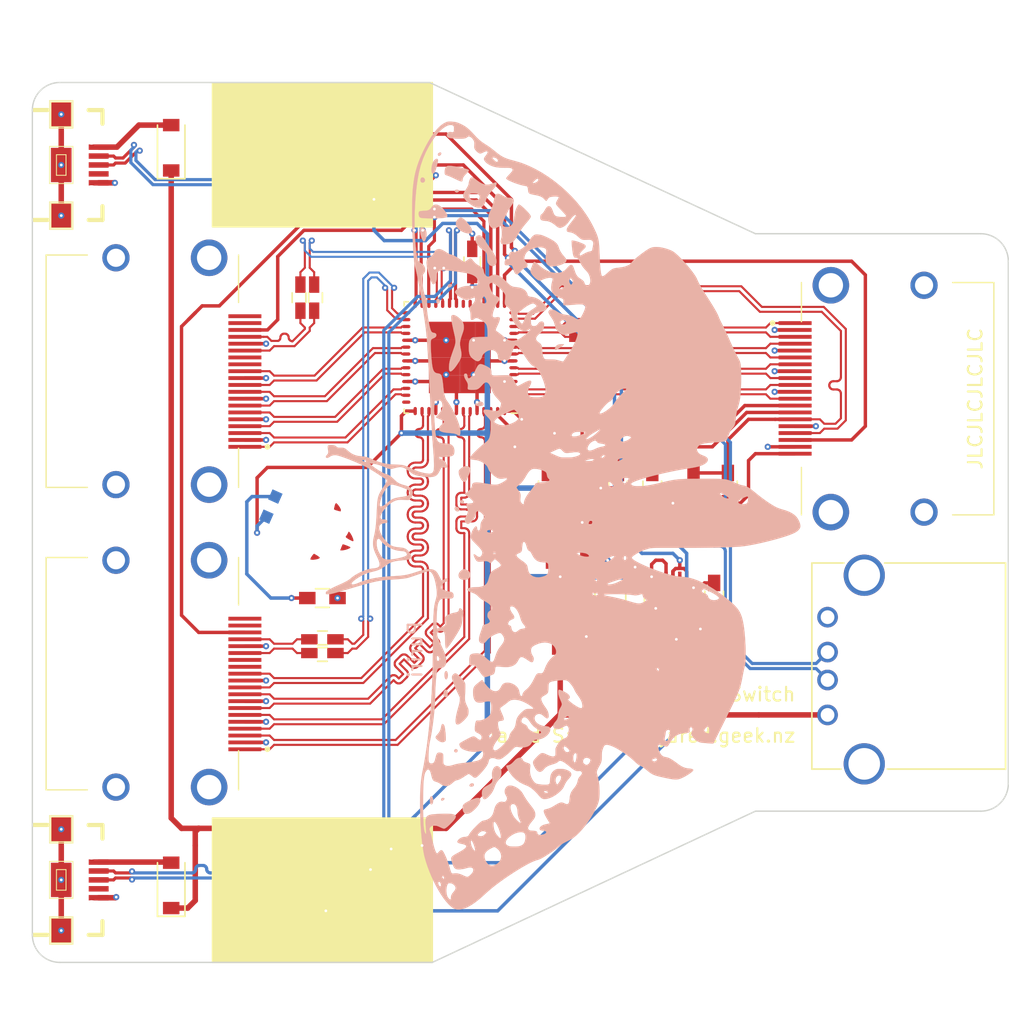
<source format=kicad_pcb>
(kicad_pcb (version 20171130) (host pcbnew "(5.1.2)-2")
  (layers (0 F.Cu signal) (1 In1.Cu power) (2 In2.Cu power) (31 B.Cu signal) (34 B.Paste user) (35 F.Paste user) (36 B.SilkS user) (37 F.SilkS user) (38 B.Mask user) (39 F.Mask user) (44 Edge.Cuts user))
  (net 0 "")
  (net 1 GND)
  (net 2 "Net-(J3-Pad20)")
  (net 3 "Net-(J3-Pad19)")
  (net 4 /HPDA)
  (net 5 "Net-(J3-Pad14)")
  (net 6 "Net-(J3-Pad13)")
  (net 7 /DA3_N)
  (net 8 /DA3_P)
  (net 9 /DA2_N)
  (net 10 /DA2_P)
  (net 11 /DA1_N)
  (net 12 /DA1_P)
  (net 13 /DA0_N)
  (net 14 /DA0_P)
  (net 15 "Net-(J4-Pad20)")
  (net 16 "Net-(J4-Pad19)")
  (net 17 /HPDB)
  (net 18 "Net-(J4-Pad14)")
  (net 19 "Net-(J4-Pad13)")
  (net 20 /DB3_N)
  (net 21 /DB3_P)
  (net 22 /DB2_N)
  (net 23 /DB2_P)
  (net 24 /DB1_N)
  (net 25 /DB1_P)
  (net 26 /DB0_N)
  (net 27 /DB0_P)
  (net 28 /HPDC)
  (net 29 /AUXC_N)
  (net 30 /AUXC_P)
  (net 31 /CFG2)
  (net 32 /CFG1)
  (net 33 +3V3)
  (net 34 /AUXA_P)
  (net 35 /AUXA_N)
  (net 36 /UA_N)
  (net 37 /UA_P)
  (net 38 /UC_N)
  (net 39 /AUXB_N)
  (net 40 /AUXB_P)
  (net 41 /UC_P)
  (net 42 /DC3_N)
  (net 43 /DC3_P)
  (net 44 /DC2_N)
  (net 45 /DC2_P)
  (net 46 /DC1_N)
  (net 47 /DC1_P)
  (net 48 /DC0_N)
  (net 49 /DC0_P)
  (net 50 "Net-(D1-Pad2)")
  (net 51 VDD)
  (net 52 "Net-(D2-Pad2)")
  (net 53 "Net-(D3-Pad1)")
  (net 54 "Net-(D4-Pad1)")
  (net 55 "Net-(D5-Pad1)")
  (net 56 "Net-(J1-Pad4)")
  (net 57 /ML1_P)
  (net 58 /ML2_P)
  (net 59 /ML3_P)
  (net 60 /ML0_P)
  (net 61 /ML0_N)
  (net 62 /ML1_N)
  (net 63 /ML2_N)
  (net 64 /ML3_N)
  (net 65 "Net-(J2-Pad4)")
  (net 66 /AX_P)
  (net 67 /BX_P)
  (net 68 /AX_N)
  (net 69 /BX_N)
  (net 70 /UB_N)
  (net 71 /UB_P)
  (net 72 /AUX_SEL)
  (net 73 /DX_SEL)
  (net 74 /~Q)
  (net 75 /SW_A)
  (net 76 /SW_B)
  (module Project:moth (layer B.Cu) (at 100 72)
    (fp_text reference LOGO1 hide)
    (fp_text value Moth hide)
  )
  (module Housings_SSOP:VSSOP-8_2.4x2.1mm_Pitch0.5mm (layer F.Cu) (at 108.25 78 90)
    (fp_text reference U2 hide)
    (fp_text value 74LVC2G00DC)
    (pad 1 smd rect (at -1.55 -0.75 90) (size 0.75 0.25) (layers F.Cu F.Paste F.Mask) (net 76 /SW_B))
    (pad 2 smd rect (at -1.55 -0.25 90) (size 0.75 0.25) (layers F.Cu F.Paste F.Mask) (net 74 /~Q))
    (pad 3 smd rect (at -1.55 0.25 90) (size 0.75 0.25) (layers F.Cu F.Paste F.Mask) (net 74 /~Q))
    (pad 4 smd rect (at -1.55 0.75 90) (size 0.75 0.25) (layers F.Cu F.Paste F.Mask) (net 1 GND))
    (pad 5 smd rect (at 1.55 0.75 90) (size 0.75 0.25) (layers F.Cu F.Paste F.Mask) (net 73 /DX_SEL))
    (pad 6 smd rect (at 1.55 0.25 90) (size 0.75 0.25) (layers F.Cu F.Paste F.Mask) (net 75 /SW_A))
    (pad 7 smd rect (at 1.55 -0.25 90) (size 0.75 0.25) (layers F.Cu F.Paste F.Mask) (net 73 /DX_SEL))
    (pad 8 smd rect (at 1.55 -0.75 90) (size 0.75 0.25) (layers F.Cu F.Paste F.Mask) (net 33 +3V3))
  )
  (module Visclib:wolfpaw-0.3-illuminated (layer F.Cu) (at 81.75 72.75 270)
    (fp_text reference D4 hide)
    (fp_text value PWR hide)
    (fp_poly (pts (xy 2.311 0.091) (xy 2.136 -0.028) (xy 2.023 -0.13) (xy 2.091 -0.268) (xy 2.218 -0.461) (xy 2.31 -0.568) (xy 2.382 -0.497) (xy 2.441 -0.292) (xy 2.469 -0.051) (xy 2.447 0.129) (xy 2.311 0.091)) (layer F.Cu) (width 0))
    (fp_poly (pts (xy 1.331 -2.231) (xy 1.364 -2.343) (xy 1.439 -2.545) (xy 1.535 -2.768) (xy 1.587 -2.792) (xy 1.66 -2.675) (xy 1.738 -2.451) (xy 1.785 -2.224) (xy 1.785 -2.042) (xy 1.702 -2.074) (xy 1.501 -2.149) (xy 1.331 -2.231)) (layer F.Cu) (width 0))
    (fp_poly (pts (xy 0.66 -2.535) (xy 0.486 -2.628) (xy 0.405 -2.671) (xy 0.542 -2.79) (xy 0.739 -2.902) (xy 0.96 -2.992) (xy 1.093 -3.016) (xy 1.119 -2.947) (xy 1.005 -2.716) (xy 0.869 -2.488) (xy 0.778 -2.44) (xy 0.66 -2.535)) (layer F.Cu) (width 0))
    (fp_poly (pts (xy -1.668 -1.744) (xy -1.559 -1.865) (xy -1.374 -2.003) (xy -1.197 -2.093) (xy -1.052 -2.085) (xy -1.075 -1.939) (xy -1.139 -1.723) (xy -1.198 -1.59) (xy -1.341 -1.613) (xy -1.554 -1.668) (xy -1.668 -1.744)) (layer F.Cu) (width 0))
    (pad 1 smd rect (at -2.130836 2.67461 66) (size 0.8 0.8) (layers B.Cu B.Paste B.Mask) (net 54 "Net-(D4-Pad1)"))
    (pad 2 smd rect (at -0.669164 3.32539 66) (size 0.8 0.8) (layers B.Cu B.Paste B.Mask) (net 33 +3V3))
  )
  (module LEDs:LED_0603_HandSoldering (layer F.Cu) (at 87.4 98.5 90)
    (fp_text reference D3 hide)
    (fp_text value SEL_A)
    (pad 1 smd rect (at -1.1 0 90) (size 1.2 0.9) (layers F.Cu F.Paste F.Mask) (net 53 "Net-(D3-Pad1)"))
    (pad 2 smd rect (at 1.1 0 90) (size 1.2 0.9) (layers F.Cu F.Paste F.Mask) (net 74 /~Q))
  )
  (module LEDs:LED_0603_HandSoldering (layer F.Cu) (at 87.4 46.5 270)
    (fp_text reference D5 hide)
    (fp_text value SEL_B)
    (pad 1 smd rect (at -1.1 0 270) (size 1.2 0.9) (layers F.Cu F.Paste F.Mask) (net 55 "Net-(D5-Pad1)"))
    (pad 2 smd rect (at 1.1 0 270) (size 1.2 0.9) (layers F.Cu F.Paste F.Mask) (net 73 /DX_SEL))
  )
  (module Capacitors_SMD:C_0805_HandSoldering (layer F.Cu) (at 100.75 75.25 180)
    (fp_text reference C16 hide)
    (fp_text value 1u)
    (pad 1 smd rect (at -1.25 0 180) (size 1.5 1.25) (layers F.Cu F.Paste F.Mask) (net 1 GND))
    (pad 2 smd rect (at 1.25 0 180) (size 1.5 1.25) (layers F.Cu F.Paste F.Mask) (net 33 +3V3))
  )
  (module Diodes_SMD:D_SOD-123 (layer F.Cu) (at 71.5 98.9 90)
    (fp_text reference D1 hide)
    (fp_text value BAT54GWJ)
    (pad 1 smd rect (at -1.65 0 90) (size 0.9 1.2) (layers F.Cu F.Paste F.Mask) (net 51 VDD))
    (pad 2 smd rect (at 1.65 0 90) (size 0.9 1.2) (layers F.Cu F.Paste F.Mask) (net 50 "Net-(D1-Pad2)"))
  )
  (module Diodes_SMD:D_SOD-123 (layer F.Cu) (at 71.5 45.25 90)
    (fp_text reference D2 hide)
    (fp_text value BAT54GWJ)
    (pad 2 smd rect (at 1.65 0 90) (size 0.9 1.2) (layers F.Cu F.Paste F.Mask) (net 52 "Net-(D2-Pad2)"))
    (pad 1 smd rect (at -1.65 0 90) (size 0.9 1.2) (layers F.Cu F.Paste F.Mask) (net 51 VDD))
  )
  (module LibraryLoader:472720024 (layer F.Cu) (at 70.5 61.5 270)
    (fp_text reference J4 hide)
    (fp_text value DP_47272 hide)
    (pad MH5 np_thru_hole circle (at 0 3.8 270) (size 1.45 0) (drill 1.45) (layers *.Cu *.Mask))
    (pad MH4 thru_hole circle (at 8.25 -3.76 270) (size 2.66 2.66) (drill 1.7734) (layers *.Cu *.Mask) (net 1 GND))
    (pad MH3 thru_hole circle (at 8.25 3.02 270) (size 1.982 1.982) (drill 1.321) (layers *.Cu *.Mask) (net 1 GND))
    (pad MH2 thru_hole circle (at -8.25 3.02 270) (size 1.982 1.982) (drill 1.321) (layers *.Cu *.Mask) (net 1 GND))
    (pad MH1 thru_hole circle (at -8.25 -3.76 270) (size 2.66 2.66) (drill 1.7734) (layers *.Cu *.Mask) (net 1 GND))
    (pad 20 smd rect (at -4 -6.36 270) (size 0.28 2.4) (layers F.Cu F.Paste F.Mask) (net 15 "Net-(J4-Pad20)"))
    (pad 19 smd rect (at -3.5 -6.36 270) (size 0.28 2.4) (layers F.Cu F.Paste F.Mask) (net 16 "Net-(J4-Pad19)"))
    (pad 18 smd rect (at -3 -6.36 270) (size 0.28 2.4) (layers F.Cu F.Paste F.Mask) (net 17 /HPDB))
    (pad 17 smd rect (at -2.5 -6.36 270) (size 0.28 2.4) (layers F.Cu F.Paste F.Mask) (net 69 /BX_N))
    (pad 16 smd rect (at -2 -6.36 270) (size 0.28 2.4) (layers F.Cu F.Paste F.Mask) (net 1 GND))
    (pad 15 smd rect (at -1.5 -6.36 270) (size 0.28 2.4) (layers F.Cu F.Paste F.Mask) (net 67 /BX_P))
    (pad 14 smd rect (at -1 -6.36 270) (size 0.28 2.4) (layers F.Cu F.Paste F.Mask) (net 18 "Net-(J4-Pad14)"))
    (pad 13 smd rect (at -0.5 -6.36 270) (size 0.28 2.4) (layers F.Cu F.Paste F.Mask) (net 19 "Net-(J4-Pad13)"))
    (pad 12 smd rect (at 0 -6.36 270) (size 0.28 2.4) (layers F.Cu F.Paste F.Mask) (net 20 /DB3_N))
    (pad 11 smd rect (at 0.5 -6.36 270) (size 0.28 2.4) (layers F.Cu F.Paste F.Mask) (net 1 GND))
    (pad 10 smd rect (at 1 -6.36 270) (size 0.28 2.4) (layers F.Cu F.Paste F.Mask) (net 21 /DB3_P))
    (pad 9 smd rect (at 1.5 -6.36 270) (size 0.28 2.4) (layers F.Cu F.Paste F.Mask) (net 22 /DB2_N))
    (pad 8 smd rect (at 2 -6.36 270) (size 0.28 2.4) (layers F.Cu F.Paste F.Mask) (net 1 GND))
    (pad 7 smd rect (at 2.5 -6.36 270) (size 0.28 2.4) (layers F.Cu F.Paste F.Mask) (net 23 /DB2_P))
    (pad 6 smd rect (at 3 -6.36 270) (size 0.28 2.4) (layers F.Cu F.Paste F.Mask) (net 24 /DB1_N))
    (pad 5 smd rect (at 3.5 -6.36 270) (size 0.28 2.4) (layers F.Cu F.Paste F.Mask) (net 1 GND))
    (pad 4 smd rect (at 4 -6.36 270) (size 0.28 2.4) (layers F.Cu F.Paste F.Mask) (net 25 /DB1_P))
    (pad 3 smd rect (at 4.5 -6.36 270) (size 0.28 2.4) (layers F.Cu F.Paste F.Mask) (net 26 /DB0_N))
    (pad 2 smd rect (at 5 -6.36 270) (size 0.28 2.4) (layers F.Cu F.Paste F.Mask) (net 1 GND))
    (pad 1 smd rect (at 5.5 -6.36 270) (size 0.28 2.4) (layers F.Cu F.Paste F.Mask) (net 27 /DB0_P))
  )
  (module TO_SOT_Packages_SMD:SOT-23 (layer F.Cu) (at 100.75 78.5 270)
    (fp_text reference U3 hide)
    (fp_text value MCP1700-3302E_SOT23)
    (pad 1 smd rect (at -1 -0.95 270) (size 0.9 0.8) (layers F.Cu F.Paste F.Mask) (net 1 GND))
    (pad 2 smd rect (at -1 0.95 270) (size 0.9 0.8) (layers F.Cu F.Paste F.Mask) (net 33 +3V3))
    (pad 3 smd rect (at 1 0 270) (size 0.9 0.8) (layers F.Cu F.Paste F.Mask) (net 51 VDD))
  )
  (module Resistors_SMD:R_0603_HandSoldering (layer F.Cu) (at 82.5 78 180)
    (fp_text reference R11 hide)
    (fp_text value 10k)
    (pad 1 smd rect (at -1.1 0 180) (size 1.2 0.9) (layers F.Cu F.Paste F.Mask) (net 1 GND))
    (pad 2 smd rect (at 1.1 0 180) (size 1.2 0.9) (layers F.Cu F.Paste F.Mask) (net 54 "Net-(D4-Pad1)"))
  )
  (module Capacitors_SMD:C_0603_HandSoldering (layer F.Cu) (at 100.75 81.75 180)
    (fp_text reference C15 hide)
    (fp_text value 100n)
    (pad 1 smd rect (at -0.95 0 180) (size 1.2 0.75) (layers F.Cu F.Paste F.Mask) (net 1 GND))
    (pad 2 smd rect (at 0.95 0 180) (size 1.2 0.75) (layers F.Cu F.Paste F.Mask) (net 51 VDD))
  )
  (module Resistors_SMD:R_0603_HandSoldering (layer F.Cu) (at 89.75 98.5 90)
    (fp_text reference R10 hide)
    (fp_text value 10k)
    (pad 1 smd rect (at -1.1 0 90) (size 1.2 0.9) (layers F.Cu F.Paste F.Mask) (net 53 "Net-(D3-Pad1)"))
    (pad 2 smd rect (at 1.1 0 90) (size 1.2 0.9) (layers F.Cu F.Paste F.Mask) (net 1 GND))
  )
  (module Resistors_SMD:R_0603_HandSoldering (layer F.Cu) (at 89.5 46.5 90)
    (fp_text reference R9 hide)
    (fp_text value 10k)
    (pad 1 smd rect (at -1.1 0 90) (size 1.2 0.9) (layers F.Cu F.Paste F.Mask) (net 1 GND))
    (pad 2 smd rect (at 1.1 0 90) (size 1.2 0.9) (layers F.Cu F.Paste F.Mask) (net 55 "Net-(D5-Pad1)"))
  )
  (module Resistors_SMD:R_0603_HandSoldering (layer F.Cu) (at 105.25 78 90)
    (fp_text reference R8 hide)
    (fp_text value 10k)
    (pad 1 smd rect (at -1.1 0 90) (size 1.2 0.9) (layers F.Cu F.Paste F.Mask) (net 76 /SW_B))
    (pad 2 smd rect (at 1.1 0 90) (size 1.2 0.9) (layers F.Cu F.Paste F.Mask) (net 1 GND))
  )
  (module Resistors_SMD:R_0603_HandSoldering (layer F.Cu) (at 111 78 270)
    (fp_text reference R7 hide)
    (fp_text value 10k)
    (pad 1 smd rect (at -1.1 0 270) (size 1.2 0.9) (layers F.Cu F.Paste F.Mask) (net 75 /SW_A))
    (pad 2 smd rect (at 1.1 0 270) (size 1.2 0.9) (layers F.Cu F.Paste F.Mask) (net 1 GND))
  )
  (module Visclib:USB-B-MICRO-SMD (layer F.Cu) (at 63.5 46.5)
    (fp_text reference J2 hide)
    (fp_text value USB_OTG hide)
    (pad "" np_thru_hole circle (at 2.19964 1.89992) (size 0.84836 0.84836) (drill 0.84836) (layers *.Cu *.Mask))
    (pad "" np_thru_hole circle (at 2.19964 -1.89992) (size 0.84836 0.84836) (drill 0.84836) (layers *.Cu *.Mask))
    (pad 1 smd rect (at 2.72288 -1.29794 90) (size 0.39878 1.4478) (layers F.Cu F.Paste F.Mask) (net 52 "Net-(D2-Pad2)"))
    (pad 6 smd rect (at 0 0 90) (size 2.49936 1.4986) (layers F.Cu F.Paste F.Mask) (net 1 GND))
    (pad 6 smd rect (at 0 3.683 90) (size 1.79832 1.4986) (layers F.Cu F.Paste F.Mask) (net 1 GND))
    (pad 6 smd rect (at 0 -3.683 90) (size 1.79832 1.4986) (layers F.Cu F.Paste F.Mask) (net 1 GND))
    (pad 4 smd rect (at 2.72288 0.6477 90) (size 0.39878 1.4478) (layers F.Cu F.Paste F.Mask) (net 65 "Net-(J2-Pad4)"))
    (pad 5 smd rect (at 2.72288 1.29794 90) (size 0.39878 1.4478) (layers F.Cu F.Paste F.Mask) (net 1 GND))
    (pad 2 smd rect (at 2.72288 -0.6477 90) (size 0.39878 1.4478) (layers F.Cu F.Paste F.Mask) (net 36 /UA_N))
    (pad 3 smd rect (at 2.72288 0 90) (size 0.39878 1.4478) (layers F.Cu F.Paste F.Mask) (net 37 /UA_P))
  )
  (module Visclib:USB-B-MICRO-SMD (layer F.Cu) (at 63.5 98.5)
    (fp_text reference J1 hide)
    (fp_text value USB_OTG hide)
    (pad "" np_thru_hole circle (at 2.19964 1.89992) (size 0.84836 0.84836) (drill 0.84836) (layers *.Cu *.Mask))
    (pad "" np_thru_hole circle (at 2.19964 -1.89992) (size 0.84836 0.84836) (drill 0.84836) (layers *.Cu *.Mask))
    (pad 1 smd rect (at 2.72288 -1.29794 90) (size 0.39878 1.4478) (layers F.Cu F.Paste F.Mask) (net 50 "Net-(D1-Pad2)"))
    (pad 6 smd rect (at 0 0 90) (size 2.49936 1.4986) (layers F.Cu F.Paste F.Mask) (net 1 GND))
    (pad 6 smd rect (at 0 3.683 90) (size 1.79832 1.4986) (layers F.Cu F.Paste F.Mask) (net 1 GND))
    (pad 6 smd rect (at 0 -3.683 90) (size 1.79832 1.4986) (layers F.Cu F.Paste F.Mask) (net 1 GND))
    (pad 4 smd rect (at 2.72288 0.6477 90) (size 0.39878 1.4478) (layers F.Cu F.Paste F.Mask) (net 56 "Net-(J1-Pad4)"))
    (pad 5 smd rect (at 2.72288 1.29794 90) (size 0.39878 1.4478) (layers F.Cu F.Paste F.Mask) (net 1 GND))
    (pad 2 smd rect (at 2.72288 -0.6477 90) (size 0.39878 1.4478) (layers F.Cu F.Paste F.Mask) (net 70 /UB_N))
    (pad 3 smd rect (at 2.72288 0 90) (size 0.39878 1.4478) (layers F.Cu F.Paste F.Mask) (net 71 /UB_P))
  )
  (module Visclib:VQFN-56_EP_7.8x7.8_Pitch0.5mm (layer F.Cu) (at 92.5 60.5 180)
    (fp_text reference U1 hide)
    (fp_text value HD3SS215)
    (pad 57 smd rect (at 1.6875 1.95 180) (size 1.125 1.3) (layers F.Cu F.Paste F.Mask) (net 1 GND))
    (pad 57 smd rect (at 1.6875 0.65 180) (size 1.125 1.3) (layers F.Cu F.Paste F.Mask) (net 1 GND))
    (pad 57 smd rect (at 1.6875 -0.65 180) (size 1.125 1.3) (layers F.Cu F.Paste F.Mask) (net 1 GND))
    (pad 57 smd rect (at 1.6875 -1.95 180) (size 1.125 1.3) (layers F.Cu F.Paste F.Mask) (net 1 GND))
    (pad 57 smd rect (at 0.5625 1.95 180) (size 1.125 1.3) (layers F.Cu F.Paste F.Mask) (net 1 GND))
    (pad 57 smd rect (at 0.5625 0.65 180) (size 1.125 1.3) (layers F.Cu F.Paste F.Mask) (net 1 GND))
    (pad 57 smd rect (at 0.5625 -0.65 180) (size 1.125 1.3) (layers F.Cu F.Paste F.Mask) (net 1 GND))
    (pad 57 smd rect (at 0.5625 -1.95 180) (size 1.125 1.3) (layers F.Cu F.Paste F.Mask) (net 1 GND))
    (pad 57 smd rect (at -0.5625 1.95 180) (size 1.125 1.3) (layers F.Cu F.Paste F.Mask) (net 1 GND))
    (pad 57 smd rect (at -0.5625 0.65 180) (size 1.125 1.3) (layers F.Cu F.Paste F.Mask) (net 1 GND))
    (pad 57 smd rect (at -0.5625 -0.65 180) (size 1.125 1.3) (layers F.Cu F.Paste F.Mask) (net 1 GND))
    (pad 57 smd rect (at -0.5625 -1.95 180) (size 1.125 1.3) (layers F.Cu F.Paste F.Mask) (net 1 GND))
    (pad 57 smd rect (at -1.6875 1.95 180) (size 1.125 1.3) (layers F.Cu F.Paste F.Mask) (net 1 GND))
    (pad 57 smd rect (at -1.6875 0.65 180) (size 1.125 1.3) (layers F.Cu F.Paste F.Mask) (net 1 GND))
    (pad 57 smd rect (at -1.6875 -0.65 180) (size 1.125 1.3) (layers F.Cu F.Paste F.Mask) (net 1 GND))
    (pad 57 smd rect (at -1.6875 -1.95 180) (size 1.125 1.3) (layers F.Cu F.Paste F.Mask) (net 1 GND))
    (pad 56 smd oval (at -3.25 -3.9 180) (size 0.24 0.6) (layers F.Cu F.Paste F.Mask) (net 73 /DX_SEL))
    (pad 55 smd oval (at -2.75 -3.9 180) (size 0.24 0.6) (layers F.Cu F.Paste F.Mask) (net 33 +3V3))
    (pad 54 smd oval (at -2.25 -3.9 180) (size 0.24 0.6) (layers F.Cu F.Paste F.Mask) (net 14 /DA0_P))
    (pad 53 smd oval (at -1.75 -3.9 180) (size 0.24 0.6) (layers F.Cu F.Paste F.Mask) (net 13 /DA0_N))
    (pad 52 smd oval (at -1.25 -3.9 180) (size 0.24 0.6) (layers F.Cu F.Paste F.Mask) (net 1 GND))
    (pad 51 smd oval (at -0.75 -3.9 180) (size 0.24 0.6) (layers F.Cu F.Paste F.Mask) (net 12 /DA1_P))
    (pad 50 smd oval (at -0.25 -3.9 180) (size 0.24 0.6) (layers F.Cu F.Paste F.Mask) (net 11 /DA1_N))
    (pad 49 smd oval (at 0.25 -3.9 180) (size 0.24 0.6) (layers F.Cu F.Paste F.Mask) (net 1 GND))
    (pad 48 smd oval (at 0.75 -3.9 180) (size 0.24 0.6) (layers F.Cu F.Paste F.Mask) (net 10 /DA2_P))
    (pad 47 smd oval (at 1.25 -3.9 180) (size 0.24 0.6) (layers F.Cu F.Paste F.Mask) (net 9 /DA2_N))
    (pad 46 smd oval (at 1.75 -3.9 180) (size 0.24 0.6) (layers F.Cu F.Paste F.Mask) (net 1 GND))
    (pad 45 smd oval (at 2.25 -3.9 180) (size 0.24 0.6) (layers F.Cu F.Paste F.Mask) (net 8 /DA3_P))
    (pad 44 smd oval (at 2.75 -3.9 180) (size 0.24 0.6) (layers F.Cu F.Paste F.Mask) (net 7 /DA3_N))
    (pad 43 smd oval (at 3.25 -3.9 180) (size 0.24 0.6) (layers F.Cu F.Paste F.Mask) (net 33 +3V3))
    (pad 42 smd oval (at 3.9 -3.25 270) (size 0.24 0.6) (layers F.Cu F.Paste F.Mask))
    (pad 41 smd oval (at 3.9 -2.75 270) (size 0.24 0.6) (layers F.Cu F.Paste F.Mask) (net 27 /DB0_P))
    (pad 40 smd oval (at 3.9 -2.25 270) (size 0.24 0.6) (layers F.Cu F.Paste F.Mask) (net 26 /DB0_N))
    (pad 39 smd oval (at 3.9 -1.75 270) (size 0.24 0.6) (layers F.Cu F.Paste F.Mask) (net 1 GND))
    (pad 38 smd oval (at 3.9 -1.25 270) (size 0.24 0.6) (layers F.Cu F.Paste F.Mask) (net 25 /DB1_P))
    (pad 37 smd oval (at 3.9 -0.75 270) (size 0.24 0.6) (layers F.Cu F.Paste F.Mask) (net 24 /DB1_N))
    (pad 36 smd oval (at 3.9 -0.25 270) (size 0.24 0.6) (layers F.Cu F.Paste F.Mask) (net 1 GND))
    (pad 35 smd oval (at 3.9 0.25 270) (size 0.24 0.6) (layers F.Cu F.Paste F.Mask) (net 23 /DB2_P))
    (pad 34 smd oval (at 3.9 0.75 270) (size 0.24 0.6) (layers F.Cu F.Paste F.Mask) (net 22 /DB2_N))
    (pad 33 smd oval (at 3.9 1.25 270) (size 0.24 0.6) (layers F.Cu F.Paste F.Mask) (net 1 GND))
    (pad 32 smd oval (at 3.9 1.75 270) (size 0.24 0.6) (layers F.Cu F.Paste F.Mask) (net 21 /DB3_P))
    (pad 31 smd oval (at 3.9 2.25 270) (size 0.24 0.6) (layers F.Cu F.Paste F.Mask) (net 20 /DB3_N))
    (pad 30 smd oval (at 3.9 2.75 270) (size 0.24 0.6) (layers F.Cu F.Paste F.Mask) (net 34 /AUXA_P))
    (pad 29 smd oval (at 3.9 3.25 270) (size 0.24 0.6) (layers F.Cu F.Paste F.Mask) (net 35 /AUXA_N))
    (pad 28 smd oval (at 3.25 3.9 180) (size 0.24 0.6) (layers F.Cu F.Paste F.Mask) (net 36 /UA_N))
    (pad 27 smd oval (at 2.75 3.9 180) (size 0.24 0.6) (layers F.Cu F.Paste F.Mask) (net 37 /UA_P))
    (pad 26 smd oval (at 2.25 3.9 180) (size 0.24 0.6) (layers F.Cu F.Paste F.Mask) (net 38 /UC_N))
    (pad 25 smd oval (at 1.75 3.9 180) (size 0.24 0.6) (layers F.Cu F.Paste F.Mask) (net 39 /AUXB_N))
    (pad 24 smd oval (at 1.25 3.9 180) (size 0.24 0.6) (layers F.Cu F.Paste F.Mask) (net 40 /AUXB_P))
    (pad 23 smd oval (at 0.75 3.9 180) (size 0.24 0.6) (layers F.Cu F.Paste F.Mask) (net 70 /UB_N))
    (pad 22 smd oval (at 0.25 3.9 180) (size 0.24 0.6) (layers F.Cu F.Paste F.Mask) (net 71 /UB_P))
    (pad 21 smd oval (at -0.25 3.9 180) (size 0.24 0.6) (layers F.Cu F.Paste F.Mask))
    (pad 20 smd oval (at -0.75 3.9 180) (size 0.24 0.6) (layers F.Cu F.Paste F.Mask))
    (pad 19 smd oval (at -1.25 3.9 180) (size 0.24 0.6) (layers F.Cu F.Paste F.Mask) (net 33 +3V3))
    (pad 18 smd oval (at -1.75 3.9 180) (size 0.24 0.6) (layers F.Cu F.Paste F.Mask) (net 41 /UC_P))
    (pad 17 smd oval (at -2.25 3.9 180) (size 0.24 0.6) (layers F.Cu F.Paste F.Mask) (net 17 /HPDB))
    (pad 16 smd oval (at -2.75 3.9 180) (size 0.24 0.6) (layers F.Cu F.Paste F.Mask) (net 4 /HPDA))
    (pad 15 smd oval (at -3.25 3.9 180) (size 0.24 0.6) (layers F.Cu F.Paste F.Mask) (net 28 /HPDC))
    (pad 14 smd oval (at -3.9 3.25 270) (size 0.24 0.6) (layers F.Cu F.Paste F.Mask) (net 29 /AUXC_N))
    (pad 13 smd oval (at -3.9 2.75 270) (size 0.24 0.6) (layers F.Cu F.Paste F.Mask) (net 30 /AUXC_P))
    (pad 12 smd oval (at -3.9 2.25 270) (size 0.24 0.6) (layers F.Cu F.Paste F.Mask) (net 42 /DC3_N))
    (pad 11 smd oval (at -3.9 1.75 270) (size 0.24 0.6) (layers F.Cu F.Paste F.Mask) (net 43 /DC3_P))
    (pad 10 smd oval (at -3.9 1.25 270) (size 0.24 0.6) (layers F.Cu F.Paste F.Mask) (net 1 GND))
    (pad 9 smd oval (at -3.9 0.75 270) (size 0.24 0.6) (layers F.Cu F.Paste F.Mask) (net 44 /DC2_N))
    (pad 8 smd oval (at -3.9 0.25 270) (size 0.24 0.6) (layers F.Cu F.Paste F.Mask) (net 45 /DC2_P))
    (pad 7 smd oval (at -3.9 -0.25 270) (size 0.24 0.6) (layers F.Cu F.Paste F.Mask) (net 1 GND))
    (pad 6 smd oval (at -3.9 -0.75 270) (size 0.24 0.6) (layers F.Cu F.Paste F.Mask) (net 46 /DC1_N))
    (pad 5 smd oval (at -3.9 -1.25 270) (size 0.24 0.6) (layers F.Cu F.Paste F.Mask) (net 47 /DC1_P))
    (pad 4 smd oval (at -3.9 -1.75 270) (size 0.24 0.6) (layers F.Cu F.Paste F.Mask) (net 1 GND))
    (pad 3 smd oval (at -3.9 -2.25 270) (size 0.24 0.6) (layers F.Cu F.Paste F.Mask) (net 48 /DC0_N))
    (pad 2 smd oval (at -3.9 -2.75 270) (size 0.24 0.6) (layers F.Cu F.Paste F.Mask) (net 49 /DC0_P))
    (pad 1 smd oval (at -3.9 -3.25 270) (size 0.24 0.6) (layers F.Cu F.Paste F.Mask) (net 72 /AUX_SEL))
  )
  (module Buttons_Switches_SMD:SW_SPST_PTS645 (layer F.Cu) (at 80.3 46.5 180)
    (fp_text reference SW2 hide)
    (fp_text value SEL_B)
    (pad 2 smd rect (at -3.98 2.25 180) (size 1.55 1.3) (layers F.Cu F.Paste F.Mask) (net 76 /SW_B))
    (pad 1 smd rect (at -3.98 -2.25 180) (size 1.55 1.3) (layers F.Cu F.Paste F.Mask) (net 33 +3V3))
    (pad 1 smd rect (at 3.98 -2.25 180) (size 1.55 1.3) (layers F.Cu F.Paste F.Mask) (net 33 +3V3))
    (pad 2 smd rect (at 3.98 2.25 180) (size 1.55 1.3) (layers F.Cu F.Paste F.Mask) (net 76 /SW_B))
  )
  (module Buttons_Switches_SMD:SW_SPST_PTS645 (layer F.Cu) (at 80.4 98.5)
    (fp_text reference SW1 hide)
    (fp_text value SEL_A)
    (pad 2 smd rect (at -3.98 2.25) (size 1.55 1.3) (layers F.Cu F.Paste F.Mask) (net 75 /SW_A))
    (pad 1 smd rect (at -3.98 -2.25) (size 1.55 1.3) (layers F.Cu F.Paste F.Mask) (net 33 +3V3))
    (pad 1 smd rect (at 3.98 -2.25) (size 1.55 1.3) (layers F.Cu F.Paste F.Mask) (net 33 +3V3))
    (pad 2 smd rect (at 3.98 2.25) (size 1.55 1.3) (layers F.Cu F.Paste F.Mask) (net 75 /SW_A))
  )
  (module Resistors_SMD:R_0603_HandSoldering (layer F.Cu) (at 109.5 70 270)
    (fp_text reference R6 hide)
    (fp_text value 100k)
    (pad 1 smd rect (at -1.1 0 270) (size 1.2 0.9) (layers F.Cu F.Paste F.Mask) (net 30 /AUXC_P))
    (pad 2 smd rect (at 1.1 0 270) (size 1.2 0.9) (layers F.Cu F.Paste F.Mask) (net 1 GND))
  )
  (module Resistors_SMD:R_0603_HandSoldering (layer F.Cu) (at 106.5 70 270)
    (fp_text reference R5 hide)
    (fp_text value 1M)
    (pad 1 smd rect (at -1.1 0 270) (size 1.2 0.9) (layers F.Cu F.Paste F.Mask) (net 31 /CFG2))
    (pad 2 smd rect (at 1.1 0 270) (size 1.2 0.9) (layers F.Cu F.Paste F.Mask) (net 1 GND))
  )
  (module Resistors_SMD:R_0603_HandSoldering (layer F.Cu) (at 104 70 270)
    (fp_text reference R4 hide)
    (fp_text value 1M)
    (pad 1 smd rect (at -1.1 0 270) (size 1.2 0.9) (layers F.Cu F.Paste F.Mask) (net 32 /CFG1))
    (pad 2 smd rect (at 1.1 0 270) (size 1.2 0.9) (layers F.Cu F.Paste F.Mask) (net 1 GND))
  )
  (module Resistors_SMD:R_0603_HandSoldering (layer F.Cu) (at 112 70 90)
    (fp_text reference R3 hide)
    (fp_text value 100k)
    (pad 1 smd rect (at -1.1 0 90) (size 1.2 0.9) (layers F.Cu F.Paste F.Mask) (net 33 +3V3))
    (pad 2 smd rect (at 1.1 0 90) (size 1.2 0.9) (layers F.Cu F.Paste F.Mask) (net 30 /AUXC_P))
  )
  (module Resistors_SMD:R_0603_HandSoldering (layer F.Cu) (at 98.9 70 270)
    (fp_text reference R2 hide)
    (fp_text value 10k)
    (pad 1 smd rect (at -1.1 0 270) (size 1.2 0.9) (layers F.Cu F.Paste F.Mask) (net 72 /AUX_SEL))
    (pad 2 smd rect (at 1.1 0 270) (size 1.2 0.9) (layers F.Cu F.Paste F.Mask) (net 1 GND))
  )
  (module Resistors_SMD:R_0603_HandSoldering (layer F.Cu) (at 101.4 70 90)
    (fp_text reference R1 hide)
    (fp_text value 10k)
    (pad 1 smd rect (at -1.1 0 90) (size 1.2 0.9) (layers F.Cu F.Paste F.Mask) (net 33 +3V3))
    (pad 2 smd rect (at 1.1 0 90) (size 1.2 0.9) (layers F.Cu F.Paste F.Mask) (net 72 /AUX_SEL))
  )
  (module Connectors:USB_A (layer F.Cu) (at 119.25 86.5 90)
    (fp_text reference J6 hide)
    (fp_text value USB_A)
    (pad 4 thru_hole circle (at 7.11 0) (size 1.5 1.5) (drill 1) (layers *.Cu *.Mask) (net 1 GND))
    (pad 3 thru_hole circle (at 4.57 0) (size 1.5 1.5) (drill 1) (layers *.Cu *.Mask) (net 41 /UC_P))
    (pad 2 thru_hole circle (at 2.54 0) (size 1.5 1.5) (drill 1) (layers *.Cu *.Mask) (net 38 /UC_N))
    (pad 1 thru_hole circle (at 0 0) (size 1.5 1.5) (drill 1) (layers *.Cu *.Mask) (net 51 VDD))
    (pad 5 thru_hole circle (at 10.16 2.67) (size 3 3) (drill 2.3) (layers *.Cu *.Mask) (net 1 GND))
    (pad 5 thru_hole circle (at -3.56 2.67) (size 3 3) (drill 2.3) (layers *.Cu *.Mask) (net 1 GND))
  )
  (module Capacitors_SMD:C_0603_HandSoldering (layer F.Cu) (at 107 63.5 180)
    (fp_text reference C14 hide)
    (fp_text value 100n hide)
    (pad 1 smd rect (at -0.95 0 180) (size 1.2 0.75) (layers F.Cu F.Paste F.Mask) (net 60 /ML0_P))
    (pad 2 smd rect (at 0.95 0 180) (size 1.2 0.75) (layers F.Cu F.Paste F.Mask) (net 49 /DC0_P))
  )
  (module Capacitors_SMD:C_0603_HandSoldering (layer F.Cu) (at 102 62 180)
    (fp_text reference C13 hide)
    (fp_text value 100n hide)
    (pad 1 smd rect (at -0.95 0 180) (size 1.2 0.75) (layers F.Cu F.Paste F.Mask) (net 57 /ML1_P))
    (pad 2 smd rect (at 0.95 0 180) (size 1.2 0.75) (layers F.Cu F.Paste F.Mask) (net 47 /DC1_P))
  )
  (module Capacitors_SMD:C_0603_HandSoldering (layer F.Cu) (at 107 60.5 180)
    (fp_text reference C12 hide)
    (fp_text value 100n hide)
    (pad 1 smd rect (at -0.95 0 180) (size 1.2 0.75) (layers F.Cu F.Paste F.Mask) (net 58 /ML2_P))
    (pad 2 smd rect (at 0.95 0 180) (size 1.2 0.75) (layers F.Cu F.Paste F.Mask) (net 45 /DC2_P))
  )
  (module Capacitors_SMD:C_0603_HandSoldering (layer F.Cu) (at 102 59 180)
    (fp_text reference C11 hide)
    (fp_text value 100n hide)
    (pad 1 smd rect (at -0.95 0 180) (size 1.2 0.75) (layers F.Cu F.Paste F.Mask) (net 59 /ML3_P))
    (pad 2 smd rect (at 0.95 0 180) (size 1.2 0.75) (layers F.Cu F.Paste F.Mask) (net 43 /DC3_P))
  )
  (module Capacitors_SMD:C_0603_HandSoldering (layer F.Cu) (at 102 58 180)
    (fp_text reference C10 hide)
    (fp_text value 100n hide)
    (pad 1 smd rect (at -0.95 0 180) (size 1.2 0.75) (layers F.Cu F.Paste F.Mask) (net 64 /ML3_N))
    (pad 2 smd rect (at 0.95 0 180) (size 1.2 0.75) (layers F.Cu F.Paste F.Mask) (net 42 /DC3_N))
  )
  (module Capacitors_SMD:C_0603_HandSoldering (layer F.Cu) (at 107 62.5 180)
    (fp_text reference C9 hide)
    (fp_text value 100n hide)
    (pad 1 smd rect (at -0.95 0 180) (size 1.2 0.75) (layers F.Cu F.Paste F.Mask) (net 61 /ML0_N))
    (pad 2 smd rect (at 0.95 0 180) (size 1.2 0.75) (layers F.Cu F.Paste F.Mask) (net 48 /DC0_N))
  )
  (module Capacitors_SMD:C_0603_HandSoldering (layer F.Cu) (at 102 61 180)
    (fp_text reference C8 hide)
    (fp_text value 100n hide)
    (pad 1 smd rect (at -0.95 0 180) (size 1.2 0.75) (layers F.Cu F.Paste F.Mask) (net 62 /ML1_N))
    (pad 2 smd rect (at 0.95 0 180) (size 1.2 0.75) (layers F.Cu F.Paste F.Mask) (net 46 /DC1_N))
  )
  (module Capacitors_SMD:C_0603_HandSoldering (layer F.Cu) (at 107 59.5 180)
    (fp_text reference C7 hide)
    (fp_text value 100n hide)
    (pad 1 smd rect (at -0.95 0 180) (size 1.2 0.75) (layers F.Cu F.Paste F.Mask) (net 63 /ML2_N))
    (pad 2 smd rect (at 0.95 0 180) (size 1.2 0.75) (layers F.Cu F.Paste F.Mask) (net 44 /DC2_N))
  )
  (module Capacitors_SMD:C_0603_HandSoldering (layer F.Cu) (at 97.5 66 180)
    (fp_text reference C6 hide)
    (fp_text value 100n)
    (pad 1 smd rect (at -0.95 0 180) (size 1.2 0.75) (layers F.Cu F.Paste F.Mask) (net 1 GND))
    (pad 2 smd rect (at 0.95 0 180) (size 1.2 0.75) (layers F.Cu F.Paste F.Mask) (net 33 +3V3))
  )
  (module Capacitors_SMD:C_0603_HandSoldering (layer F.Cu) (at 93.4 53.55 270)
    (fp_text reference C5 hide)
    (fp_text value 100n)
    (pad 1 smd rect (at -0.95 0 270) (size 1.2 0.75) (layers F.Cu F.Paste F.Mask) (net 1 GND))
    (pad 2 smd rect (at 0.95 0 270) (size 1.2 0.75) (layers F.Cu F.Paste F.Mask) (net 33 +3V3))
  )
  (module Capacitors_SMD:C_0603_HandSoldering (layer F.Cu) (at 80.9 56.15 270)
    (fp_text reference C4 hide)
    (fp_text value 100n)
    (pad 1 smd rect (at -0.95 0 270) (size 1.2 0.75) (layers F.Cu F.Paste F.Mask) (net 39 /AUXB_N))
    (pad 2 smd rect (at 0.95 0 270) (size 1.2 0.75) (layers F.Cu F.Paste F.Mask) (net 69 /BX_N))
  )
  (module Capacitors_SMD:C_0603_HandSoldering (layer F.Cu) (at 82.5 81 180)
    (fp_text reference C3 hide)
    (fp_text value 100n hide)
    (pad 1 smd rect (at -0.95 0 180) (size 1.2 0.75) (layers F.Cu F.Paste F.Mask) (net 35 /AUXA_N))
    (pad 2 smd rect (at 0.95 0 180) (size 1.2 0.75) (layers F.Cu F.Paste F.Mask) (net 68 /AX_N))
  )
  (module Capacitors_SMD:C_0603_HandSoldering (layer F.Cu) (at 81.9 56.15 270)
    (fp_text reference C2 hide)
    (fp_text value 100n hide)
    (pad 1 smd rect (at -0.95 0 270) (size 1.2 0.75) (layers F.Cu F.Paste F.Mask) (net 40 /AUXB_P))
    (pad 2 smd rect (at 0.95 0 270) (size 1.2 0.75) (layers F.Cu F.Paste F.Mask) (net 67 /BX_P))
  )
  (module Capacitors_SMD:C_0603_HandSoldering (layer F.Cu) (at 82.5 82 180)
    (fp_text reference C1 hide)
    (fp_text value 100n)
    (pad 1 smd rect (at -0.95 0 180) (size 1.2 0.75) (layers F.Cu F.Paste F.Mask) (net 34 /AUXA_P))
    (pad 2 smd rect (at 0.95 0 180) (size 1.2 0.75) (layers F.Cu F.Paste F.Mask) (net 66 /AX_P))
  )
  (module LibraryLoader:472720024 (layer F.Cu) (at 123.25 63.5 90)
    (fp_text reference J5 hide)
    (fp_text value DP_47272 hide)
    (pad MH5 np_thru_hole circle (at 0 3.8 90) (size 1.45 0) (drill 1.45) (layers *.Cu *.Mask))
    (pad MH4 thru_hole circle (at 8.25 -3.76 90) (size 2.66 2.66) (drill 1.7734) (layers *.Cu *.Mask) (net 1 GND))
    (pad MH3 thru_hole circle (at 8.25 3.02 90) (size 1.982 1.982) (drill 1.321) (layers *.Cu *.Mask) (net 1 GND))
    (pad MH2 thru_hole circle (at -8.25 3.02 90) (size 1.982 1.982) (drill 1.321) (layers *.Cu *.Mask) (net 1 GND))
    (pad MH1 thru_hole circle (at -8.25 -3.76 90) (size 2.66 2.66) (drill 1.7734) (layers *.Cu *.Mask) (net 1 GND))
    (pad 20 smd rect (at -4 -6.36 90) (size 0.28 2.4) (layers F.Cu F.Paste F.Mask) (net 33 +3V3))
    (pad 19 smd rect (at -3.5 -6.36 90) (size 0.28 2.4) (layers F.Cu F.Paste F.Mask) (net 1 GND))
    (pad 18 smd rect (at -3 -6.36 90) (size 0.28 2.4) (layers F.Cu F.Paste F.Mask) (net 28 /HPDC))
    (pad 17 smd rect (at -2.5 -6.36 90) (size 0.28 2.4) (layers F.Cu F.Paste F.Mask) (net 29 /AUXC_N))
    (pad 16 smd rect (at -2 -6.36 90) (size 0.28 2.4) (layers F.Cu F.Paste F.Mask) (net 1 GND))
    (pad 15 smd rect (at -1.5 -6.36 90) (size 0.28 2.4) (layers F.Cu F.Paste F.Mask) (net 30 /AUXC_P))
    (pad 14 smd rect (at -1 -6.36 90) (size 0.28 2.4) (layers F.Cu F.Paste F.Mask) (net 31 /CFG2))
    (pad 13 smd rect (at -0.5 -6.36 90) (size 0.28 2.4) (layers F.Cu F.Paste F.Mask) (net 32 /CFG1))
    (pad 12 smd rect (at 0 -6.36 90) (size 0.28 2.4) (layers F.Cu F.Paste F.Mask) (net 60 /ML0_P))
    (pad 11 smd rect (at 0.5 -6.36 90) (size 0.28 2.4) (layers F.Cu F.Paste F.Mask) (net 1 GND))
    (pad 10 smd rect (at 1 -6.36 90) (size 0.28 2.4) (layers F.Cu F.Paste F.Mask) (net 61 /ML0_N))
    (pad 9 smd rect (at 1.5 -6.36 90) (size 0.28 2.4) (layers F.Cu F.Paste F.Mask) (net 57 /ML1_P))
    (pad 8 smd rect (at 2 -6.36 90) (size 0.28 2.4) (layers F.Cu F.Paste F.Mask) (net 1 GND))
    (pad 7 smd rect (at 2.5 -6.36 90) (size 0.28 2.4) (layers F.Cu F.Paste F.Mask) (net 62 /ML1_N))
    (pad 6 smd rect (at 3 -6.36 90) (size 0.28 2.4) (layers F.Cu F.Paste F.Mask) (net 58 /ML2_P))
    (pad 5 smd rect (at 3.5 -6.36 90) (size 0.28 2.4) (layers F.Cu F.Paste F.Mask) (net 1 GND))
    (pad 4 smd rect (at 4 -6.36 90) (size 0.28 2.4) (layers F.Cu F.Paste F.Mask) (net 63 /ML2_N))
    (pad 3 smd rect (at 4.5 -6.36 90) (size 0.28 2.4) (layers F.Cu F.Paste F.Mask) (net 59 /ML3_P))
    (pad 2 smd rect (at 5 -6.36 90) (size 0.28 2.4) (layers F.Cu F.Paste F.Mask) (net 1 GND))
    (pad 1 smd rect (at 5.5 -6.36 90) (size 0.28 2.4) (layers F.Cu F.Paste F.Mask) (net 64 /ML3_N))
  )
  (module LibraryLoader:472720024 (layer F.Cu) (at 70.5 83.5 270)
    (fp_text reference J3 hide)
    (fp_text value DP_47272 hide)
    (pad MH5 np_thru_hole circle (at 0 3.8 270) (size 1.45 0) (drill 1.45) (layers *.Cu *.Mask))
    (pad MH4 thru_hole circle (at 8.25 -3.76 270) (size 2.66 2.66) (drill 1.7734) (layers *.Cu *.Mask) (net 1 GND))
    (pad MH3 thru_hole circle (at 8.25 3.02 270) (size 1.982 1.982) (drill 1.321) (layers *.Cu *.Mask) (net 1 GND))
    (pad MH2 thru_hole circle (at -8.25 3.02 270) (size 1.982 1.982) (drill 1.321) (layers *.Cu *.Mask) (net 1 GND))
    (pad MH1 thru_hole circle (at -8.25 -3.76 270) (size 2.66 2.66) (drill 1.7734) (layers *.Cu *.Mask) (net 1 GND))
    (pad 20 smd rect (at -4 -6.36 270) (size 0.28 2.4) (layers F.Cu F.Paste F.Mask) (net 2 "Net-(J3-Pad20)"))
    (pad 19 smd rect (at -3.5 -6.36 270) (size 0.28 2.4) (layers F.Cu F.Paste F.Mask) (net 3 "Net-(J3-Pad19)"))
    (pad 18 smd rect (at -3 -6.36 270) (size 0.28 2.4) (layers F.Cu F.Paste F.Mask) (net 4 /HPDA))
    (pad 17 smd rect (at -2.5 -6.36 270) (size 0.28 2.4) (layers F.Cu F.Paste F.Mask) (net 68 /AX_N))
    (pad 16 smd rect (at -2 -6.36 270) (size 0.28 2.4) (layers F.Cu F.Paste F.Mask) (net 1 GND))
    (pad 15 smd rect (at -1.5 -6.36 270) (size 0.28 2.4) (layers F.Cu F.Paste F.Mask) (net 66 /AX_P))
    (pad 14 smd rect (at -1 -6.36 270) (size 0.28 2.4) (layers F.Cu F.Paste F.Mask) (net 5 "Net-(J3-Pad14)"))
    (pad 13 smd rect (at -0.5 -6.36 270) (size 0.28 2.4) (layers F.Cu F.Paste F.Mask) (net 6 "Net-(J3-Pad13)"))
    (pad 12 smd rect (at 0 -6.36 270) (size 0.28 2.4) (layers F.Cu F.Paste F.Mask) (net 7 /DA3_N))
    (pad 11 smd rect (at 0.5 -6.36 270) (size 0.28 2.4) (layers F.Cu F.Paste F.Mask) (net 1 GND))
    (pad 10 smd rect (at 1 -6.36 270) (size 0.28 2.4) (layers F.Cu F.Paste F.Mask) (net 8 /DA3_P))
    (pad 9 smd rect (at 1.5 -6.36 270) (size 0.28 2.4) (layers F.Cu F.Paste F.Mask) (net 9 /DA2_N))
    (pad 8 smd rect (at 2 -6.36 270) (size 0.28 2.4) (layers F.Cu F.Paste F.Mask) (net 1 GND))
    (pad 7 smd rect (at 2.5 -6.36 270) (size 0.28 2.4) (layers F.Cu F.Paste F.Mask) (net 10 /DA2_P))
    (pad 6 smd rect (at 3 -6.36 270) (size 0.28 2.4) (layers F.Cu F.Paste F.Mask) (net 11 /DA1_N))
    (pad 5 smd rect (at 3.5 -6.36 270) (size 0.28 2.4) (layers F.Cu F.Paste F.Mask) (net 1 GND))
    (pad 4 smd rect (at 4 -6.36 270) (size 0.28 2.4) (layers F.Cu F.Paste F.Mask) (net 12 /DA1_P))
    (pad 3 smd rect (at 4.5 -6.36 270) (size 0.28 2.4) (layers F.Cu F.Paste F.Mask) (net 13 /DA0_N))
    (pad 2 smd rect (at 5 -6.36 270) (size 0.28 2.4) (layers F.Cu F.Paste F.Mask) (net 1 GND))
    (pad 1 smd rect (at 5.5 -6.36 270) (size 0.28 2.4) (layers F.Cu F.Paste F.Mask) (net 14 /DA0_P))
  )
  (gr_text Puriri (at 89.25 81.75 90) (layer B.SilkS) (effects (font (size 1 1)) (justify mirror)))
  (gr_text "Jared Sanson | jared.geek.nz" (at 117 88) (layer F.SilkS) (effects (font (size 1 1)) (justify right)))
  (gr_text "DisplayPort Switch" (at 117 85) (layer F.SilkS) (effects (font (size 1 1)) (justify right)))
  (gr_poly (pts (xy 74.5 94) (xy 74.5 104.5) (xy 90.5 104.5) (xy 90.5 94)) (layer F.SilkS) (width 0.1))
  (gr_poly (pts (xy 74.5 40.5) (xy 74.5 51) (xy 90.5 51) (xy 90.5 40.5)) (layer F.SilkS) (width 0.1))
  (gr_arc (start 63.4 102.5) (end 61.4 102.5) (angle -90) (layer Edge.Cuts) (width 0.1))
  (gr_arc (start 63.4 42.5) (end 63.4 40.5) (angle -90) (layer Edge.Cuts) (width 0.1))
  (gr_arc (start 130.4 53.5) (end 132.4 53.5) (angle -90) (layer Edge.Cuts) (width 0.1))
  (gr_arc (start 130.4 91.5) (end 130.4 93.5) (angle -90) (layer Edge.Cuts) (width 0.1))
  (gr_line (start 114 51.5) (end 90.3 40.5) (layer Edge.Cuts) (width 0.1))
  (gr_line (start 90.3 40.5) (end 63.4 40.5) (layer Edge.Cuts) (width 0.1))
  (gr_line (start 132.4 91.5) (end 132.4 53.5) (layer Edge.Cuts) (width 0.1))
  (gr_line (start 114 93.5) (end 130.4 93.5) (layer Edge.Cuts) (width 0.1))
  (gr_line (start 90.5 104.5) (end 114 93.5) (layer Edge.Cuts) (width 0.1))
  (gr_text JLCJLCJLCJLC (at 130 63.5 90) (layer F.SilkS) (effects (font (size 1 1))))
  (gr_line (start 130.4 51.5) (end 114 51.5) (layer Edge.Cuts) (width 0.1))
  (gr_line (start 63.4 104.5) (end 90.5 104.5) (layer Edge.Cuts) (width 0.1))
  (gr_line (start 61.4 42.5) (end 61.4 102.5) (layer Edge.Cuts) (width 0.1))
  (via (at 91.5 61.75) (size 0.45) (drill 0.2) (layers F.Cu B.Cu) (net 1))
  (via (at 93.5 61.75) (size 0.45) (drill 0.2) (layers F.Cu B.Cu) (net 1))
  (via (at 93.5 59.25) (size 0.45) (drill 0.2) (layers F.Cu B.Cu) (net 1))
  (via (at 91.5 59.25) (size 0.45) (drill 0.2) (layers F.Cu B.Cu) (net 1))
  (segment (start 90.7125 62.25) (end 90.9125 62.45) (width 0.25) (layer F.Cu) (net 1))
  (segment (start 90.5125 60.75) (end 90.9125 61.15) (width 0.25) (layer F.Cu) (net 1))
  (segment (start 90.3125 59.25) (end 90.9125 59.85) (width 0.25) (layer F.Cu) (net 1))
  (segment (start 94.8875 59.25) (end 94.2875 59.85) (width 0.25) (layer F.Cu) (net 1))
  (segment (start 94.6875 60.75) (end 94.2875 61.15) (width 0.25) (layer F.Cu) (net 1))
  (segment (start 94.4875 62.25) (end 94.2875 62.45) (width 0.25) (layer F.Cu) (net 1))
  (segment (start 90.85 62.5125) (end 90.9125 62.45) (width 0.25) (layer F.Cu) (net 1))
  (via (at 115.4 60) (size 0.45) (drill 0.2) (layers F.Cu B.Cu) (net 1))
  (segment (start 116.89 60) (end 115.4 60) (width 0.25) (layer F.Cu) (net 1))
  (via (at 115.4 58.5) (size 0.45) (drill 0.2) (layers F.Cu B.Cu) (net 1))
  (segment (start 116.89 58.5) (end 115.4 58.5) (width 0.25) (layer F.Cu) (net 1))
  (via (at 115.4 61.5) (size 0.45) (drill 0.2) (layers F.Cu B.Cu) (net 1))
  (segment (start 116.89 61.5) (end 115.4 61.5) (width 0.25) (layer F.Cu) (net 1))
  (segment (start 116.89 63) (end 115.4 63) (width 0.25) (layer F.Cu) (net 1))
  (via (at 115.4 63) (size 0.45) (drill 0.2) (layers F.Cu B.Cu) (net 1))
  (via (at 78.4 59.5) (size 0.45) (drill 0.2) (layers F.Cu B.Cu) (net 1))
  (segment (start 76.86 59.5) (end 78.4 59.5) (width 0.25) (layer F.Cu) (net 1))
  (via (at 78.4 62) (size 0.45) (drill 0.2) (layers F.Cu B.Cu) (net 1))
  (segment (start 76.86 62) (end 78.4 62) (width 0.25) (layer F.Cu) (net 1))
  (via (at 78.4 63.5) (size 0.45) (drill 0.2) (layers F.Cu B.Cu) (net 1))
  (segment (start 76.86 63.5) (end 78.4 63.5) (width 0.25) (layer F.Cu) (net 1))
  (via (at 78.4 65) (size 0.45) (drill 0.2) (layers F.Cu B.Cu) (net 1))
  (segment (start 76.86 65) (end 78.4 65) (width 0.25) (layer F.Cu) (net 1))
  (via (at 78.4 66.5) (size 0.45) (drill 0.2) (layers F.Cu B.Cu) (net 1))
  (segment (start 76.86 66.5) (end 78.4 66.5) (width 0.25) (layer F.Cu) (net 1))
  (via (at 78.4 84) (size 0.45) (drill 0.2) (layers F.Cu B.Cu) (net 1))
  (segment (start 76.86 84) (end 78.4 84) (width 0.25) (layer F.Cu) (net 1))
  (via (at 78.4 85.5) (size 0.45) (drill 0.2) (layers F.Cu B.Cu) (net 1))
  (segment (start 76.86 85.5) (end 78.4 85.5) (width 0.25) (layer F.Cu) (net 1))
  (via (at 78.4 87) (size 0.45) (drill 0.2) (layers F.Cu B.Cu) (net 1))
  (segment (start 76.86 87) (end 78.4 87) (width 0.25) (layer F.Cu) (net 1))
  (via (at 78.4 88.5) (size 0.45) (drill 0.2) (layers F.Cu B.Cu) (net 1))
  (segment (start 76.86 88.5) (end 78.4 88.5) (width 0.25) (layer F.Cu) (net 1))
  (segment (start 96.4 62.25) (end 95.9 62.25) (width 0.25) (layer F.Cu) (net 1))
  (segment (start 96.4 60.75) (end 95.9 60.75) (width 0.25) (layer F.Cu) (net 1))
  (segment (start 96.4 59.25) (end 95.9 59.25) (width 0.25) (layer F.Cu) (net 1))
  (via (at 89.25 62.25) (size 0.45) (drill 0.2) (layers F.Cu B.Cu) (net 1))
  (segment (start 89.25 62.25) (end 90.7125 62.25) (width 0.25) (layer F.Cu) (net 1))
  (segment (start 88.7 62.25) (end 89.25 62.25) (width 0.25) (layer F.Cu) (net 1))
  (via (at 89.25 60.75) (size 0.45) (drill 0.2) (layers F.Cu B.Cu) (net 1))
  (segment (start 89.25 60.75) (end 90.5125 60.75) (width 0.25) (layer F.Cu) (net 1))
  (segment (start 88.7 60.75) (end 89.25 60.75) (width 0.25) (layer F.Cu) (net 1))
  (via (at 89.25 59.25) (size 0.45) (drill 0.2) (layers F.Cu B.Cu) (net 1))
  (segment (start 89.25 59.25) (end 90.3125 59.25) (width 0.25) (layer F.Cu) (net 1))
  (segment (start 88.7 59.25) (end 89.25 59.25) (width 0.25) (layer F.Cu) (net 1))
  (via (at 78.4 81.5) (size 0.45) (drill 0.2) (layers F.Cu B.Cu) (net 1))
  (segment (start 76.86 81.5) (end 78.4 81.5) (width 0.25) (layer F.Cu) (net 1))
  (via (at 118.4 65.5) (size 0.45) (drill 0.2) (layers F.Cu B.Cu) (net 1))
  (segment (start 116.89 65.5) (end 118.4 65.5) (width 0.25) (layer F.Cu) (net 1))
  (via (at 93.4 51.5) (size 0.45) (drill 0.2) (layers F.Cu B.Cu) (net 1))
  (segment (start 93.4 52.6) (end 93.4 51.5) (width 0.25) (layer F.Cu) (net 1))
  (via (at 99.386802 66.013198) (size 0.45) (drill 0.2) (layers F.Cu B.Cu) (net 1))
  (segment (start 98.45 66) (end 99.373604 66) (width 0.25) (layer F.Cu) (net 1))
  (segment (start 99.373604 66) (end 99.386802 66.013198) (width 0.25) (layer F.Cu) (net 1))
  (segment (start 104 71.1) (end 106.5 71.1) (width 0.25) (layer F.Cu) (net 1))
  (segment (start 104 71.95) (end 104 71.1) (width 0.25) (layer F.Cu) (net 1))
  (segment (start 103.45 72.5) (end 104 71.95) (width 0.25) (layer F.Cu) (net 1))
  (segment (start 98.9 72) (end 99.4 72.5) (width 0.25) (layer F.Cu) (net 1))
  (segment (start 98.9 71.1) (end 98.9 72) (width 0.25) (layer F.Cu) (net 1))
  (via (at 101.4 72.5) (size 0.45) (drill 0.2) (layers F.Cu B.Cu) (net 1))
  (segment (start 101.4 72.5) (end 103.45 72.5) (width 0.25) (layer F.Cu) (net 1))
  (segment (start 99.4 72.5) (end 101.4 72.5) (width 0.25) (layer F.Cu) (net 1))
  (via (at 108 71.1) (size 0.45) (drill 0.2) (layers F.Cu B.Cu) (net 1))
  (segment (start 108 71.1) (end 109.5 71.1) (width 0.25) (layer F.Cu) (net 1))
  (segment (start 106.5 71.1) (end 108 71.1) (width 0.25) (layer F.Cu) (net 1))
  (via (at 114.9 67) (size 0.45) (drill 0.2) (layers F.Cu B.Cu) (net 1))
  (segment (start 116.89 67) (end 114.9 67) (width 0.25) (layer F.Cu) (net 1))
  (via (at 89.75 96) (size 0.45) (drill 0.2) (layers F.Cu B.Cu) (net 1))
  (segment (start 89.75 97.4) (end 89.75 96) (width 0.25) (layer F.Cu) (net 1))
  (via (at 90.75 47.25) (size 0.45) (drill 0.2) (layers F.Cu B.Cu) (net 1))
  (segment (start 89.5 47.6) (end 90.4 47.6) (width 0.25) (layer F.Cu) (net 1))
  (segment (start 90.4 47.6) (end 90.75 47.25) (width 0.25) (layer F.Cu) (net 1))
  (segment (start 90.75 62.5125) (end 90.8125 62.45) (width 0.25) (layer F.Cu) (net 1))
  (via (at 90.75 63.75) (size 0.45) (drill 0.2) (layers F.Cu B.Cu) (net 1))
  (segment (start 90.75 63.5) (end 90.75 63.75) (width 0.25) (layer F.Cu) (net 1))
  (segment (start 90.75 63.5) (end 90.75 62.5125) (width 0.25) (layer F.Cu) (net 1))
  (segment (start 90.75 64.4) (end 90.75 63.5) (width 0.25) (layer F.Cu) (net 1))
  (segment (start 92.25 62.7625) (end 91.9375 62.45) (width 0.25) (layer F.Cu) (net 1))
  (via (at 92.25 63.75) (size 0.45) (drill 0.2) (layers F.Cu B.Cu) (net 1))
  (segment (start 92.25 64.4) (end 92.25 63.75) (width 0.25) (layer F.Cu) (net 1))
  (segment (start 92.25 63.75) (end 92.25 62.7625) (width 0.25) (layer F.Cu) (net 1))
  (segment (start 93.75 62.8875) (end 94.1875 62.45) (width 0.25) (layer F.Cu) (net 1))
  (via (at 93.75 63.75) (size 0.45) (drill 0.2) (layers F.Cu B.Cu) (net 1))
  (segment (start 93.75 64.4) (end 93.75 63.75) (width 0.25) (layer F.Cu) (net 1))
  (segment (start 93.75 63.75) (end 93.75 62.8875) (width 0.25) (layer F.Cu) (net 1))
  (via (at 95.75 59.25) (size 0.45) (drill 0.2) (layers F.Cu B.Cu) (net 1))
  (segment (start 95.75 59.25) (end 94.7875 59.25) (width 0.25) (layer F.Cu) (net 1))
  (segment (start 95.9 59.25) (end 95.75 59.25) (width 0.25) (layer F.Cu) (net 1))
  (via (at 95.75 60.75) (size 0.45) (drill 0.2) (layers F.Cu B.Cu) (net 1))
  (segment (start 95.75 60.75) (end 94.5875 60.75) (width 0.25) (layer F.Cu) (net 1))
  (segment (start 95.9 60.75) (end 95.75 60.75) (width 0.25) (layer F.Cu) (net 1))
  (via (at 95.75 62.25) (size 0.45) (drill 0.2) (layers F.Cu B.Cu) (net 1))
  (segment (start 95.75 62.25) (end 94.3875 62.25) (width 0.25) (layer F.Cu) (net 1))
  (segment (start 95.9 62.25) (end 95.75 62.25) (width 0.25) (layer F.Cu) (net 1))
  (via (at 83.6 78) (size 0.45) (drill 0.2) (layers F.Cu B.Cu) (net 1))
  (via (at 67.4 47.8) (size 0.45) (drill 0.2) (layers F.Cu B.Cu) (net 1))
  (segment (start 66.22288 47.79794) (end 67.39794 47.79794) (width 0.4) (layer F.Cu) (net 1))
  (segment (start 67.39794 47.79794) (end 67.4 47.8) (width 0.4) (layer F.Cu) (net 1))
  (segment (start 101.7 75.55) (end 102 75.25) (width 0.4) (layer F.Cu) (net 1))
  (segment (start 101.7 77.5) (end 101.7 75.55) (width 0.4) (layer F.Cu) (net 1))
  (segment (start 63.5 46.5) (end 63.5 50.183) (width 0.4) (layer F.Cu) (net 1))
  (segment (start 63.5 42.86332) (end 63.509323 42.853997) (width 0.4) (layer F.Cu) (net 1))
  (segment (start 63.5 46.5) (end 63.5 42.86332) (width 0.4) (layer F.Cu) (net 1))
  (via (at 63.5 46.5) (size 0.45) (drill 0.2) (layers F.Cu B.Cu) (net 1))
  (via (at 63.5 42.817) (size 0.45) (drill 0.2) (layers F.Cu B.Cu) (net 1))
  (via (at 63.5 50.183) (size 0.45) (drill 0.2) (layers F.Cu B.Cu) (net 1))
  (segment (start 63.5 98.5) (end 63.5 102.183) (width 0.4) (layer F.Cu) (net 1))
  (segment (start 63.5 98.5) (end 63.5 94.817) (width 0.4) (layer F.Cu) (net 1))
  (via (at 63.5 98.5) (size 0.45) (drill 0.2) (layers F.Cu B.Cu) (net 1))
  (via (at 63.5 94.817) (size 0.45) (drill 0.2) (layers F.Cu B.Cu) (net 1))
  (via (at 63.5 102.183) (size 0.45) (drill 0.2) (layers F.Cu B.Cu) (net 1))
  (via (at 67.5 99.75) (size 0.45) (drill 0.2) (layers F.Cu B.Cu) (net 1))
  (segment (start 66.22288 99.79794) (end 67.45206 99.79794) (width 0.4) (layer F.Cu) (net 1))
  (segment (start 67.45206 99.79794) (end 67.5 99.75) (width 0.4) (layer F.Cu) (net 1))
  (via (at 103.25 75.25) (size 0.45) (drill 0.2) (layers F.Cu B.Cu) (net 1))
  (segment (start 102 75.25) (end 103.25 75.25) (width 0.4) (layer F.Cu) (net 1))
  (via (at 101.7 80.8) (size 0.45) (drill 0.2) (layers F.Cu B.Cu) (net 1))
  (segment (start 101.7 80.8) (end 101.7 81.75) (width 0.4) (layer F.Cu) (net 1))
  (segment (start 101.7 77.5) (end 101.7 80.8) (width 0.4) (layer F.Cu) (net 1))
  (segment (start 109 80.175) (end 109 79.55) (width 0.25) (layer F.Cu) (net 1))
  (segment (start 109.075 80.25) (end 109 80.175) (width 0.25) (layer F.Cu) (net 1))
  (segment (start 111 79.95) (end 110.7 80.25) (width 0.25) (layer F.Cu) (net 1))
  (segment (start 111 79.1) (end 111 79.95) (width 0.25) (layer F.Cu) (net 1))
  (via (at 110 80.25) (size 0.45) (drill 0.2) (layers F.Cu B.Cu) (net 1))
  (segment (start 110 80.25) (end 109.075 80.25) (width 0.25) (layer F.Cu) (net 1))
  (segment (start 110.7 80.25) (end 110 80.25) (width 0.25) (layer F.Cu) (net 1))
  (via (at 105.25 75.75) (size 0.45) (drill 0.2) (layers F.Cu B.Cu) (net 1))
  (segment (start 105.25 76.9) (end 105.25 75.75) (width 0.25) (layer F.Cu) (net 1))
  (segment (start 73.75 80.5) (end 73.5 80.5) (width 0.25) (layer F.Cu) (net 4))
  (segment (start 76.86 80.5) (end 73.75 80.5) (width 0.25) (layer F.Cu) (net 4))
  (segment (start 73.5 80.5) (end 72.25 79.25) (width 0.25) (layer F.Cu) (net 4))
  (segment (start 72.25 58.25) (end 73.25 57.25) (width 0.25) (layer F.Cu) (net 4))
  (segment (start 72.25 79.25) (end 72.25 58.25) (width 0.25) (layer F.Cu) (net 4))
  (segment (start 73.25 57.25) (end 72.75 57.75) (width 0.25) (layer F.Cu) (net 4))
  (segment (start 95.25 49.85) (end 95.25 56.6) (width 0.25) (layer F.Cu) (net 4))
  (segment (start 73.25 57.25) (end 73.75 56.75) (width 0.25) (layer F.Cu) (net 4))
  (segment (start 93.9 48.5) (end 95.25 49.85) (width 0.25) (layer F.Cu) (net 4))
  (segment (start 73.75 56.75) (end 75 56.75) (width 0.25) (layer F.Cu) (net 4))
  (segment (start 75 56.75) (end 81 50.75) (width 0.25) (layer F.Cu) (net 4))
  (segment (start 81 50.75) (end 88 50.75) (width 0.25) (layer F.Cu) (net 4))
  (segment (start 88 50.75) (end 90.25 48.5) (width 0.25) (layer F.Cu) (net 4))
  (segment (start 90.25 48.5) (end 93.9 48.5) (width 0.25) (layer F.Cu) (net 4))
  (segment (start 88.912816 75.586826) (end 89.01604 75.651686) (width 0.1524) (layer F.Cu) (net 7))
  (segment (start 88.826613 75.500623) (end 88.912816 75.586826) (width 0.1524) (layer F.Cu) (net 7))
  (segment (start 89.8222 65.4278) (end 89.815253 65.489448) (width 0.1524) (layer F.Cu) (net 7))
  (segment (start 89.8222 64.7722) (end 89.8222 65.4278) (width 0.1524) (layer F.Cu) (net 7))
  (segment (start 89.75 64.4) (end 89.75 64.7) (width 0.1524) (layer F.Cu) (net 7))
  (segment (start 89.773722 75.78926) (end 89.800195 75.831391) (width 0.1524) (layer F.Cu) (net 7))
  (segment (start 89.6 74.1056) (end 89.649444 74.111171) (width 0.1524) (layer F.Cu) (net 7))
  (segment (start 88.761753 75.397399) (end 88.826613 75.500623) (width 0.1524) (layer F.Cu) (net 7))
  (segment (start 89.8222 72.7278) (end 89.816628 72.777244) (width 0.1524) (layer F.Cu) (net 7))
  (segment (start 89.8222 74.3278) (end 89.816628 74.377244) (width 0.1524) (layer F.Cu) (net 7))
  (segment (start 89.773722 74.18926) (end 89.800195 74.231391) (width 0.1524) (layer F.Cu) (net 7))
  (segment (start 88.761753 73.2582) (end 88.721489 73.373269) (width 0.1524) (layer F.Cu) (net 7))
  (segment (start 88.826613 68.354976) (end 88.761753 68.4582) (width 0.1524) (layer F.Cu) (net 7))
  (segment (start 89.815253 65.489448) (end 89.794763 65.548006) (width 0.1524) (layer F.Cu) (net 7))
  (segment (start 89.761756 66.409159) (end 89.794763 66.461689) (width 0.1524) (layer F.Cu) (net 7))
  (segment (start 89.131109 68.163649) (end 89.01604 68.203913) (width 0.1524) (layer F.Cu) (net 7))
  (segment (start 89.800195 75.831391) (end 89.816628 75.878355) (width 0.1524) (layer F.Cu) (net 7))
  (segment (start 89.8222 66.581896) (end 89.8222 67.9278) (width 0.1524) (layer F.Cu) (net 7))
  (segment (start 89.6068 66.311794) (end 89.665358 66.332284) (width 0.1524) (layer F.Cu) (net 7))
  (segment (start 78.982201 83.8222) (end 78.660001 83.5) (width 0.1524) (layer F.Cu) (net 7))
  (segment (start 89.328547 66.200536) (end 89.372415 66.244404) (width 0.1524) (layer F.Cu) (net 7))
  (segment (start 89.75 64.7) (end 89.8222 64.7722) (width 0.1524) (layer F.Cu) (net 7))
  (segment (start 89.816628 67.977244) (end 89.800195 68.024208) (width 0.1524) (layer F.Cu) (net 7))
  (segment (start 89.649444 75.711171) (end 89.696408 75.727604) (width 0.1524) (layer F.Cu) (net 7))
  (segment (start 89.6 68.15) (end 89.252252 68.15) (width 0.1524) (layer F.Cu) (net 7))
  (segment (start 88.70784 75.094412) (end 88.70784 75.161187) (width 0.1524) (layer F.Cu) (net 7))
  (segment (start 89.696408 74.527995) (end 89.649444 74.544428) (width 0.1524) (layer F.Cu) (net 7))
  (segment (start 89.131109 75.69195) (end 89.252252 75.7056) (width 0.1524) (layer F.Cu) (net 7))
  (segment (start 89.794763 66.461689) (end 89.815253 66.520247) (width 0.1524) (layer F.Cu) (net 7))
  (segment (start 89.01604 75.651686) (end 89.131109 75.69195) (width 0.1524) (layer F.Cu) (net 7))
  (segment (start 88.721489 74.973269) (end 88.70784 75.094412) (width 0.1524) (layer F.Cu) (net 7))
  (segment (start 89.424945 65.732284) (end 89.372415 65.765291) (width 0.1524) (layer F.Cu) (net 7))
  (segment (start 89.649444 72.944428) (end 89.6 72.95) (width 0.1524) (layer F.Cu) (net 7))
  (segment (start 89.665358 65.677411) (end 89.6068 65.697901) (width 0.1524) (layer F.Cu) (net 7))
  (segment (start 88.912816 69.186826) (end 89.01604 69.251686) (width 0.1524) (layer F.Cu) (net 7))
  (segment (start 89.696408 75.727604) (end 89.738539 75.754077) (width 0.1524) (layer F.Cu) (net 7))
  (segment (start 89.773722 68.066339) (end 89.738539 68.101522) (width 0.1524) (layer F.Cu) (net 7))
  (segment (start 78.660001 83.5) (end 76.86 83.5) (width 0.1524) (layer F.Cu) (net 7))
  (segment (start 89.717888 65.644404) (end 89.665358 65.677411) (width 0.1524) (layer F.Cu) (net 7))
  (segment (start 89.816628 75.878355) (end 89.8222 75.9278) (width 0.1524) (layer F.Cu) (net 7))
  (segment (start 89.01604 69.251686) (end 89.131109 69.29195) (width 0.1524) (layer F.Cu) (net 7))
  (segment (start 89.696408 74.127604) (end 89.738539 74.154077) (width 0.1524) (layer F.Cu) (net 7))
  (segment (start 89.761756 65.600536) (end 89.717888 65.644404) (width 0.1524) (layer F.Cu) (net 7))
  (segment (start 89.696408 72.527604) (end 89.738539 72.554077) (width 0.1524) (layer F.Cu) (net 7))
  (segment (start 88.826613 74.754976) (end 88.761753 74.8582) (width 0.1524) (layer F.Cu) (net 7))
  (segment (start 88.826613 73.900623) (end 88.912816 73.986826) (width 0.1524) (layer F.Cu) (net 7))
  (segment (start 89.815253 66.520247) (end 89.8222 66.581896) (width 0.1524) (layer F.Cu) (net 7))
  (segment (start 88.761753 73.797399) (end 88.826613 73.900623) (width 0.1524) (layer F.Cu) (net 7))
  (segment (start 89.372415 65.765291) (end 89.328547 65.809159) (width 0.1524) (layer F.Cu) (net 7))
  (segment (start 89.738539 72.554077) (end 89.773722 72.58926) (width 0.1524) (layer F.Cu) (net 7))
  (segment (start 89.252252 74.55) (end 89.131109 74.563649) (width 0.1524) (layer F.Cu) (net 7))
  (segment (start 89.6 74.55) (end 89.252252 74.55) (width 0.1524) (layer F.Cu) (net 7))
  (segment (start 89.816628 74.278355) (end 89.8222 74.3278) (width 0.1524) (layer F.Cu) (net 7))
  (segment (start 89.131109 72.963649) (end 89.01604 73.003913) (width 0.1524) (layer F.Cu) (net 7))
  (segment (start 89.649444 72.511171) (end 89.696408 72.527604) (width 0.1524) (layer F.Cu) (net 7))
  (segment (start 89.800195 72.631391) (end 89.816628 72.678355) (width 0.1524) (layer F.Cu) (net 7))
  (segment (start 89.800195 72.824208) (end 89.773722 72.866339) (width 0.1524) (layer F.Cu) (net 7))
  (segment (start 89.794763 65.548006) (end 89.761756 65.600536) (width 0.1524) (layer F.Cu) (net 7))
  (segment (start 89.6068 65.697901) (end 89.483503 65.711794) (width 0.1524) (layer F.Cu) (net 7))
  (segment (start 89.8222 75.9278) (end 89.8222 79.326352) (width 0.1524) (layer F.Cu) (net 7))
  (segment (start 89.483503 65.711794) (end 89.424945 65.732284) (width 0.1524) (layer F.Cu) (net 7))
  (segment (start 89.328547 65.809159) (end 89.29554 65.861689) (width 0.1524) (layer F.Cu) (net 7))
  (segment (start 89.29554 65.861689) (end 89.27505 65.920247) (width 0.1524) (layer F.Cu) (net 7))
  (segment (start 89.27505 65.920247) (end 89.268104 65.981896) (width 0.1524) (layer F.Cu) (net 7))
  (segment (start 89.8222 79.326352) (end 85.326352 83.8222) (width 0.1524) (layer F.Cu) (net 7))
  (segment (start 89.268104 65.981896) (end 89.268104 66.0278) (width 0.1524) (layer F.Cu) (net 7))
  (segment (start 85.326352 83.8222) (end 78.982201 83.8222) (width 0.1524) (layer F.Cu) (net 7))
  (segment (start 89.268104 66.0278) (end 89.27505 66.089448) (width 0.1524) (layer F.Cu) (net 7))
  (segment (start 89.252252 75.7056) (end 89.6 75.7056) (width 0.1524) (layer F.Cu) (net 7))
  (segment (start 89.27505 66.089448) (end 89.29554 66.148006) (width 0.1524) (layer F.Cu) (net 7))
  (segment (start 89.738539 75.754077) (end 89.773722 75.78926) (width 0.1524) (layer F.Cu) (net 7))
  (segment (start 89.29554 66.148006) (end 89.328547 66.200536) (width 0.1524) (layer F.Cu) (net 7))
  (segment (start 89.372415 66.244404) (end 89.424945 66.277411) (width 0.1524) (layer F.Cu) (net 7))
  (segment (start 89.424945 66.277411) (end 89.483503 66.297901) (width 0.1524) (layer F.Cu) (net 7))
  (segment (start 89.483503 66.297901) (end 89.6068 66.311794) (width 0.1524) (layer F.Cu) (net 7))
  (segment (start 89.665358 66.332284) (end 89.717888 66.365291) (width 0.1524) (layer F.Cu) (net 7))
  (segment (start 89.717888 66.365291) (end 89.761756 66.409159) (width 0.1524) (layer F.Cu) (net 7))
  (segment (start 89.8222 67.9278) (end 89.816628 67.977244) (width 0.1524) (layer F.Cu) (net 7))
  (segment (start 89.800195 68.024208) (end 89.773722 68.066339) (width 0.1524) (layer F.Cu) (net 7))
  (segment (start 89.738539 68.101522) (end 89.696408 68.127995) (width 0.1524) (layer F.Cu) (net 7))
  (segment (start 89.696408 68.127995) (end 89.649444 68.144428) (width 0.1524) (layer F.Cu) (net 7))
  (segment (start 89.6 75.7056) (end 89.649444 75.711171) (width 0.1524) (layer F.Cu) (net 7))
  (segment (start 89.649444 68.144428) (end 89.6 68.15) (width 0.1524) (layer F.Cu) (net 7))
  (segment (start 89.252252 68.15) (end 89.131109 68.163649) (width 0.1524) (layer F.Cu) (net 7))
  (segment (start 89.01604 68.203913) (end 88.912816 68.268773) (width 0.1524) (layer F.Cu) (net 7))
  (segment (start 88.912816 68.268773) (end 88.826613 68.354976) (width 0.1524) (layer F.Cu) (net 7))
  (segment (start 88.761753 68.4582) (end 88.721489 68.573269) (width 0.1524) (layer F.Cu) (net 7))
  (segment (start 88.721489 68.573269) (end 88.70784 68.694412) (width 0.1524) (layer F.Cu) (net 7))
  (segment (start 88.70784 68.694412) (end 88.70784 68.761187) (width 0.1524) (layer F.Cu) (net 7))
  (segment (start 88.70784 68.761187) (end 88.721489 68.88233) (width 0.1524) (layer F.Cu) (net 7))
  (segment (start 88.721489 68.88233) (end 88.761753 68.997399) (width 0.1524) (layer F.Cu) (net 7))
  (segment (start 88.761753 68.997399) (end 88.826613 69.100623) (width 0.1524) (layer F.Cu) (net 7))
  (segment (start 88.826613 69.100623) (end 88.912816 69.186826) (width 0.1524) (layer F.Cu) (net 7))
  (segment (start 89.131109 69.29195) (end 89.252252 69.3056) (width 0.1524) (layer F.Cu) (net 7))
  (segment (start 89.252252 69.3056) (end 89.6 69.3056) (width 0.1524) (layer F.Cu) (net 7))
  (segment (start 89.6 69.3056) (end 89.649444 69.311171) (width 0.1524) (layer F.Cu) (net 7))
  (segment (start 89.649444 69.311171) (end 89.696408 69.327604) (width 0.1524) (layer F.Cu) (net 7))
  (segment (start 89.696408 69.327604) (end 89.738539 69.354077) (width 0.1524) (layer F.Cu) (net 7))
  (segment (start 89.738539 69.354077) (end 89.773722 69.38926) (width 0.1524) (layer F.Cu) (net 7))
  (segment (start 89.773722 69.38926) (end 89.800195 69.431391) (width 0.1524) (layer F.Cu) (net 7))
  (segment (start 89.800195 69.431391) (end 89.816628 69.478355) (width 0.1524) (layer F.Cu) (net 7))
  (segment (start 89.816628 69.478355) (end 89.8222 69.5278) (width 0.1524) (layer F.Cu) (net 7))
  (segment (start 89.8222 69.5278) (end 89.816628 69.577244) (width 0.1524) (layer F.Cu) (net 7))
  (segment (start 89.816628 69.577244) (end 89.800195 69.624208) (width 0.1524) (layer F.Cu) (net 7))
  (segment (start 89.800195 69.624208) (end 89.773722 69.666339) (width 0.1524) (layer F.Cu) (net 7))
  (segment (start 89.773722 69.666339) (end 89.738539 69.701522) (width 0.1524) (layer F.Cu) (net 7))
  (segment (start 89.738539 69.701522) (end 89.696408 69.727995) (width 0.1524) (layer F.Cu) (net 7))
  (segment (start 89.696408 69.727995) (end 89.649444 69.744428) (width 0.1524) (layer F.Cu) (net 7))
  (segment (start 89.649444 69.744428) (end 89.6 69.75) (width 0.1524) (layer F.Cu) (net 7))
  (segment (start 89.6 69.75) (end 89.252252 69.75) (width 0.1524) (layer F.Cu) (net 7))
  (segment (start 89.252252 69.75) (end 89.131109 69.763649) (width 0.1524) (layer F.Cu) (net 7))
  (segment (start 89.131109 69.763649) (end 89.01604 69.803913) (width 0.1524) (layer F.Cu) (net 7))
  (segment (start 89.01604 69.803913) (end 88.912816 69.868773) (width 0.1524) (layer F.Cu) (net 7))
  (segment (start 88.912816 69.868773) (end 88.826613 69.954976) (width 0.1524) (layer F.Cu) (net 7))
  (segment (start 88.826613 69.954976) (end 88.761753 70.0582) (width 0.1524) (layer F.Cu) (net 7))
  (segment (start 88.761753 70.0582) (end 88.721489 70.173269) (width 0.1524) (layer F.Cu) (net 7))
  (segment (start 88.721489 70.173269) (end 88.70784 70.294412) (width 0.1524) (layer F.Cu) (net 7))
  (segment (start 88.70784 70.294412) (end 88.70784 70.361187) (width 0.1524) (layer F.Cu) (net 7))
  (segment (start 88.70784 70.361187) (end 88.721489 70.48233) (width 0.1524) (layer F.Cu) (net 7))
  (segment (start 88.721489 70.48233) (end 88.761753 70.597399) (width 0.1524) (layer F.Cu) (net 7))
  (segment (start 88.761753 70.597399) (end 88.826613 70.700623) (width 0.1524) (layer F.Cu) (net 7))
  (segment (start 88.826613 70.700623) (end 88.912816 70.786826) (width 0.1524) (layer F.Cu) (net 7))
  (segment (start 88.912816 70.786826) (end 89.01604 70.851686) (width 0.1524) (layer F.Cu) (net 7))
  (segment (start 89.01604 70.851686) (end 89.131109 70.89195) (width 0.1524) (layer F.Cu) (net 7))
  (segment (start 89.131109 70.89195) (end 89.252252 70.9056) (width 0.1524) (layer F.Cu) (net 7))
  (segment (start 89.252252 70.9056) (end 89.6 70.9056) (width 0.1524) (layer F.Cu) (net 7))
  (segment (start 89.6 70.9056) (end 89.649444 70.911171) (width 0.1524) (layer F.Cu) (net 7))
  (segment (start 89.649444 70.911171) (end 89.696408 70.927604) (width 0.1524) (layer F.Cu) (net 7))
  (segment (start 89.696408 70.927604) (end 89.738539 70.954077) (width 0.1524) (layer F.Cu) (net 7))
  (segment (start 89.738539 70.954077) (end 89.773722 70.98926) (width 0.1524) (layer F.Cu) (net 7))
  (segment (start 89.773722 70.98926) (end 89.800195 71.031391) (width 0.1524) (layer F.Cu) (net 7))
  (segment (start 89.800195 71.031391) (end 89.816628 71.078355) (width 0.1524) (layer F.Cu) (net 7))
  (segment (start 89.816628 71.078355) (end 89.8222 71.1278) (width 0.1524) (layer F.Cu) (net 7))
  (segment (start 89.8222 71.1278) (end 89.816628 71.177244) (width 0.1524) (layer F.Cu) (net 7))
  (segment (start 89.816628 71.177244) (end 89.800195 71.224208) (width 0.1524) (layer F.Cu) (net 7))
  (segment (start 89.800195 71.224208) (end 89.773722 71.266339) (width 0.1524) (layer F.Cu) (net 7))
  (segment (start 89.773722 71.266339) (end 89.738539 71.301522) (width 0.1524) (layer F.Cu) (net 7))
  (segment (start 89.738539 71.301522) (end 89.696408 71.327995) (width 0.1524) (layer F.Cu) (net 7))
  (segment (start 89.696408 71.327995) (end 89.649444 71.344428) (width 0.1524) (layer F.Cu) (net 7))
  (segment (start 89.649444 71.344428) (end 89.6 71.35) (width 0.1524) (layer F.Cu) (net 7))
  (segment (start 89.6 71.35) (end 89.252252 71.35) (width 0.1524) (layer F.Cu) (net 7))
  (segment (start 89.252252 71.35) (end 89.131109 71.363649) (width 0.1524) (layer F.Cu) (net 7))
  (segment (start 89.131109 71.363649) (end 89.01604 71.403913) (width 0.1524) (layer F.Cu) (net 7))
  (segment (start 89.01604 71.403913) (end 88.912816 71.468773) (width 0.1524) (layer F.Cu) (net 7))
  (segment (start 88.912816 71.468773) (end 88.826613 71.554976) (width 0.1524) (layer F.Cu) (net 7))
  (segment (start 88.826613 71.554976) (end 88.761753 71.6582) (width 0.1524) (layer F.Cu) (net 7))
  (segment (start 88.761753 71.6582) (end 88.721489 71.773269) (width 0.1524) (layer F.Cu) (net 7))
  (segment (start 88.721489 71.773269) (end 88.70784 71.894412) (width 0.1524) (layer F.Cu) (net 7))
  (segment (start 88.70784 71.894412) (end 88.70784 71.961187) (width 0.1524) (layer F.Cu) (net 7))
  (segment (start 88.70784 71.961187) (end 88.721489 72.08233) (width 0.1524) (layer F.Cu) (net 7))
  (segment (start 88.721489 72.08233) (end 88.761753 72.197399) (width 0.1524) (layer F.Cu) (net 7))
  (segment (start 88.761753 72.197399) (end 88.826613 72.300623) (width 0.1524) (layer F.Cu) (net 7))
  (segment (start 88.826613 72.300623) (end 88.912816 72.386826) (width 0.1524) (layer F.Cu) (net 7))
  (segment (start 88.912816 72.386826) (end 89.01604 72.451686) (width 0.1524) (layer F.Cu) (net 7))
  (segment (start 89.01604 72.451686) (end 89.131109 72.49195) (width 0.1524) (layer F.Cu) (net 7))
  (segment (start 89.131109 72.49195) (end 89.252252 72.5056) (width 0.1524) (layer F.Cu) (net 7))
  (segment (start 89.252252 72.5056) (end 89.6 72.5056) (width 0.1524) (layer F.Cu) (net 7))
  (segment (start 89.6 72.5056) (end 89.649444 72.511171) (width 0.1524) (layer F.Cu) (net 7))
  (segment (start 89.773722 72.58926) (end 89.800195 72.631391) (width 0.1524) (layer F.Cu) (net 7))
  (segment (start 89.816628 72.678355) (end 89.8222 72.7278) (width 0.1524) (layer F.Cu) (net 7))
  (segment (start 89.816628 72.777244) (end 89.800195 72.824208) (width 0.1524) (layer F.Cu) (net 7))
  (segment (start 89.773722 72.866339) (end 89.738539 72.901522) (width 0.1524) (layer F.Cu) (net 7))
  (segment (start 89.738539 72.901522) (end 89.696408 72.927995) (width 0.1524) (layer F.Cu) (net 7))
  (segment (start 89.696408 72.927995) (end 89.649444 72.944428) (width 0.1524) (layer F.Cu) (net 7))
  (segment (start 89.6 72.95) (end 89.252252 72.95) (width 0.1524) (layer F.Cu) (net 7))
  (segment (start 89.252252 72.95) (end 89.131109 72.963649) (width 0.1524) (layer F.Cu) (net 7))
  (segment (start 89.01604 73.003913) (end 88.912816 73.068773) (width 0.1524) (layer F.Cu) (net 7))
  (segment (start 88.912816 73.068773) (end 88.826613 73.154976) (width 0.1524) (layer F.Cu) (net 7))
  (segment (start 88.826613 73.154976) (end 88.761753 73.2582) (width 0.1524) (layer F.Cu) (net 7))
  (segment (start 88.721489 73.373269) (end 88.70784 73.494412) (width 0.1524) (layer F.Cu) (net 7))
  (segment (start 88.70784 73.494412) (end 88.70784 73.561187) (width 0.1524) (layer F.Cu) (net 7))
  (segment (start 88.70784 73.561187) (end 88.721489 73.68233) (width 0.1524) (layer F.Cu) (net 7))
  (segment (start 88.721489 73.68233) (end 88.761753 73.797399) (width 0.1524) (layer F.Cu) (net 7))
  (segment (start 88.912816 73.986826) (end 89.01604 74.051686) (width 0.1524) (layer F.Cu) (net 7))
  (segment (start 89.01604 74.051686) (end 89.131109 74.09195) (width 0.1524) (layer F.Cu) (net 7))
  (segment (start 89.131109 74.09195) (end 89.252252 74.1056) (width 0.1524) (layer F.Cu) (net 7))
  (segment (start 89.252252 74.1056) (end 89.6 74.1056) (width 0.1524) (layer F.Cu) (net 7))
  (segment (start 89.649444 74.111171) (end 89.696408 74.127604) (width 0.1524) (layer F.Cu) (net 7))
  (segment (start 89.738539 74.154077) (end 89.773722 74.18926) (width 0.1524) (layer F.Cu) (net 7))
  (segment (start 89.800195 74.231391) (end 89.816628 74.278355) (width 0.1524) (layer F.Cu) (net 7))
  (segment (start 89.816628 74.377244) (end 89.800195 74.424208) (width 0.1524) (layer F.Cu) (net 7))
  (segment (start 89.800195 74.424208) (end 89.773722 74.466339) (width 0.1524) (layer F.Cu) (net 7))
  (segment (start 89.773722 74.466339) (end 89.738539 74.501522) (width 0.1524) (layer F.Cu) (net 7))
  (segment (start 89.738539 74.501522) (end 89.696408 74.527995) (width 0.1524) (layer F.Cu) (net 7))
  (segment (start 89.649444 74.544428) (end 89.6 74.55) (width 0.1524) (layer F.Cu) (net 7))
  (segment (start 89.131109 74.563649) (end 89.01604 74.603913) (width 0.1524) (layer F.Cu) (net 7))
  (segment (start 89.01604 74.603913) (end 88.912816 74.668773) (width 0.1524) (layer F.Cu) (net 7))
  (segment (start 88.912816 74.668773) (end 88.826613 74.754976) (width 0.1524) (layer F.Cu) (net 7))
  (segment (start 88.761753 74.8582) (end 88.721489 74.973269) (width 0.1524) (layer F.Cu) (net 7))
  (segment (start 88.70784 75.161187) (end 88.721489 75.28233) (width 0.1524) (layer F.Cu) (net 7))
  (segment (start 88.721489 75.28233) (end 88.761753 75.397399) (width 0.1524) (layer F.Cu) (net 7))
  (segment (start 89.085444 68.824208) (end 89.111917 68.866339) (width 0.1524) (layer F.Cu) (net 8))
  (segment (start 90.059026 69.154976) (end 90.123886 69.2582) (width 0.1524) (layer F.Cu) (net 8))
  (segment (start 78.982201 84.1778) (end 78.660001 84.5) (width 0.1524) (layer F.Cu) (net 8))
  (segment (start 89.1471 68.554077) (end 89.111917 68.58926) (width 0.1524) (layer F.Cu) (net 8))
  (segment (start 85.473648 84.1778) (end 78.982201 84.1778) (width 0.1524) (layer F.Cu) (net 8))
  (segment (start 90.1778 79.473648) (end 85.473648 84.1778) (width 0.1524) (layer F.Cu) (net 8))
  (segment (start 89.972823 68.386826) (end 89.869599 68.451686) (width 0.1524) (layer F.Cu) (net 8))
  (segment (start 90.16415 75.773269) (end 90.1778 75.894412) (width 0.1524) (layer F.Cu) (net 8))
  (segment (start 90.123886 75.6582) (end 90.16415 75.773269) (width 0.1524) (layer F.Cu) (net 8))
  (segment (start 89.111917 68.866339) (end 89.1471 68.901522) (width 0.1524) (layer F.Cu) (net 8))
  (segment (start 89.972823 75.468773) (end 90.059026 75.554976) (width 0.1524) (layer F.Cu) (net 8))
  (segment (start 89.085444 68.631391) (end 89.069011 68.678355) (width 0.1524) (layer F.Cu) (net 8))
  (segment (start 89.869599 75.403913) (end 89.972823 75.468773) (width 0.1524) (layer F.Cu) (net 8))
  (segment (start 90.1778 67.961187) (end 90.16415 68.08233) (width 0.1524) (layer F.Cu) (net 8))
  (segment (start 89.633387 75.35) (end 89.75453 75.363649) (width 0.1524) (layer F.Cu) (net 8))
  (segment (start 89.069011 75.177244) (end 89.085444 75.224208) (width 0.1524) (layer F.Cu) (net 8))
  (segment (start 89.069011 75.078355) (end 89.06344 75.1278) (width 0.1524) (layer F.Cu) (net 8))
  (segment (start 89.1471 74.954077) (end 89.111917 74.98926) (width 0.1524) (layer F.Cu) (net 8))
  (segment (start 89.972823 74.786826) (end 89.869599 74.851686) (width 0.1524) (layer F.Cu) (net 8))
  (segment (start 90.16415 74.48233) (end 90.123886 74.597399) (width 0.1524) (layer F.Cu) (net 8))
  (segment (start 90.1778 74.361187) (end 90.16415 74.48233) (width 0.1524) (layer F.Cu) (net 8))
  (segment (start 90.1778 74.294412) (end 90.1778 74.361187) (width 0.1524) (layer F.Cu) (net 8))
  (segment (start 90.123886 74.0582) (end 90.16415 74.173269) (width 0.1524) (layer F.Cu) (net 8))
  (segment (start 89.972823 73.868773) (end 90.059026 73.954976) (width 0.1524) (layer F.Cu) (net 8))
  (segment (start 89.28564 73.75) (end 89.633387 73.75) (width 0.1524) (layer F.Cu) (net 8))
  (segment (start 89.189231 73.727995) (end 89.236195 73.744428) (width 0.1524) (layer F.Cu) (net 8))
  (segment (start 89.1471 73.701522) (end 89.189231 73.727995) (width 0.1524) (layer F.Cu) (net 8))
  (segment (start 89.111917 73.666339) (end 89.1471 73.701522) (width 0.1524) (layer F.Cu) (net 8))
  (segment (start 89.085444 73.624208) (end 89.111917 73.666339) (width 0.1524) (layer F.Cu) (net 8))
  (segment (start 89.06344 73.5278) (end 89.069011 73.577244) (width 0.1524) (layer F.Cu) (net 8))
  (segment (start 89.189231 73.327604) (end 89.1471 73.354077) (width 0.1524) (layer F.Cu) (net 8))
  (segment (start 89.236195 73.311171) (end 89.189231 73.327604) (width 0.1524) (layer F.Cu) (net 8))
  (segment (start 89.633387 73.3056) (end 89.28564 73.3056) (width 0.1524) (layer F.Cu) (net 8))
  (segment (start 89.869599 73.251686) (end 89.75453 73.29195) (width 0.1524) (layer F.Cu) (net 8))
  (segment (start 90.123886 72.997399) (end 90.059026 73.100623) (width 0.1524) (layer F.Cu) (net 8))
  (segment (start 90.16415 72.88233) (end 90.123886 72.997399) (width 0.1524) (layer F.Cu) (net 8))
  (segment (start 90.1778 72.761187) (end 90.16415 72.88233) (width 0.1524) (layer F.Cu) (net 8))
  (segment (start 90.1778 72.694412) (end 90.1778 72.761187) (width 0.1524) (layer F.Cu) (net 8))
  (segment (start 90.16415 72.573269) (end 90.1778 72.694412) (width 0.1524) (layer F.Cu) (net 8))
  (segment (start 90.123886 72.4582) (end 90.16415 72.573269) (width 0.1524) (layer F.Cu) (net 8))
  (segment (start 90.059026 72.354976) (end 90.123886 72.4582) (width 0.1524) (layer F.Cu) (net 8))
  (segment (start 89.972823 72.268773) (end 90.059026 72.354976) (width 0.1524) (layer F.Cu) (net 8))
  (segment (start 89.75453 72.163649) (end 89.869599 72.203913) (width 0.1524) (layer F.Cu) (net 8))
  (segment (start 89.633387 72.15) (end 89.75453 72.163649) (width 0.1524) (layer F.Cu) (net 8))
  (segment (start 89.069011 73.478355) (end 89.06344 73.5278) (width 0.1524) (layer F.Cu) (net 8))
  (segment (start 89.28564 72.15) (end 89.633387 72.15) (width 0.1524) (layer F.Cu) (net 8))
  (segment (start 89.085444 75.031391) (end 89.069011 75.078355) (width 0.1524) (layer F.Cu) (net 8))
  (segment (start 89.236195 72.144428) (end 89.28564 72.15) (width 0.1524) (layer F.Cu) (net 8))
  (segment (start 89.1471 73.354077) (end 89.111917 73.38926) (width 0.1524) (layer F.Cu) (net 8))
  (segment (start 89.189231 72.127995) (end 89.236195 72.144428) (width 0.1524) (layer F.Cu) (net 8))
  (segment (start 89.869599 73.803913) (end 89.972823 73.868773) (width 0.1524) (layer F.Cu) (net 8))
  (segment (start 89.1471 72.101522) (end 89.189231 72.127995) (width 0.1524) (layer F.Cu) (net 8))
  (segment (start 89.869599 74.851686) (end 89.75453 74.89195) (width 0.1524) (layer F.Cu) (net 8))
  (segment (start 89.111917 72.066339) (end 89.1471 72.101522) (width 0.1524) (layer F.Cu) (net 8))
  (segment (start 89.1471 75.301522) (end 89.189231 75.327995) (width 0.1524) (layer F.Cu) (net 8))
  (segment (start 89.085444 72.024208) (end 89.111917 72.066339) (width 0.1524) (layer F.Cu) (net 8))
  (segment (start 89.75453 73.763649) (end 89.869599 73.803913) (width 0.1524) (layer F.Cu) (net 8))
  (segment (start 89.069011 71.977244) (end 89.085444 72.024208) (width 0.1524) (layer F.Cu) (net 8))
  (segment (start 89.972823 73.186826) (end 89.869599 73.251686) (width 0.1524) (layer F.Cu) (net 8))
  (segment (start 89.06344 71.9278) (end 89.069011 71.977244) (width 0.1524) (layer F.Cu) (net 8))
  (segment (start 89.111917 73.38926) (end 89.085444 73.431391) (width 0.1524) (layer F.Cu) (net 8))
  (segment (start 89.069011 71.878355) (end 89.06344 71.9278) (width 0.1524) (layer F.Cu) (net 8))
  (segment (start 89.633387 74.9056) (end 89.28564 74.9056) (width 0.1524) (layer F.Cu) (net 8))
  (segment (start 89.085444 71.831391) (end 89.069011 71.878355) (width 0.1524) (layer F.Cu) (net 8))
  (segment (start 90.16415 69.68233) (end 90.123886 69.797399) (width 0.1524) (layer F.Cu) (net 8))
  (segment (start 90.1778 69.494412) (end 90.1778 69.561187) (width 0.1524) (layer F.Cu) (net 8))
  (segment (start 90.16415 69.373269) (end 90.1778 69.494412) (width 0.1524) (layer F.Cu) (net 8))
  (segment (start 90.123886 69.2582) (end 90.16415 69.373269) (width 0.1524) (layer F.Cu) (net 8))
  (segment (start 89.75453 73.29195) (end 89.633387 73.3056) (width 0.1524) (layer F.Cu) (net 8))
  (segment (start 90.1778 71.094412) (end 90.1778 71.161187) (width 0.1524) (layer F.Cu) (net 8))
  (segment (start 89.75453 74.89195) (end 89.633387 74.9056) (width 0.1524) (layer F.Cu) (net 8))
  (segment (start 89.28564 71.7056) (end 89.236195 71.711171) (width 0.1524) (layer F.Cu) (net 8))
  (segment (start 89.972823 69.068773) (end 90.059026 69.154976) (width 0.1524) (layer F.Cu) (net 8))
  (segment (start 89.869599 69.003913) (end 89.972823 69.068773) (width 0.1524) (layer F.Cu) (net 8))
  (segment (start 90.1778 75.894412) (end 90.1778 79.473648) (width 0.1524) (layer F.Cu) (net 8))
  (segment (start 89.111917 68.58926) (end 89.085444 68.631391) (width 0.1524) (layer F.Cu) (net 8))
  (segment (start 89.633387 68.95) (end 89.75453 68.963649) (width 0.1524) (layer F.Cu) (net 8))
  (segment (start 89.06344 75.1278) (end 89.069011 75.177244) (width 0.1524) (layer F.Cu) (net 8))
  (segment (start 89.069011 70.278355) (end 89.06344 70.3278) (width 0.1524) (layer F.Cu) (net 8))
  (segment (start 89.28564 68.95) (end 89.633387 68.95) (width 0.1524) (layer F.Cu) (net 8))
  (segment (start 90.16415 70.973269) (end 90.1778 71.094412) (width 0.1524) (layer F.Cu) (net 8))
  (segment (start 89.069011 68.678355) (end 89.06344 68.7278) (width 0.1524) (layer F.Cu) (net 8))
  (segment (start 89.189231 68.927995) (end 89.236195 68.944428) (width 0.1524) (layer F.Cu) (net 8))
  (segment (start 89.1471 68.901522) (end 89.189231 68.927995) (width 0.1524) (layer F.Cu) (net 8))
  (segment (start 89.189231 71.727604) (end 89.1471 71.754077) (width 0.1524) (layer F.Cu) (net 8))
  (segment (start 89.111917 74.98926) (end 89.085444 75.031391) (width 0.1524) (layer F.Cu) (net 8))
  (segment (start 89.869599 70.603913) (end 89.972823 70.668773) (width 0.1524) (layer F.Cu) (net 8))
  (segment (start 89.189231 74.927604) (end 89.1471 74.954077) (width 0.1524) (layer F.Cu) (net 8))
  (segment (start 89.75453 70.09195) (end 89.633387 70.1056) (width 0.1524) (layer F.Cu) (net 8))
  (segment (start 89.069011 68.777244) (end 89.085444 68.824208) (width 0.1524) (layer F.Cu) (net 8))
  (segment (start 89.06344 68.7278) (end 89.069011 68.777244) (width 0.1524) (layer F.Cu) (net 8))
  (segment (start 90.059026 75.554976) (end 90.123886 75.6582) (width 0.1524) (layer F.Cu) (net 8))
  (segment (start 89.189231 68.527604) (end 89.1471 68.554077) (width 0.1524) (layer F.Cu) (net 8))
  (segment (start 90.123886 68.197399) (end 90.059026 68.300623) (width 0.1524) (layer F.Cu) (net 8))
  (segment (start 90.16415 68.08233) (end 90.123886 68.197399) (width 0.1524) (layer F.Cu) (net 8))
  (segment (start 89.633387 68.5056) (end 89.28564 68.5056) (width 0.1524) (layer F.Cu) (net 8))
  (segment (start 78.660001 84.5) (end 76.86 84.5) (width 0.1524) (layer F.Cu) (net 8))
  (segment (start 90.059026 73.954976) (end 90.123886 74.0582) (width 0.1524) (layer F.Cu) (net 8))
  (segment (start 89.189231 70.127604) (end 89.1471 70.154077) (width 0.1524) (layer F.Cu) (net 8))
  (segment (start 90.1778 69.561187) (end 90.16415 69.68233) (width 0.1524) (layer F.Cu) (net 8))
  (segment (start 89.75453 75.363649) (end 89.869599 75.403913) (width 0.1524) (layer F.Cu) (net 8))
  (segment (start 89.1471 70.154077) (end 89.111917 70.18926) (width 0.1524) (layer F.Cu) (net 8))
  (segment (start 89.75453 68.963649) (end 89.869599 69.003913) (width 0.1524) (layer F.Cu) (net 8))
  (segment (start 89.085444 75.224208) (end 89.111917 75.266339) (width 0.1524) (layer F.Cu) (net 8))
  (segment (start 89.869599 71.651686) (end 89.75453 71.69195) (width 0.1524) (layer F.Cu) (net 8))
  (segment (start 90.1778 64.7722) (end 90.1778 67.961187) (width 0.1524) (layer F.Cu) (net 8))
  (segment (start 90.25 64.4) (end 90.25 64.7) (width 0.1524) (layer F.Cu) (net 8))
  (segment (start 89.189231 75.327995) (end 89.236195 75.344428) (width 0.1524) (layer F.Cu) (net 8))
  (segment (start 89.28564 70.1056) (end 89.236195 70.111171) (width 0.1524) (layer F.Cu) (net 8))
  (segment (start 90.25 64.7) (end 90.1778 64.7722) (width 0.1524) (layer F.Cu) (net 8))
  (segment (start 89.75453 68.49195) (end 89.633387 68.5056) (width 0.1524) (layer F.Cu) (net 8))
  (segment (start 90.059026 73.100623) (end 89.972823 73.186826) (width 0.1524) (layer F.Cu) (net 8))
  (segment (start 89.869599 70.051686) (end 89.75453 70.09195) (width 0.1524) (layer F.Cu) (net 8))
  (segment (start 89.236195 68.944428) (end 89.28564 68.95) (width 0.1524) (layer F.Cu) (net 8))
  (segment (start 90.123886 74.597399) (end 90.059026 74.700623) (width 0.1524) (layer F.Cu) (net 8))
  (segment (start 90.1778 71.161187) (end 90.16415 71.28233) (width 0.1524) (layer F.Cu) (net 8))
  (segment (start 90.059026 68.300623) (end 89.972823 68.386826) (width 0.1524) (layer F.Cu) (net 8))
  (segment (start 89.633387 73.75) (end 89.75453 73.763649) (width 0.1524) (layer F.Cu) (net 8))
  (segment (start 90.123886 70.8582) (end 90.16415 70.973269) (width 0.1524) (layer F.Cu) (net 8))
  (segment (start 89.085444 73.431391) (end 89.069011 73.478355) (width 0.1524) (layer F.Cu) (net 8))
  (segment (start 89.189231 70.527995) (end 89.236195 70.544428) (width 0.1524) (layer F.Cu) (net 8))
  (segment (start 89.869599 68.451686) (end 89.75453 68.49195) (width 0.1524) (layer F.Cu) (net 8))
  (segment (start 89.236195 68.511171) (end 89.189231 68.527604) (width 0.1524) (layer F.Cu) (net 8))
  (segment (start 89.28564 68.5056) (end 89.236195 68.511171) (width 0.1524) (layer F.Cu) (net 8))
  (segment (start 89.236195 74.911171) (end 89.189231 74.927604) (width 0.1524) (layer F.Cu) (net 8))
  (segment (start 89.633387 71.7056) (end 89.28564 71.7056) (width 0.1524) (layer F.Cu) (net 8))
  (segment (start 90.123886 69.797399) (end 90.059026 69.900623) (width 0.1524) (layer F.Cu) (net 8))
  (segment (start 89.28564 74.9056) (end 89.236195 74.911171) (width 0.1524) (layer F.Cu) (net 8))
  (segment (start 90.059026 69.900623) (end 89.972823 69.986826) (width 0.1524) (layer F.Cu) (net 8))
  (segment (start 89.972823 69.986826) (end 89.869599 70.051686) (width 0.1524) (layer F.Cu) (net 8))
  (segment (start 89.633387 70.1056) (end 89.28564 70.1056) (width 0.1524) (layer F.Cu) (net 8))
  (segment (start 89.236195 70.111171) (end 89.189231 70.127604) (width 0.1524) (layer F.Cu) (net 8))
  (segment (start 89.069011 73.577244) (end 89.085444 73.624208) (width 0.1524) (layer F.Cu) (net 8))
  (segment (start 89.111917 70.18926) (end 89.085444 70.231391) (width 0.1524) (layer F.Cu) (net 8))
  (segment (start 89.085444 70.231391) (end 89.069011 70.278355) (width 0.1524) (layer F.Cu) (net 8))
  (segment (start 89.06344 70.3278) (end 89.069011 70.377244) (width 0.1524) (layer F.Cu) (net 8))
  (segment (start 89.236195 75.344428) (end 89.28564 75.35) (width 0.1524) (layer F.Cu) (net 8))
  (segment (start 89.069011 70.377244) (end 89.085444 70.424208) (width 0.1524) (layer F.Cu) (net 8))
  (segment (start 89.085444 70.424208) (end 89.111917 70.466339) (width 0.1524) (layer F.Cu) (net 8))
  (segment (start 90.16415 74.173269) (end 90.1778 74.294412) (width 0.1524) (layer F.Cu) (net 8))
  (segment (start 89.111917 70.466339) (end 89.1471 70.501522) (width 0.1524) (layer F.Cu) (net 8))
  (segment (start 89.1471 70.501522) (end 89.189231 70.527995) (width 0.1524) (layer F.Cu) (net 8))
  (segment (start 89.28564 73.3056) (end 89.236195 73.311171) (width 0.1524) (layer F.Cu) (net 8))
  (segment (start 89.236195 70.544428) (end 89.28564 70.55) (width 0.1524) (layer F.Cu) (net 8))
  (segment (start 89.28564 70.55) (end 89.633387 70.55) (width 0.1524) (layer F.Cu) (net 8))
  (segment (start 89.633387 70.55) (end 89.75453 70.563649) (width 0.1524) (layer F.Cu) (net 8))
  (segment (start 89.75453 70.563649) (end 89.869599 70.603913) (width 0.1524) (layer F.Cu) (net 8))
  (segment (start 89.869599 72.203913) (end 89.972823 72.268773) (width 0.1524) (layer F.Cu) (net 8))
  (segment (start 89.972823 70.668773) (end 90.059026 70.754976) (width 0.1524) (layer F.Cu) (net 8))
  (segment (start 89.236195 73.744428) (end 89.28564 73.75) (width 0.1524) (layer F.Cu) (net 8))
  (segment (start 90.059026 70.754976) (end 90.123886 70.8582) (width 0.1524) (layer F.Cu) (net 8))
  (segment (start 90.059026 74.700623) (end 89.972823 74.786826) (width 0.1524) (layer F.Cu) (net 8))
  (segment (start 90.16415 71.28233) (end 90.123886 71.397399) (width 0.1524) (layer F.Cu) (net 8))
  (segment (start 90.123886 71.397399) (end 90.059026 71.500623) (width 0.1524) (layer F.Cu) (net 8))
  (segment (start 90.059026 71.500623) (end 89.972823 71.586826) (width 0.1524) (layer F.Cu) (net 8))
  (segment (start 89.972823 71.586826) (end 89.869599 71.651686) (width 0.1524) (layer F.Cu) (net 8))
  (segment (start 89.75453 71.69195) (end 89.633387 71.7056) (width 0.1524) (layer F.Cu) (net 8))
  (segment (start 89.236195 71.711171) (end 89.189231 71.727604) (width 0.1524) (layer F.Cu) (net 8))
  (segment (start 89.111917 75.266339) (end 89.1471 75.301522) (width 0.1524) (layer F.Cu) (net 8))
  (segment (start 89.1471 71.754077) (end 89.111917 71.78926) (width 0.1524) (layer F.Cu) (net 8))
  (segment (start 89.28564 75.35) (end 89.633387 75.35) (width 0.1524) (layer F.Cu) (net 8))
  (segment (start 89.111917 71.78926) (end 89.085444 71.831391) (width 0.1524) (layer F.Cu) (net 8))
  (segment (start 78.660001 85) (end 76.86 85) (width 0.1524) (layer F.Cu) (net 9))
  (segment (start 78.982201 85.3222) (end 78.660001 85) (width 0.1524) (layer F.Cu) (net 9))
  (segment (start 85.826352 85.3222) (end 78.982201 85.3222) (width 0.1524) (layer F.Cu) (net 9))
  (segment (start 87.428722 83.719832) (end 85.826352 85.3222) (width 0.1524) (layer F.Cu) (net 9))
  (segment (start 87.443252 83.705301) (end 87.428722 83.719832) (width 0.1524) (layer F.Cu) (net 9))
  (segment (start 87.501911 83.658523) (end 87.443252 83.705301) (width 0.1524) (layer F.Cu) (net 9))
  (segment (start 87.569508 83.62597) (end 87.501911 83.658523) (width 0.1524) (layer F.Cu) (net 9))
  (segment (start 87.642655 83.609275) (end 87.569508 83.62597) (width 0.1524) (layer F.Cu) (net 9))
  (segment (start 87.717683 83.609275) (end 87.642655 83.609275) (width 0.1524) (layer F.Cu) (net 9))
  (segment (start 87.79083 83.62597) (end 87.717683 83.609275) (width 0.1524) (layer F.Cu) (net 9))
  (segment (start 87.858429 83.658522) (end 87.79083 83.62597) (width 0.1524) (layer F.Cu) (net 9))
  (segment (start 87.917088 83.705301) (end 87.858429 83.658522) (width 0.1524) (layer F.Cu) (net 9))
  (segment (start 87.931616 83.719832) (end 87.917088 83.705301) (width 0.1524) (layer F.Cu) (net 9))
  (segment (start 88.05734 83.845556) (end 87.931616 83.719832) (width 0.1524) (layer F.Cu) (net 9))
  (segment (start 88.371579 83.531316) (end 88.05734 83.845556) (width 0.1524) (layer F.Cu) (net 9))
  (segment (start 88.245854 83.405594) (end 88.371579 83.531316) (width 0.1524) (layer F.Cu) (net 9))
  (segment (start 88.120132 83.279869) (end 88.245854 83.405594) (width 0.1524) (layer F.Cu) (net 9))
  (segment (start 88.120129 83.279869) (end 88.120132 83.279869) (width 0.1524) (layer F.Cu) (net 9))
  (segment (start 87.854153 83.013893) (end 88.120129 83.279869) (width 0.1524) (layer F.Cu) (net 9))
  (segment (start 87.807374 82.955233) (end 87.854153 83.013893) (width 0.1524) (layer F.Cu) (net 9))
  (segment (start 87.77482 82.887636) (end 87.807374 82.955233) (width 0.1524) (layer F.Cu) (net 9))
  (segment (start 87.758125 82.814489) (end 87.77482 82.887636) (width 0.1524) (layer F.Cu) (net 9))
  (segment (start 87.758125 82.739461) (end 87.758125 82.814489) (width 0.1524) (layer F.Cu) (net 9))
  (segment (start 87.77482 82.666314) (end 87.758125 82.739461) (width 0.1524) (layer F.Cu) (net 9))
  (segment (start 87.807374 82.598716) (end 87.77482 82.666314) (width 0.1524) (layer F.Cu) (net 9))
  (segment (start 87.854153 82.540057) (end 87.807374 82.598716) (width 0.1524) (layer F.Cu) (net 9))
  (segment (start 88.182921 82.21129) (end 87.854153 82.540057) (width 0.1524) (layer F.Cu) (net 9))
  (segment (start 88.19745 82.19676) (end 88.182921 82.21129) (width 0.1524) (layer F.Cu) (net 9))
  (segment (start 88.256109 82.149981) (end 88.19745 82.19676) (width 0.1524) (layer F.Cu) (net 9))
  (segment (start 88.889494 81.68312) (end 88.906189 81.756267) (width 0.1524) (layer F.Cu) (net 9))
  (segment (start 88.906189 81.534945) (end 88.889494 81.608092) (width 0.1524) (layer F.Cu) (net 9))
  (segment (start 89.251501 82.1485) (end 89.377223 82.274225) (width 0.1524) (layer F.Cu) (net 9))
  (segment (start 89.942908 81.205644) (end 89.802654 81.065391) (width 0.1524) (layer F.Cu) (net 9))
  (segment (start 90.875364 79.887244) (end 90.807766 79.85469) (width 0.1524) (layer F.Cu) (net 9))
  (segment (start 90.508592 81.142856) (end 90.634317 81.268578) (width 0.1524) (layer F.Cu) (net 9))
  (segment (start 89.31429 81.079921) (end 88.985522 81.408688) (width 0.1524) (layer F.Cu) (net 9))
  (segment (start 90.768105 66.0278) (end 90.775051 66.089448) (width 0.1524) (layer F.Cu) (net 9))
  (segment (start 89.802654 81.065391) (end 89.743995 81.018612) (width 0.1524) (layer F.Cu) (net 9))
  (segment (start 90.924945 66.27741) (end 90.983503 66.2979) (width 0.1524) (layer F.Cu) (net 9))
  (segment (start 89.743995 81.018612) (end 89.676397 80.986059) (width 0.1524) (layer F.Cu) (net 9))
  (segment (start 89.502948 82.399947) (end 89.188709 82.714187) (width 0.1524) (layer F.Cu) (net 9))
  (segment (start 89.528223 80.969364) (end 89.455076 80.986059) (width 0.1524) (layer F.Cu) (net 9))
  (segment (start 90.586444 79.85469) (end 90.518847 79.887244) (width 0.1524) (layer F.Cu) (net 9))
  (segment (start 91.217888 65.644404) (end 91.165359 65.67741) (width 0.1524) (layer F.Cu) (net 9))
  (segment (start 91.294763 66.461687) (end 91.315253 66.520245) (width 0.1524) (layer F.Cu) (net 9))
  (segment (start 91.261757 66.409158) (end 91.294763 66.461687) (width 0.1524) (layer F.Cu) (net 9))
  (segment (start 91.3222 65.4278) (end 91.315253 65.489448) (width 0.1524) (layer F.Cu) (net 9))
  (segment (start 88.938743 81.467347) (end 88.906189 81.534945) (width 0.1524) (layer F.Cu) (net 9))
  (segment (start 90.659591 79.837995) (end 90.586444 79.85469) (width 0.1524) (layer F.Cu) (net 9))
  (segment (start 91.165359 66.332283) (end 91.217888 66.365289) (width 0.1524) (layer F.Cu) (net 9))
  (segment (start 88.938743 81.823864) (end 88.985522 81.882524) (width 0.1524) (layer F.Cu) (net 9))
  (segment (start 91.25 64.4) (end 91.25 64.7) (width 0.1524) (layer F.Cu) (net 9))
  (segment (start 91.25 64.7) (end 91.3222 64.7722) (width 0.1524) (layer F.Cu) (net 9))
  (segment (start 91.3222 64.7722) (end 91.3222 65.4278) (width 0.1524) (layer F.Cu) (net 9))
  (segment (start 91.315253 65.489448) (end 91.294763 65.548006) (width 0.1524) (layer F.Cu) (net 9))
  (segment (start 91.294763 65.548006) (end 91.261757 65.600535) (width 0.1524) (layer F.Cu) (net 9))
  (segment (start 91.261757 65.600535) (end 91.217888 65.644404) (width 0.1524) (layer F.Cu) (net 9))
  (segment (start 91.165359 65.67741) (end 91.106801 65.6979) (width 0.1524) (layer F.Cu) (net 9))
  (segment (start 91.106801 65.6979) (end 90.983503 65.711793) (width 0.1524) (layer F.Cu) (net 9))
  (segment (start 90.983503 65.711793) (end 90.924945 65.732283) (width 0.1524) (layer F.Cu) (net 9))
  (segment (start 90.924945 65.732283) (end 90.872416 65.765289) (width 0.1524) (layer F.Cu) (net 9))
  (segment (start 90.872416 65.765289) (end 90.828547 65.809158) (width 0.1524) (layer F.Cu) (net 9))
  (segment (start 90.828547 65.809158) (end 90.795541 65.861687) (width 0.1524) (layer F.Cu) (net 9))
  (segment (start 90.795541 65.861687) (end 90.775051 65.920245) (width 0.1524) (layer F.Cu) (net 9))
  (segment (start 90.775051 65.920245) (end 90.768105 65.981894) (width 0.1524) (layer F.Cu) (net 9))
  (segment (start 90.768105 65.981894) (end 90.768105 66.0278) (width 0.1524) (layer F.Cu) (net 9))
  (segment (start 90.775051 66.089448) (end 90.795541 66.148006) (width 0.1524) (layer F.Cu) (net 9))
  (segment (start 90.795541 66.148006) (end 90.828547 66.200535) (width 0.1524) (layer F.Cu) (net 9))
  (segment (start 90.828547 66.200535) (end 90.872416 66.244404) (width 0.1524) (layer F.Cu) (net 9))
  (segment (start 90.872416 66.244404) (end 90.924945 66.27741) (width 0.1524) (layer F.Cu) (net 9))
  (segment (start 90.983503 66.2979) (end 91.106801 66.311793) (width 0.1524) (layer F.Cu) (net 9))
  (segment (start 91.106801 66.311793) (end 91.165359 66.332283) (width 0.1524) (layer F.Cu) (net 9))
  (segment (start 91.217888 66.365289) (end 91.261757 66.409158) (width 0.1524) (layer F.Cu) (net 9))
  (segment (start 91.315253 66.520245) (end 91.3222 66.581894) (width 0.1524) (layer F.Cu) (net 9))
  (segment (start 91.3222 66.581894) (end 91.3222 79.826352) (width 0.1524) (layer F.Cu) (net 9))
  (segment (start 91.3222 79.826352) (end 91.074276 80.074276) (width 0.1524) (layer F.Cu) (net 9))
  (segment (start 91.074276 80.074276) (end 90.934023 79.934023) (width 0.1524) (layer F.Cu) (net 9))
  (segment (start 90.934023 79.934023) (end 90.875364 79.887244) (width 0.1524) (layer F.Cu) (net 9))
  (segment (start 90.807766 79.85469) (end 90.734619 79.837995) (width 0.1524) (layer F.Cu) (net 9))
  (segment (start 90.734619 79.837995) (end 90.659591 79.837995) (width 0.1524) (layer F.Cu) (net 9))
  (segment (start 90.518847 79.887244) (end 90.460187 79.934023) (width 0.1524) (layer F.Cu) (net 9))
  (segment (start 90.460187 79.934023) (end 90.11689 80.277319) (width 0.1524) (layer F.Cu) (net 9))
  (segment (start 90.11689 80.277319) (end 90.070111 80.335978) (width 0.1524) (layer F.Cu) (net 9))
  (segment (start 90.070111 80.335978) (end 90.037557 80.403576) (width 0.1524) (layer F.Cu) (net 9))
  (segment (start 90.037557 80.403576) (end 90.020862 80.476723) (width 0.1524) (layer F.Cu) (net 9))
  (segment (start 90.020862 80.476723) (end 90.020862 80.551751) (width 0.1524) (layer F.Cu) (net 9))
  (segment (start 90.020862 80.551751) (end 90.037557 80.624898) (width 0.1524) (layer F.Cu) (net 9))
  (segment (start 90.037557 80.624898) (end 90.070111 80.692495) (width 0.1524) (layer F.Cu) (net 9))
  (segment (start 90.070111 80.692495) (end 90.11689 80.751155) (width 0.1524) (layer F.Cu) (net 9))
  (segment (start 90.11689 80.751155) (end 90.382866 81.017131) (width 0.1524) (layer F.Cu) (net 9))
  (segment (start 90.382866 81.017131) (end 90.38287 81.017131) (width 0.1524) (layer F.Cu) (net 9))
  (segment (start 90.38287 81.017131) (end 90.508592 81.142856) (width 0.1524) (layer F.Cu) (net 9))
  (segment (start 90.634317 81.268578) (end 90.320078 81.582818) (width 0.1524) (layer F.Cu) (net 9))
  (segment (start 90.320078 81.582818) (end 90.194354 81.457094) (width 0.1524) (layer F.Cu) (net 9))
  (segment (start 90.194354 81.457094) (end 89.942908 81.205644) (width 0.1524) (layer F.Cu) (net 9))
  (segment (start 89.676397 80.986059) (end 89.603251 80.969364) (width 0.1524) (layer F.Cu) (net 9))
  (segment (start 89.603251 80.969364) (end 89.528223 80.969364) (width 0.1524) (layer F.Cu) (net 9))
  (segment (start 89.455076 80.986059) (end 89.387478 81.018612) (width 0.1524) (layer F.Cu) (net 9))
  (segment (start 89.387478 81.018612) (end 89.328819 81.065391) (width 0.1524) (layer F.Cu) (net 9))
  (segment (start 89.328819 81.065391) (end 89.31429 81.079921) (width 0.1524) (layer F.Cu) (net 9))
  (segment (start 88.985522 81.408688) (end 88.938743 81.467347) (width 0.1524) (layer F.Cu) (net 9))
  (segment (start 88.889494 81.608092) (end 88.889494 81.68312) (width 0.1524) (layer F.Cu) (net 9))
  (segment (start 88.906189 81.756267) (end 88.938743 81.823864) (width 0.1524) (layer F.Cu) (net 9))
  (segment (start 88.985522 81.882524) (end 89.251498 82.1485) (width 0.1524) (layer F.Cu) (net 9))
  (segment (start 89.251498 82.1485) (end 89.251501 82.1485) (width 0.1524) (layer F.Cu) (net 9))
  (segment (start 89.377223 82.274225) (end 89.502948 82.399947) (width 0.1524) (layer F.Cu) (net 9))
  (segment (start 89.188709 82.714187) (end 89.062985 82.588463) (width 0.1524) (layer F.Cu) (net 9))
  (segment (start 89.062985 82.588463) (end 88.811539 82.337013) (width 0.1524) (layer F.Cu) (net 9))
  (segment (start 88.811539 82.337013) (end 88.671285 82.19676) (width 0.1524) (layer F.Cu) (net 9))
  (segment (start 88.671285 82.19676) (end 88.612626 82.149981) (width 0.1524) (layer F.Cu) (net 9))
  (segment (start 88.612626 82.149981) (end 88.545028 82.117428) (width 0.1524) (layer F.Cu) (net 9))
  (segment (start 88.545028 82.117428) (end 88.471882 82.100733) (width 0.1524) (layer F.Cu) (net 9))
  (segment (start 88.471882 82.100733) (end 88.396854 82.100733) (width 0.1524) (layer F.Cu) (net 9))
  (segment (start 88.396854 82.100733) (end 88.323707 82.117428) (width 0.1524) (layer F.Cu) (net 9))
  (segment (start 88.323707 82.117428) (end 88.256109 82.149981) (width 0.1524) (layer F.Cu) (net 9))
  (segment (start 85.973648 85.6778) (end 78.982201 85.6778) (width 0.1524) (layer F.Cu) (net 10))
  (segment (start 87.68017 83.97128) (end 85.973648 85.6778) (width 0.1524) (layer F.Cu) (net 10))
  (segment (start 87.879083 84.15831) (end 87.820422 84.111532) (width 0.1524) (layer F.Cu) (net 10))
  (segment (start 87.946679 84.190865) (end 87.879083 84.15831) (width 0.1524) (layer F.Cu) (net 10))
  (segment (start 88.168001 84.190865) (end 88.094854 84.20756) (width 0.1524) (layer F.Cu) (net 10))
  (segment (start 88.294258 84.111532) (end 88.235599 84.158311) (width 0.1524) (layer F.Cu) (net 10))
  (segment (start 88.623026 83.782763) (end 88.294258 84.111532) (width 0.1524) (layer F.Cu) (net 10))
  (segment (start 88.637555 83.768235) (end 88.623026 83.782763) (width 0.1524) (layer F.Cu) (net 10))
  (segment (start 88.684334 83.709576) (end 88.637555 83.768235) (width 0.1524) (layer F.Cu) (net 10))
  (segment (start 88.716888 83.641977) (end 88.684334 83.709576) (width 0.1524) (layer F.Cu) (net 10))
  (segment (start 88.733581 83.568832) (end 88.716888 83.641977) (width 0.1524) (layer F.Cu) (net 10))
  (segment (start 88.733581 83.493804) (end 88.733581 83.568832) (width 0.1524) (layer F.Cu) (net 10))
  (segment (start 88.716887 83.420657) (end 88.733581 83.493804) (width 0.1524) (layer F.Cu) (net 10))
  (segment (start 88.637554 83.294401) (end 88.684333 83.35306) (width 0.1524) (layer F.Cu) (net 10))
  (segment (start 88.434368 82.462737) (end 88.120129 82.776975) (width 0.1524) (layer F.Cu) (net 10))
  (segment (start 88.685815 82.714184) (end 88.434368 82.462737) (width 0.1524) (layer F.Cu) (net 10))
  (segment (start 88.685815 82.714187) (end 88.685815 82.714184) (width 0.1524) (layer F.Cu) (net 10))
  (segment (start 88.951791 82.980163) (end 88.685815 82.714187) (width 0.1524) (layer F.Cu) (net 10))
  (segment (start 89.010452 83.026941) (end 88.951791 82.980163) (width 0.1524) (layer F.Cu) (net 10))
  (segment (start 89.078048 83.059496) (end 89.010452 83.026941) (width 0.1524) (layer F.Cu) (net 10))
  (segment (start 89.151195 83.076191) (end 89.078048 83.059496) (width 0.1524) (layer F.Cu) (net 10))
  (segment (start 89.226223 83.076191) (end 89.151195 83.076191) (width 0.1524) (layer F.Cu) (net 10))
  (segment (start 89.29937 83.059496) (end 89.226223 83.076191) (width 0.1524) (layer F.Cu) (net 10))
  (segment (start 89.366968 83.026942) (end 89.29937 83.059496) (width 0.1524) (layer F.Cu) (net 10))
  (segment (start 89.754395 82.651394) (end 89.425627 82.980163) (width 0.1524) (layer F.Cu) (net 10))
  (segment (start 89.768924 82.636866) (end 89.754395 82.651394) (width 0.1524) (layer F.Cu) (net 10))
  (segment (start 89.815703 82.578207) (end 89.768924 82.636866) (width 0.1524) (layer F.Cu) (net 10))
  (segment (start 89.848257 82.510608) (end 89.815703 82.578207) (width 0.1524) (layer F.Cu) (net 10))
  (segment (start 89.86495 82.437463) (end 89.848257 82.510608) (width 0.1524) (layer F.Cu) (net 10))
  (segment (start 89.86495 82.362435) (end 89.86495 82.437463) (width 0.1524) (layer F.Cu) (net 10))
  (segment (start 89.848256 82.289288) (end 89.86495 82.362435) (width 0.1524) (layer F.Cu) (net 10))
  (segment (start 89.815702 82.221691) (end 89.848256 82.289288) (width 0.1524) (layer F.Cu) (net 10))
  (segment (start 89.251498 81.645606) (end 89.768923 82.163032) (width 0.1524) (layer F.Cu) (net 10))
  (segment (start 89.817184 81.582815) (end 89.565737 81.331368) (width 0.1524) (layer F.Cu) (net 10))
  (segment (start 87.820422 84.111532) (end 87.68017 83.97128) (width 0.1524) (layer F.Cu) (net 10))
  (segment (start 90.822829 80.325723) (end 90.697105 80.199999) (width 0.1524) (layer F.Cu) (net 10))
  (segment (start 88.019826 84.20756) (end 87.946679 84.190865) (width 0.1524) (layer F.Cu) (net 10))
  (segment (start 90.837358 80.340253) (end 90.822829 80.325723) (width 0.1524) (layer F.Cu) (net 10))
  (segment (start 90.947071 81.090322) (end 90.979625 81.157919) (width 0.1524) (layer F.Cu) (net 10))
  (segment (start 89.425627 82.980163) (end 89.366968 83.026942) (width 0.1524) (layer F.Cu) (net 10))
  (segment (start 90.896017 80.387032) (end 90.837358 80.340253) (width 0.1524) (layer F.Cu) (net 10))
  (segment (start 88.120129 82.776975) (end 88.637554 83.294401) (width 0.1524) (layer F.Cu) (net 10))
  (segment (start 90.634315 80.765686) (end 90.76004 80.891408) (width 0.1524) (layer F.Cu) (net 10))
  (segment (start 91.036762 80.43628) (end 90.963615 80.419585) (width 0.1524) (layer F.Cu) (net 10))
  (segment (start 90.947072 81.446838) (end 90.900293 81.505497) (width 0.1524) (layer F.Cu) (net 10))
  (segment (start 90.282564 81.944822) (end 90.209417 81.928127) (width 0.1524) (layer F.Cu) (net 10))
  (segment (start 89.768923 82.163032) (end 89.815702 82.221691) (width 0.1524) (layer F.Cu) (net 10))
  (segment (start 91.11179 80.43628) (end 91.036762 80.43628) (width 0.1524) (layer F.Cu) (net 10))
  (segment (start 90.996319 81.306094) (end 90.979626 81.379239) (width 0.1524) (layer F.Cu) (net 10))
  (segment (start 90.498337 81.895573) (end 90.430739 81.928127) (width 0.1524) (layer F.Cu) (net 10))
  (segment (start 88.235599 84.158311) (end 88.168001 84.190865) (width 0.1524) (layer F.Cu) (net 10))
  (segment (start 91.184937 80.419585) (end 91.11179 80.43628) (width 0.1524) (layer F.Cu) (net 10))
  (segment (start 90.979625 81.157919) (end 90.996319 81.231066) (width 0.1524) (layer F.Cu) (net 10))
  (segment (start 90.697105 80.199999) (end 90.382867 80.514237) (width 0.1524) (layer F.Cu) (net 10))
  (segment (start 89.565737 81.331368) (end 89.251498 81.645606) (width 0.1524) (layer F.Cu) (net 10))
  (segment (start 91.75 64.7) (end 91.6778 64.7722) (width 0.1524) (layer F.Cu) (net 10))
  (segment (start 90.430739 81.928127) (end 90.357592 81.944822) (width 0.1524) (layer F.Cu) (net 10))
  (segment (start 91.75 64.4) (end 91.75 64.7) (width 0.1524) (layer F.Cu) (net 10))
  (segment (start 88.094854 84.20756) (end 88.019826 84.20756) (width 0.1524) (layer F.Cu) (net 10))
  (segment (start 91.6778 64.7722) (end 91.6778 79.973648) (width 0.1524) (layer F.Cu) (net 10))
  (segment (start 88.684333 83.35306) (end 88.716887 83.420657) (width 0.1524) (layer F.Cu) (net 10))
  (segment (start 91.6778 79.973648) (end 91.311194 80.340253) (width 0.1524) (layer F.Cu) (net 10))
  (segment (start 90.357592 81.944822) (end 90.282564 81.944822) (width 0.1524) (layer F.Cu) (net 10))
  (segment (start 91.252534 80.387032) (end 91.184937 80.419585) (width 0.1524) (layer F.Cu) (net 10))
  (segment (start 90.382867 80.514237) (end 90.634315 80.765686) (width 0.1524) (layer F.Cu) (net 10))
  (segment (start 90.76004 80.891408) (end 90.900292 81.031663) (width 0.1524) (layer F.Cu) (net 10))
  (segment (start 90.08316 81.848794) (end 89.817184 81.582818) (width 0.1524) (layer F.Cu) (net 10))
  (segment (start 90.900292 81.031663) (end 90.947071 81.090322) (width 0.1524) (layer F.Cu) (net 10))
  (segment (start 90.996319 81.231066) (end 90.996319 81.306094) (width 0.1524) (layer F.Cu) (net 10))
  (segment (start 91.311194 80.340253) (end 91.252534 80.387032) (width 0.1524) (layer F.Cu) (net 10))
  (segment (start 90.979626 81.379239) (end 90.947072 81.446838) (width 0.1524) (layer F.Cu) (net 10))
  (segment (start 90.900293 81.505497) (end 90.885764 81.520025) (width 0.1524) (layer F.Cu) (net 10))
  (segment (start 90.209417 81.928127) (end 90.141821 81.895572) (width 0.1524) (layer F.Cu) (net 10))
  (segment (start 90.963615 80.419585) (end 90.896017 80.387032) (width 0.1524) (layer F.Cu) (net 10))
  (segment (start 90.885764 81.520025) (end 90.556996 81.848794) (width 0.1524) (layer F.Cu) (net 10))
  (segment (start 90.556996 81.848794) (end 90.498337 81.895573) (width 0.1524) (layer F.Cu) (net 10))
  (segment (start 90.141821 81.895572) (end 90.08316 81.848794) (width 0.1524) (layer F.Cu) (net 10))
  (segment (start 89.817184 81.582818) (end 89.817184 81.582815) (width 0.1524) (layer F.Cu) (net 10))
  (segment (start 78.982201 85.6778) (end 78.660001 86) (width 0.1524) (layer F.Cu) (net 10))
  (segment (start 78.660001 86) (end 76.86 86) (width 0.1524) (layer F.Cu) (net 10))
  (segment (start 78.660001 86.5) (end 76.86 86.5) (width 0.1524) (layer F.Cu) (net 11))
  (segment (start 78.982201 86.8222) (end 78.660001 86.5) (width 0.1524) (layer F.Cu) (net 11))
  (segment (start 86.826352 86.8222) (end 78.982201 86.8222) (width 0.1524) (layer F.Cu) (net 11))
  (segment (start 92.8222 73.295373) (end 92.8222 80.826352) (width 0.1524) (layer F.Cu) (net 11))
  (segment (start 92.821689 73.290839) (end 92.8222 73.295373) (width 0.1524) (layer F.Cu) (net 11))
  (segment (start 92.820182 73.286533) (end 92.821689 73.290839) (width 0.1524) (layer F.Cu) (net 11))
  (segment (start 92.817755 73.28267) (end 92.820182 73.286533) (width 0.1524) (layer F.Cu) (net 11))
  (segment (start 92.814529 73.279444) (end 92.817755 73.28267) (width 0.1524) (layer F.Cu) (net 11))
  (segment (start 92.8222 65.4278) (end 92.815253 65.489449) (width 0.1524) (layer F.Cu) (net 11))
  (segment (start 92.295532 65.861695) (end 92.275042 65.920254) (width 0.1524) (layer F.Cu) (net 11))
  (segment (start 93.39433 72.057866) (end 93.391903 72.061729) (width 0.1524) (layer F.Cu) (net 11))
  (segment (start 92.523473 73.266118) (end 92.602301 73.275) (width 0.1524) (layer F.Cu) (net 11))
  (segment (start 92.325338 71.414794) (end 92.381431 71.470887) (width 0.1524) (layer F.Cu) (net 11))
  (segment (start 92.8222 80.826352) (end 86.826352 86.8222) (width 0.1524) (layer F.Cu) (net 11))
  (segment (start 92.8222 64.7722) (end 92.8222 65.4278) (width 0.1524) (layer F.Cu) (net 11))
  (segment (start 92.448598 71.513091) (end 92.523473 71.539291) (width 0.1524) (layer F.Cu) (net 11))
  (segment (start 92.602301 70.342573) (end 92.523473 70.351454) (width 0.1524) (layer F.Cu) (net 11))
  (segment (start 92.815253 66.520254) (end 92.8222 66.581904) (width 0.1524) (layer F.Cu) (net 11))
  (segment (start 92.268096 66.0278) (end 92.275042 66.089449) (width 0.1524) (layer F.Cu) (net 11))
  (segment (start 92.8222 70.3222) (end 92.821689 70.326733) (width 0.1524) (layer F.Cu) (net 11))
  (segment (start 92.256934 70.617993) (end 92.248053 70.696821) (width 0.1524) (layer F.Cu) (net 11))
  (segment (start 93.375974 71.575) (end 93.380508 71.57551) (width 0.1524) (layer F.Cu) (net 11))
  (segment (start 92.32854 65.809164) (end 92.295532 65.861695) (width 0.1524) (layer F.Cu) (net 11))
  (segment (start 92.810666 73.277017) (end 92.814529 73.279444) (width 0.1524) (layer F.Cu) (net 11))
  (segment (start 92.381431 73.197714) (end 92.448598 73.239918) (width 0.1524) (layer F.Cu) (net 11))
  (segment (start 92.248053 71.193924) (end 92.256934 71.272752) (width 0.1524) (layer F.Cu) (net 11))
  (segment (start 92.483498 66.297905) (end 92.606797 66.311798) (width 0.1524) (layer F.Cu) (net 11))
  (segment (start 92.424939 66.277415) (end 92.483498 66.297905) (width 0.1524) (layer F.Cu) (net 11))
  (segment (start 92.8222 66.581904) (end 92.8222 70.3222) (width 0.1524) (layer F.Cu) (net 11))
  (segment (start 92.283134 73.074454) (end 92.325338 73.141621) (width 0.1524) (layer F.Cu) (net 11))
  (segment (start 92.761755 66.409164) (end 92.794763 66.461695) (width 0.1524) (layer F.Cu) (net 11))
  (segment (start 92.381431 70.419858) (end 92.325338 70.475951) (width 0.1524) (layer F.Cu) (net 11))
  (segment (start 92.523473 71.539291) (end 92.602301 71.548173) (width 0.1524) (layer F.Cu) (net 11))
  (segment (start 92.80636 70.342062) (end 92.801827 70.342573) (width 0.1524) (layer F.Cu) (net 11))
  (segment (start 92.817755 70.334902) (end 92.814529 70.338128) (width 0.1524) (layer F.Cu) (net 11))
  (segment (start 92.523473 70.351454) (end 92.448598 70.377654) (width 0.1524) (layer F.Cu) (net 11))
  (segment (start 92.602301 71.548173) (end 93 71.548173) (width 0.1524) (layer F.Cu) (net 11))
  (segment (start 92.256934 72.999579) (end 92.283134 73.074454) (width 0.1524) (layer F.Cu) (net 11))
  (segment (start 92.761755 65.600539) (end 92.717887 65.644407) (width 0.1524) (layer F.Cu) (net 11))
  (segment (start 92.794763 65.548008) (end 92.761755 65.600539) (width 0.1524) (layer F.Cu) (net 11))
  (segment (start 92.483498 65.711798) (end 92.424939 65.732288) (width 0.1524) (layer F.Cu) (net 11))
  (segment (start 93.396347 71.595373) (end 93.396347 72.049027) (width 0.1524) (layer F.Cu) (net 11))
  (segment (start 92.801827 70.342573) (end 92.602301 70.342573) (width 0.1524) (layer F.Cu) (net 11))
  (segment (start 92.606797 66.311798) (end 92.665356 66.332288) (width 0.1524) (layer F.Cu) (net 11))
  (segment (start 92.717887 65.644407) (end 92.665356 65.677415) (width 0.1524) (layer F.Cu) (net 11))
  (segment (start 92.75 64.7) (end 92.8222 64.7722) (width 0.1524) (layer F.Cu) (net 11))
  (segment (start 93.388677 71.579444) (end 93.391903 71.58267) (width 0.1524) (layer F.Cu) (net 11))
  (segment (start 92.295532 66.148008) (end 92.32854 66.200539) (width 0.1524) (layer F.Cu) (net 11))
  (segment (start 92.523473 72.078281) (end 92.448598 72.104481) (width 0.1524) (layer F.Cu) (net 11))
  (segment (start 92.32854 66.200539) (end 92.372408 66.244407) (width 0.1524) (layer F.Cu) (net 11))
  (segment (start 92.256934 72.34482) (end 92.248053 72.423648) (width 0.1524) (layer F.Cu) (net 11))
  (segment (start 93.391903 72.061729) (end 93.388677 72.064955) (width 0.1524) (layer F.Cu) (net 11))
  (segment (start 92.665356 65.677415) (end 92.606797 65.697905) (width 0.1524) (layer F.Cu) (net 11))
  (segment (start 92.80636 73.27551) (end 92.810666 73.277017) (width 0.1524) (layer F.Cu) (net 11))
  (segment (start 92.606797 65.697905) (end 92.483498 65.711798) (width 0.1524) (layer F.Cu) (net 11))
  (segment (start 92.424939 65.732288) (end 92.372408 65.765296) (width 0.1524) (layer F.Cu) (net 11))
  (segment (start 93 71.548173) (end 93 71.575) (width 0.1524) (layer F.Cu) (net 11))
  (segment (start 92.248053 70.696821) (end 92.248053 71.193924) (width 0.1524) (layer F.Cu) (net 11))
  (segment (start 92.372408 65.765296) (end 92.32854 65.809164) (width 0.1524) (layer F.Cu) (net 11))
  (segment (start 92.275042 65.920254) (end 92.268096 65.981904) (width 0.1524) (layer F.Cu) (net 11))
  (segment (start 92.268096 65.981904) (end 92.268096 66.0278) (width 0.1524) (layer F.Cu) (net 11))
  (segment (start 92.381431 71.470887) (end 92.448598 71.513091) (width 0.1524) (layer F.Cu) (net 11))
  (segment (start 92.448598 73.239918) (end 92.523473 73.266118) (width 0.1524) (layer F.Cu) (net 11))
  (segment (start 92.275042 66.089449) (end 92.295532 66.148008) (width 0.1524) (layer F.Cu) (net 11))
  (segment (start 92.372408 66.244407) (end 92.424939 66.277415) (width 0.1524) (layer F.Cu) (net 11))
  (segment (start 92.665356 66.332288) (end 92.717887 66.365296) (width 0.1524) (layer F.Cu) (net 11))
  (segment (start 92.717887 66.365296) (end 92.761755 66.409164) (width 0.1524) (layer F.Cu) (net 11))
  (segment (start 92.794763 66.461695) (end 92.815253 66.520254) (width 0.1524) (layer F.Cu) (net 11))
  (segment (start 92.821689 70.326733) (end 92.820182 70.331039) (width 0.1524) (layer F.Cu) (net 11))
  (segment (start 92.820182 70.331039) (end 92.817755 70.334902) (width 0.1524) (layer F.Cu) (net 11))
  (segment (start 92.814529 70.338128) (end 92.810666 70.340555) (width 0.1524) (layer F.Cu) (net 11))
  (segment (start 92.810666 70.340555) (end 92.80636 70.342062) (width 0.1524) (layer F.Cu) (net 11))
  (segment (start 92.448598 70.377654) (end 92.381431 70.419858) (width 0.1524) (layer F.Cu) (net 11))
  (segment (start 92.325338 70.475951) (end 92.283134 70.543118) (width 0.1524) (layer F.Cu) (net 11))
  (segment (start 92.283134 70.543118) (end 92.256934 70.617993) (width 0.1524) (layer F.Cu) (net 11))
  (segment (start 92.256934 71.272752) (end 92.283134 71.347627) (width 0.1524) (layer F.Cu) (net 11))
  (segment (start 92.815253 65.489449) (end 92.794763 65.548008) (width 0.1524) (layer F.Cu) (net 11))
  (segment (start 92.283134 71.347627) (end 92.325338 71.414794) (width 0.1524) (layer F.Cu) (net 11))
  (segment (start 93 71.575) (end 93.375974 71.575) (width 0.1524) (layer F.Cu) (net 11))
  (segment (start 92.75 64.4) (end 92.75 64.7) (width 0.1524) (layer F.Cu) (net 11))
  (segment (start 93.380508 71.57551) (end 93.384814 71.577017) (width 0.1524) (layer F.Cu) (net 11))
  (segment (start 93.395837 72.05356) (end 93.39433 72.057866) (width 0.1524) (layer F.Cu) (net 11))
  (segment (start 93.384814 71.577017) (end 93.388677 71.579444) (width 0.1524) (layer F.Cu) (net 11))
  (segment (start 93.396347 72.049027) (end 93.395837 72.05356) (width 0.1524) (layer F.Cu) (net 11))
  (segment (start 93.391903 71.58267) (end 93.39433 71.586533) (width 0.1524) (layer F.Cu) (net 11))
  (segment (start 93.375974 72.0694) (end 92.602301 72.0694) (width 0.1524) (layer F.Cu) (net 11))
  (segment (start 93.39433 71.586533) (end 93.395837 71.590839) (width 0.1524) (layer F.Cu) (net 11))
  (segment (start 92.325338 73.141621) (end 92.381431 73.197714) (width 0.1524) (layer F.Cu) (net 11))
  (segment (start 93.395837 71.590839) (end 93.396347 71.595373) (width 0.1524) (layer F.Cu) (net 11))
  (segment (start 93.388677 72.064955) (end 93.384814 72.067382) (width 0.1524) (layer F.Cu) (net 11))
  (segment (start 93.384814 72.067382) (end 93.380508 72.068889) (width 0.1524) (layer F.Cu) (net 11))
  (segment (start 93.380508 72.068889) (end 93.375974 72.0694) (width 0.1524) (layer F.Cu) (net 11))
  (segment (start 92.602301 72.0694) (end 92.523473 72.078281) (width 0.1524) (layer F.Cu) (net 11))
  (segment (start 92.448598 72.104481) (end 92.381431 72.146685) (width 0.1524) (layer F.Cu) (net 11))
  (segment (start 92.381431 72.146685) (end 92.325338 72.202778) (width 0.1524) (layer F.Cu) (net 11))
  (segment (start 92.325338 72.202778) (end 92.283134 72.269945) (width 0.1524) (layer F.Cu) (net 11))
  (segment (start 92.283134 72.269945) (end 92.256934 72.34482) (width 0.1524) (layer F.Cu) (net 11))
  (segment (start 92.248053 72.423648) (end 92.248053 72.920751) (width 0.1524) (layer F.Cu) (net 11))
  (segment (start 92.248053 72.920751) (end 92.256934 72.999579) (width 0.1524) (layer F.Cu) (net 11))
  (segment (start 92.602301 73.275) (end 92.801827 73.275) (width 0.1524) (layer F.Cu) (net 11))
  (segment (start 92.801827 73.275) (end 92.80636 73.27551) (width 0.1524) (layer F.Cu) (net 11))
  (segment (start 93.168918 70.422752) (end 93.142718 70.497627) (width 0.1524) (layer F.Cu) (net 12))
  (segment (start 93.1778 80.973648) (end 89.678088 84.473356) (width 0.1524) (layer F.Cu) (net 12))
  (segment (start 93.1778 73.273648) (end 93.1778 80.973648) (width 0.1524) (layer F.Cu) (net 12))
  (segment (start 93.044421 70.620887) (end 92.977254 70.663091) (width 0.1524) (layer F.Cu) (net 12))
  (segment (start 93.168918 73.19482) (end 93.1778 73.273648) (width 0.1524) (layer F.Cu) (net 12))
  (segment (start 92.604163 70.714012) (end 92.603653 70.718546) (width 0.1524) (layer F.Cu) (net 12))
  (segment (start 93.100514 73.052778) (end 93.142718 73.119945) (width 0.1524) (layer F.Cu) (net 12))
  (segment (start 92.977254 72.954481) (end 93.044421 72.996685) (width 0.1524) (layer F.Cu) (net 12))
  (segment (start 92.823551 72.9194) (end 92.902379 72.928281) (width 0.1524) (layer F.Cu) (net 12))
  (segment (start 92.624026 72.9194) (end 92.823551 72.9194) (width 0.1524) (layer F.Cu) (net 12))
  (segment (start 92.619492 72.918889) (end 92.624026 72.9194) (width 0.1524) (layer F.Cu) (net 12))
  (segment (start 92.615186 72.917382) (end 92.619492 72.918889) (width 0.1524) (layer F.Cu) (net 12))
  (segment (start 93.1778 70.343924) (end 93.168918 70.422752) (width 0.1524) (layer F.Cu) (net 12))
  (segment (start 92.611323 72.914955) (end 92.615186 72.917382) (width 0.1524) (layer F.Cu) (net 12))
  (segment (start 92.603653 72.445373) (end 92.603653 72.899027) (width 0.1524) (layer F.Cu) (net 12))
  (segment (start 93.25 64.7) (end 93.1778 64.7722) (width 0.1524) (layer F.Cu) (net 12))
  (segment (start 92.624026 72.425) (end 92.619492 72.42551) (width 0.1524) (layer F.Cu) (net 12))
  (segment (start 93.551402 72.389918) (end 93.476527 72.416118) (width 0.1524) (layer F.Cu) (net 12))
  (segment (start 93.618569 72.347714) (end 93.551402 72.389918) (width 0.1524) (layer F.Cu) (net 12))
  (segment (start 93.674662 72.291621) (end 93.618569 72.347714) (width 0.1524) (layer F.Cu) (net 12))
  (segment (start 86.973648 87.1778) (end 78.982201 87.1778) (width 0.1524) (layer F.Cu) (net 12))
  (segment (start 93.716866 72.224454) (end 93.674662 72.291621) (width 0.1524) (layer F.Cu) (net 12))
  (segment (start 93.743066 72.149579) (end 93.716866 72.224454) (width 0.1524) (layer F.Cu) (net 12))
  (segment (start 93.751947 72.070751) (end 93.743066 72.149579) (width 0.1524) (layer F.Cu) (net 12))
  (segment (start 93.751947 71.573648) (end 93.751947 72.070751) (width 0.1524) (layer F.Cu) (net 12))
  (segment (start 92.608097 70.705843) (end 92.60567 70.709706) (width 0.1524) (layer F.Cu) (net 12))
  (segment (start 92.604163 72.90356) (end 92.60567 72.907866) (width 0.1524) (layer F.Cu) (net 12))
  (segment (start 78.982201 87.1778) (end 78.660001 87.5) (width 0.1524) (layer F.Cu) (net 12))
  (segment (start 92.615186 70.70019) (end 92.611323 70.702617) (width 0.1524) (layer F.Cu) (net 12))
  (segment (start 92.624026 70.698173) (end 92.619492 70.698683) (width 0.1524) (layer F.Cu) (net 12))
  (segment (start 92.823551 70.698173) (end 92.624026 70.698173) (width 0.1524) (layer F.Cu) (net 12))
  (segment (start 93.674662 71.352778) (end 93.716866 71.419945) (width 0.1524) (layer F.Cu) (net 12))
  (segment (start 92.608097 72.43267) (end 92.60567 72.436533) (width 0.1524) (layer F.Cu) (net 12))
  (segment (start 92.608097 72.911729) (end 92.611323 72.914955) (width 0.1524) (layer F.Cu) (net 12))
  (segment (start 92.977254 70.663091) (end 92.902379 70.689291) (width 0.1524) (layer F.Cu) (net 12))
  (segment (start 92.624026 71.192573) (end 93 71.192573) (width 0.1524) (layer F.Cu) (net 12))
  (segment (start 93.100514 70.564794) (end 93.044421 70.620887) (width 0.1524) (layer F.Cu) (net 12))
  (segment (start 92.611323 70.702617) (end 92.608097 70.705843) (width 0.1524) (layer F.Cu) (net 12))
  (segment (start 92.615186 72.427017) (end 92.611323 72.429444) (width 0.1524) (layer F.Cu) (net 12))
  (segment (start 92.604163 72.440839) (end 92.603653 72.445373) (width 0.1524) (layer F.Cu) (net 12))
  (segment (start 93.044421 72.996685) (end 93.100514 73.052778) (width 0.1524) (layer F.Cu) (net 12))
  (segment (start 93 71.2194) (end 93.397699 71.2194) (width 0.1524) (layer F.Cu) (net 12))
  (segment (start 92.603653 70.718546) (end 92.603653 71.1722) (width 0.1524) (layer F.Cu) (net 12))
  (segment (start 92.619492 72.42551) (end 92.615186 72.427017) (width 0.1524) (layer F.Cu) (net 12))
  (segment (start 92.619492 70.698683) (end 92.615186 70.70019) (width 0.1524) (layer F.Cu) (net 12))
  (segment (start 92.611323 71.188128) (end 92.615186 71.190555) (width 0.1524) (layer F.Cu) (net 12))
  (segment (start 93.397699 72.425) (end 92.624026 72.425) (width 0.1524) (layer F.Cu) (net 12))
  (segment (start 93.476527 71.228281) (end 93.551402 71.254481) (width 0.1524) (layer F.Cu) (net 12))
  (segment (start 93.25 64.4) (end 93.25 64.7) (width 0.1524) (layer F.Cu) (net 12))
  (segment (start 93.1778 64.7722) (end 93.1778 70.343924) (width 0.1524) (layer F.Cu) (net 12))
  (segment (start 92.604163 71.176733) (end 92.60567 71.181039) (width 0.1524) (layer F.Cu) (net 12))
  (segment (start 93.743066 71.49482) (end 93.751947 71.573648) (width 0.1524) (layer F.Cu) (net 12))
  (segment (start 93.142718 70.497627) (end 93.100514 70.564794) (width 0.1524) (layer F.Cu) (net 12))
  (segment (start 92.60567 72.907866) (end 92.608097 72.911729) (width 0.1524) (layer F.Cu) (net 12))
  (segment (start 93.397699 71.2194) (end 93.476527 71.228281) (width 0.1524) (layer F.Cu) (net 12))
  (segment (start 92.60567 70.709706) (end 92.604163 70.714012) (width 0.1524) (layer F.Cu) (net 12))
  (segment (start 92.60567 71.181039) (end 92.608097 71.184902) (width 0.1524) (layer F.Cu) (net 12))
  (segment (start 92.608097 71.184902) (end 92.611323 71.188128) (width 0.1524) (layer F.Cu) (net 12))
  (segment (start 92.902379 72.928281) (end 92.977254 72.954481) (width 0.1524) (layer F.Cu) (net 12))
  (segment (start 92.615186 71.190555) (end 92.619492 71.192062) (width 0.1524) (layer F.Cu) (net 12))
  (segment (start 92.619492 71.192062) (end 92.624026 71.192573) (width 0.1524) (layer F.Cu) (net 12))
  (segment (start 93.551402 71.254481) (end 93.618569 71.296685) (width 0.1524) (layer F.Cu) (net 12))
  (segment (start 93 71.192573) (end 93 71.2194) (width 0.1524) (layer F.Cu) (net 12))
  (segment (start 92.60567 72.436533) (end 92.604163 72.440839) (width 0.1524) (layer F.Cu) (net 12))
  (segment (start 93.618569 71.296685) (end 93.674662 71.352778) (width 0.1524) (layer F.Cu) (net 12))
  (segment (start 93.716866 71.419945) (end 93.743066 71.49482) (width 0.1524) (layer F.Cu) (net 12))
  (segment (start 92.902379 70.689291) (end 92.823551 70.698173) (width 0.1524) (layer F.Cu) (net 12))
  (segment (start 92.603653 72.899027) (end 92.604163 72.90356) (width 0.1524) (layer F.Cu) (net 12))
  (segment (start 93.476527 72.416118) (end 93.397699 72.425) (width 0.1524) (layer F.Cu) (net 12))
  (segment (start 92.611323 72.429444) (end 92.608097 72.43267) (width 0.1524) (layer F.Cu) (net 12))
  (segment (start 93.142718 73.119945) (end 93.168918 73.19482) (width 0.1524) (layer F.Cu) (net 12))
  (segment (start 78.660001 87.5) (end 76.86 87.5) (width 0.1524) (layer F.Cu) (net 12))
  (segment (start 89.678088 84.473356) (end 86.973648 87.1778) (width 0.1524) (layer F.Cu) (net 12))
  (segment (start 92.603653 71.1722) (end 92.604163 71.176733) (width 0.1524) (layer F.Cu) (net 12))
  (segment (start 78.660001 88) (end 76.86 88) (width 0.1524) (layer F.Cu) (net 13))
  (segment (start 94.3222 81.826352) (end 87.826352 88.3222) (width 0.1524) (layer F.Cu) (net 13))
  (segment (start 78.982201 88.3222) (end 78.660001 88) (width 0.1524) (layer F.Cu) (net 13))
  (segment (start 94.3222 66.581896) (end 94.3222 81.826352) (width 0.1524) (layer F.Cu) (net 13))
  (segment (start 94.315253 66.520247) (end 94.3222 66.581896) (width 0.1524) (layer F.Cu) (net 13))
  (segment (start 94.294763 66.461689) (end 94.315253 66.520247) (width 0.1524) (layer F.Cu) (net 13))
  (segment (start 93.983502 66.297901) (end 94.1068 66.311794) (width 0.1524) (layer F.Cu) (net 13))
  (segment (start 94.217888 66.365291) (end 94.261756 66.409159) (width 0.1524) (layer F.Cu) (net 13))
  (segment (start 93.924944 66.277411) (end 93.983502 66.297901) (width 0.1524) (layer F.Cu) (net 13))
  (segment (start 93.872414 66.244404) (end 93.924944 66.277411) (width 0.1524) (layer F.Cu) (net 13))
  (segment (start 93.828546 66.200536) (end 93.872414 66.244404) (width 0.1524) (layer F.Cu) (net 13))
  (segment (start 93.795539 66.148006) (end 93.828546 66.200536) (width 0.1524) (layer F.Cu) (net 13))
  (segment (start 93.775049 66.089448) (end 93.795539 66.148006) (width 0.1524) (layer F.Cu) (net 13))
  (segment (start 94.294763 65.548006) (end 94.261756 65.600536) (width 0.1524) (layer F.Cu) (net 13))
  (segment (start 94.165358 66.332284) (end 94.217888 66.365291) (width 0.1524) (layer F.Cu) (net 13))
  (segment (start 94.3222 65.4278) (end 94.315253 65.489448) (width 0.1524) (layer F.Cu) (net 13))
  (segment (start 94.25 64.7) (end 94.3222 64.7722) (width 0.1524) (layer F.Cu) (net 13))
  (segment (start 93.768103 65.981896) (end 93.768103 66.0278) (width 0.1524) (layer F.Cu) (net 13))
  (segment (start 94.217888 65.644404) (end 94.165358 65.677411) (width 0.1524) (layer F.Cu) (net 13))
  (segment (start 94.1068 66.311794) (end 94.165358 66.332284) (width 0.1524) (layer F.Cu) (net 13))
  (segment (start 94.3222 64.7722) (end 94.3222 65.4278) (width 0.1524) (layer F.Cu) (net 13))
  (segment (start 94.25 64.4) (end 94.25 64.7) (width 0.1524) (layer F.Cu) (net 13))
  (segment (start 94.261756 65.600536) (end 94.217888 65.644404) (width 0.1524) (layer F.Cu) (net 13))
  (segment (start 94.165358 65.677411) (end 94.1068 65.697901) (width 0.1524) (layer F.Cu) (net 13))
  (segment (start 94.1068 65.697901) (end 93.983502 65.711794) (width 0.1524) (layer F.Cu) (net 13))
  (segment (start 93.983502 65.711794) (end 93.924944 65.732284) (width 0.1524) (layer F.Cu) (net 13))
  (segment (start 94.315253 65.489448) (end 94.294763 65.548006) (width 0.1524) (layer F.Cu) (net 13))
  (segment (start 93.924944 65.732284) (end 93.872414 65.765291) (width 0.1524) (layer F.Cu) (net 13))
  (segment (start 87.826352 88.3222) (end 78.982201 88.3222) (width 0.1524) (layer F.Cu) (net 13))
  (segment (start 93.872414 65.765291) (end 93.828546 65.809159) (width 0.1524) (layer F.Cu) (net 13))
  (segment (start 94.261756 66.409159) (end 94.294763 66.461689) (width 0.1524) (layer F.Cu) (net 13))
  (segment (start 93.828546 65.809159) (end 93.795539 65.861689) (width 0.1524) (layer F.Cu) (net 13))
  (segment (start 93.768103 66.0278) (end 93.775049 66.089448) (width 0.1524) (layer F.Cu) (net 13))
  (segment (start 93.795539 65.861689) (end 93.775049 65.920247) (width 0.1524) (layer F.Cu) (net 13))
  (segment (start 93.775049 65.920247) (end 93.768103 65.981896) (width 0.1524) (layer F.Cu) (net 13))
  (segment (start 87.973648 88.6778) (end 78.982201 88.6778) (width 0.1524) (layer F.Cu) (net 14))
  (segment (start 78.982201 88.6778) (end 78.660001 89) (width 0.1524) (layer F.Cu) (net 14))
  (segment (start 94.6778 81.973648) (end 87.973648 88.6778) (width 0.1524) (layer F.Cu) (net 14))
  (segment (start 94.75 64.4) (end 94.75 64.7) (width 0.1524) (layer F.Cu) (net 14))
  (segment (start 78.660001 89) (end 76.86 89) (width 0.1524) (layer F.Cu) (net 14))
  (segment (start 94.75 64.7) (end 94.6778 64.7722) (width 0.1524) (layer F.Cu) (net 14))
  (segment (start 94.6778 64.7722) (end 94.6778 81.973648) (width 0.1524) (layer F.Cu) (net 14))
  (segment (start 79.25 57.75) (end 78.5 58.5) (width 0.25) (layer F.Cu) (net 17))
  (segment (start 79.25 53.157398) (end 79.25 57.75) (width 0.25) (layer F.Cu) (net 17))
  (segment (start 78.5 58.5) (end 76.86 58.5) (width 0.25) (layer F.Cu) (net 17))
  (segment (start 94.75 56.6) (end 94.75 50.1) (width 0.25) (layer F.Cu) (net 17))
  (segment (start 94.75 50.1) (end 93.7 49.05) (width 0.25) (layer F.Cu) (net 17))
  (segment (start 93.7 49.05) (end 90.45 49.05) (width 0.25) (layer F.Cu) (net 17))
  (segment (start 90.45 49.05) (end 88.25 51.25) (width 0.25) (layer F.Cu) (net 17))
  (segment (start 88.25 51.25) (end 81.157398 51.25) (width 0.25) (layer F.Cu) (net 17))
  (segment (start 81.157398 51.25) (end 79.25 53.157398) (width 0.25) (layer F.Cu) (net 17))
  (segment (start 88.2278 58.3222) (end 85.426352 58.3222) (width 0.1524) (layer F.Cu) (net 20))
  (segment (start 88.3 58.25) (end 88.2278 58.3222) (width 0.1524) (layer F.Cu) (net 20))
  (segment (start 88.6 58.25) (end 88.3 58.25) (width 0.1524) (layer F.Cu) (net 20))
  (segment (start 78.660001 61.5) (end 76.86 61.5) (width 0.1524) (layer F.Cu) (net 20))
  (segment (start 78.982201 61.8222) (end 78.660001 61.5) (width 0.1524) (layer F.Cu) (net 20))
  (segment (start 85.426352 58.3222) (end 81.926352 61.8222) (width 0.1524) (layer F.Cu) (net 20))
  (segment (start 81.926352 61.8222) (end 78.982201 61.8222) (width 0.1524) (layer F.Cu) (net 20))
  (segment (start 88.2278 58.6778) (end 85.573648 58.6778) (width 0.1524) (layer F.Cu) (net 21))
  (segment (start 88.6 58.75) (end 88.3 58.75) (width 0.1524) (layer F.Cu) (net 21))
  (segment (start 88.3 58.75) (end 88.2278 58.6778) (width 0.1524) (layer F.Cu) (net 21))
  (segment (start 82.073648 62.1778) (end 78.982201 62.1778) (width 0.1524) (layer F.Cu) (net 21))
  (segment (start 85.573648 58.6778) (end 82.073648 62.1778) (width 0.1524) (layer F.Cu) (net 21))
  (segment (start 78.982201 62.1778) (end 78.660001 62.5) (width 0.1524) (layer F.Cu) (net 21))
  (segment (start 78.660001 62.5) (end 76.86 62.5) (width 0.1524) (layer F.Cu) (net 21))
  (segment (start 88.2278 59.8222) (end 86.176352 59.8222) (width 0.1524) (layer F.Cu) (net 22))
  (segment (start 88.3 59.75) (end 88.2278 59.8222) (width 0.1524) (layer F.Cu) (net 22))
  (segment (start 88.6 59.75) (end 88.3 59.75) (width 0.1524) (layer F.Cu) (net 22))
  (segment (start 78.660001 63) (end 76.86 63) (width 0.1524) (layer F.Cu) (net 22))
  (segment (start 78.982201 63.3222) (end 78.660001 63) (width 0.1524) (layer F.Cu) (net 22))
  (segment (start 86.176352 59.8222) (end 82.676352 63.3222) (width 0.1524) (layer F.Cu) (net 22))
  (segment (start 82.676352 63.3222) (end 78.982201 63.3222) (width 0.1524) (layer F.Cu) (net 22))
  (segment (start 88.2278 60.1778) (end 86.323648 60.1778) (width 0.1524) (layer F.Cu) (net 23))
  (segment (start 88.6 60.25) (end 88.3 60.25) (width 0.1524) (layer F.Cu) (net 23))
  (segment (start 88.3 60.25) (end 88.2278 60.1778) (width 0.1524) (layer F.Cu) (net 23))
  (segment (start 82.823648 63.6778) (end 78.982201 63.6778) (width 0.1524) (layer F.Cu) (net 23))
  (segment (start 86.323648 60.1778) (end 82.823648 63.6778) (width 0.1524) (layer F.Cu) (net 23))
  (segment (start 78.982201 63.6778) (end 78.660001 64) (width 0.1524) (layer F.Cu) (net 23))
  (segment (start 78.660001 64) (end 76.86 64) (width 0.1524) (layer F.Cu) (net 23))
  (segment (start 78.660001 64.5) (end 76.86 64.5) (width 0.1524) (layer F.Cu) (net 24))
  (segment (start 78.982201 64.8222) (end 78.660001 64.5) (width 0.1524) (layer F.Cu) (net 24))
  (segment (start 88.2278 61.3222) (end 86.926352 61.3222) (width 0.1524) (layer F.Cu) (net 24))
  (segment (start 88.3 61.25) (end 88.2278 61.3222) (width 0.1524) (layer F.Cu) (net 24))
  (segment (start 88.6 61.25) (end 88.3 61.25) (width 0.1524) (layer F.Cu) (net 24))
  (segment (start 83.426352 64.8222) (end 78.982201 64.8222) (width 0.1524) (layer F.Cu) (net 24))
  (segment (start 86.926352 61.3222) (end 83.426352 64.8222) (width 0.1524) (layer F.Cu) (net 24))
  (segment (start 78.982201 65.1778) (end 78.660001 65.5) (width 0.1524) (layer F.Cu) (net 25))
  (segment (start 78.660001 65.5) (end 76.86 65.5) (width 0.1524) (layer F.Cu) (net 25))
  (segment (start 88.2278 61.6778) (end 87.073648 61.6778) (width 0.1524) (layer F.Cu) (net 25))
  (segment (start 88.6 61.75) (end 88.3 61.75) (width 0.1524) (layer F.Cu) (net 25))
  (segment (start 88.3 61.75) (end 88.2278 61.6778) (width 0.1524) (layer F.Cu) (net 25))
  (segment (start 87.073648 61.6778) (end 83.573648 65.1778) (width 0.1524) (layer F.Cu) (net 25))
  (segment (start 83.573648 65.1778) (end 78.982201 65.1778) (width 0.1524) (layer F.Cu) (net 25))
  (segment (start 78.982201 66.3222) (end 78.660001 66) (width 0.1524) (layer F.Cu) (net 26))
  (segment (start 78.660001 66) (end 76.86 66) (width 0.1524) (layer F.Cu) (net 26))
  (segment (start 88.2278 62.8222) (end 87.676352 62.8222) (width 0.1524) (layer F.Cu) (net 26))
  (segment (start 88.3 62.75) (end 88.2278 62.8222) (width 0.1524) (layer F.Cu) (net 26))
  (segment (start 88.6 62.75) (end 88.3 62.75) (width 0.1524) (layer F.Cu) (net 26))
  (segment (start 84.176352 66.3222) (end 78.982201 66.3222) (width 0.1524) (layer F.Cu) (net 26))
  (segment (start 87.676352 62.8222) (end 84.176352 66.3222) (width 0.1524) (layer F.Cu) (net 26))
  (segment (start 78.982201 66.6778) (end 78.660001 67) (width 0.1524) (layer F.Cu) (net 27))
  (segment (start 78.660001 67) (end 76.86 67) (width 0.1524) (layer F.Cu) (net 27))
  (segment (start 88.2278 63.1778) (end 87.823648 63.1778) (width 0.1524) (layer F.Cu) (net 27))
  (segment (start 88.6 63.25) (end 88.3 63.25) (width 0.1524) (layer F.Cu) (net 27))
  (segment (start 88.3 63.25) (end 88.2278 63.1778) (width 0.1524) (layer F.Cu) (net 27))
  (segment (start 87.823648 63.1778) (end 84.323648 66.6778) (width 0.1524) (layer F.Cu) (net 27))
  (segment (start 84.323648 66.6778) (end 78.982201 66.6778) (width 0.1524) (layer F.Cu) (net 27))
  (segment (start 95.75 54.5) (end 95.75 56.6) (width 0.25) (layer F.Cu) (net 28))
  (segment (start 116.89 66.5) (end 121 66.5) (width 0.25) (layer F.Cu) (net 28))
  (segment (start 121 66.5) (end 122 65.5) (width 0.25) (layer F.Cu) (net 28))
  (segment (start 122 65.5) (end 122 54.5) (width 0.25) (layer F.Cu) (net 28))
  (segment (start 122 54.5) (end 121 53.5) (width 0.25) (layer F.Cu) (net 28))
  (segment (start 121 53.5) (end 96.75 53.5) (width 0.25) (layer F.Cu) (net 28))
  (segment (start 96.75 53.5) (end 95.75 54.5) (width 0.25) (layer F.Cu) (net 28))
  (segment (start 118.690001 66) (end 119.012201 65.6778) (width 0.1524) (layer F.Cu) (net 29))
  (segment (start 116.89 66) (end 118.690001 66) (width 0.1524) (layer F.Cu) (net 29))
  (segment (start 119.012201 65.6778) (end 119.973648 65.6778) (width 0.1524) (layer F.Cu) (net 29))
  (segment (start 119.973648 65.6778) (end 120.5778 65.073648) (width 0.1524) (layer F.Cu) (net 29))
  (segment (start 120.5778 65.073648) (end 120.5778 58.426352) (width 0.1524) (layer F.Cu) (net 29))
  (segment (start 120.5778 58.426352) (end 118.973648 56.8222) (width 0.1524) (layer F.Cu) (net 29))
  (segment (start 118.973648 56.8222) (end 114.473648 56.8222) (width 0.1524) (layer F.Cu) (net 29))
  (segment (start 114.473648 56.8222) (end 112.973648 55.3222) (width 0.1524) (layer F.Cu) (net 29))
  (segment (start 112.973648 55.3222) (end 99.826352 55.3222) (width 0.1524) (layer F.Cu) (net 29))
  (segment (start 96.7 57.25) (end 96.4 57.25) (width 0.1524) (layer F.Cu) (net 29))
  (segment (start 96.7722 57.3222) (end 96.7 57.25) (width 0.1524) (layer F.Cu) (net 29))
  (segment (start 99.826352 55.3222) (end 97.826352 57.3222) (width 0.1524) (layer F.Cu) (net 29))
  (segment (start 97.826352 57.3222) (end 96.7722 57.3222) (width 0.1524) (layer F.Cu) (net 29))
  (segment (start 109.5 68.9) (end 112 68.9) (width 0.25) (layer F.Cu) (net 30))
  (segment (start 112 68.9) (end 112 66.5) (width 0.25) (layer F.Cu) (net 30))
  (segment (start 115.44 65) (end 116.89 65) (width 0.25) (layer F.Cu) (net 30))
  (segment (start 113.5 65) (end 115.44 65) (width 0.25) (layer F.Cu) (net 30))
  (segment (start 112 66.5) (end 113.5 65) (width 0.25) (layer F.Cu) (net 30))
  (segment (start 118.690001 65) (end 116.89 65) (width 0.1524) (layer F.Cu) (net 30))
  (segment (start 119.012201 65.3222) (end 118.690001 65) (width 0.1524) (layer F.Cu) (net 30))
  (segment (start 119.826352 65.3222) (end 119.012201 65.3222) (width 0.1524) (layer F.Cu) (net 30))
  (segment (start 120.2222 64.926352) (end 119.826352 65.3222) (width 0.1524) (layer F.Cu) (net 30))
  (segment (start 120.2222 63.1278) (end 120.2222 64.926352) (width 0.1524) (layer F.Cu) (net 30))
  (segment (start 120.214678 63.061043) (end 120.2222 63.1278) (width 0.1524) (layer F.Cu) (net 30))
  (segment (start 120.19249 62.997634) (end 120.214678 63.061043) (width 0.1524) (layer F.Cu) (net 30))
  (segment (start 120.156749 62.940753) (end 120.19249 62.997634) (width 0.1524) (layer F.Cu) (net 30))
  (segment (start 120.052365 62.19809) (end 119.988956 62.220278) (width 0.1524) (layer F.Cu) (net 30))
  (segment (start 120.109246 62.162349) (end 120.052365 62.19809) (width 0.1524) (layer F.Cu) (net 30))
  (segment (start 119.606757 62.820278) (end 119.673514 62.8278) (width 0.1524) (layer F.Cu) (net 30))
  (segment (start 120.19249 62.057965) (end 120.156749 62.114846) (width 0.1524) (layer F.Cu) (net 30))
  (segment (start 120.2222 61.9278) (end 120.214678 61.994556) (width 0.1524) (layer F.Cu) (net 30))
  (segment (start 120.214678 61.994556) (end 120.19249 62.057965) (width 0.1524) (layer F.Cu) (net 30))
  (segment (start 120.2222 58.573648) (end 120.2222 61.9278) (width 0.1524) (layer F.Cu) (net 30))
  (segment (start 118.826352 57.1778) (end 120.2222 58.573648) (width 0.1524) (layer F.Cu) (net 30))
  (segment (start 114.326352 57.1778) (end 118.826352 57.1778) (width 0.1524) (layer F.Cu) (net 30))
  (segment (start 119.381035 62.594556) (end 119.403223 62.657965) (width 0.1524) (layer F.Cu) (net 30))
  (segment (start 120.156749 62.114846) (end 120.109246 62.162349) (width 0.1524) (layer F.Cu) (net 30))
  (segment (start 96.7 57.75) (end 96.7722 57.6778) (width 0.1524) (layer F.Cu) (net 30))
  (segment (start 96.4 57.75) (end 96.7 57.75) (width 0.1524) (layer F.Cu) (net 30))
  (segment (start 97.973648 57.6778) (end 99.973648 55.6778) (width 0.1524) (layer F.Cu) (net 30))
  (segment (start 119.673514 62.8278) (end 119.9222 62.8278) (width 0.1524) (layer F.Cu) (net 30))
  (segment (start 119.988956 62.220278) (end 119.9222 62.2278) (width 0.1524) (layer F.Cu) (net 30))
  (segment (start 99.973648 55.6778) (end 112.826352 55.6778) (width 0.1524) (layer F.Cu) (net 30))
  (segment (start 119.373514 62.5278) (end 119.381035 62.594556) (width 0.1524) (layer F.Cu) (net 30))
  (segment (start 96.7722 57.6778) (end 97.973648 57.6778) (width 0.1524) (layer F.Cu) (net 30))
  (segment (start 119.606757 62.235321) (end 119.543348 62.257509) (width 0.1524) (layer F.Cu) (net 30))
  (segment (start 112.826352 55.6778) (end 114.326352 57.1778) (width 0.1524) (layer F.Cu) (net 30))
  (segment (start 119.9222 62.2278) (end 119.673514 62.2278) (width 0.1524) (layer F.Cu) (net 30))
  (segment (start 119.486467 62.762349) (end 119.543348 62.79809) (width 0.1524) (layer F.Cu) (net 30))
  (segment (start 119.673514 62.2278) (end 119.606757 62.235321) (width 0.1524) (layer F.Cu) (net 30))
  (segment (start 119.543348 62.257509) (end 119.486467 62.29325) (width 0.1524) (layer F.Cu) (net 30))
  (segment (start 119.486467 62.29325) (end 119.438964 62.340753) (width 0.1524) (layer F.Cu) (net 30))
  (segment (start 119.438964 62.340753) (end 119.403223 62.397634) (width 0.1524) (layer F.Cu) (net 30))
  (segment (start 119.403223 62.657965) (end 119.438964 62.714846) (width 0.1524) (layer F.Cu) (net 30))
  (segment (start 119.403223 62.397634) (end 119.381035 62.461043) (width 0.1524) (layer F.Cu) (net 30))
  (segment (start 119.381035 62.461043) (end 119.373514 62.5278) (width 0.1524) (layer F.Cu) (net 30))
  (segment (start 119.438964 62.714846) (end 119.486467 62.762349) (width 0.1524) (layer F.Cu) (net 30))
  (segment (start 119.543348 62.79809) (end 119.606757 62.820278) (width 0.1524) (layer F.Cu) (net 30))
  (segment (start 119.9222 62.8278) (end 119.988956 62.835321) (width 0.1524) (layer F.Cu) (net 30))
  (segment (start 119.988956 62.835321) (end 120.052365 62.857509) (width 0.1524) (layer F.Cu) (net 30))
  (segment (start 120.052365 62.857509) (end 120.109246 62.89325) (width 0.1524) (layer F.Cu) (net 30))
  (segment (start 120.109246 62.89325) (end 120.156749 62.940753) (width 0.1524) (layer F.Cu) (net 30))
  (segment (start 113.36359 64.5) (end 110.86359 67) (width 0.25) (layer F.Cu) (net 31))
  (segment (start 116.89 64.5) (end 113.36359 64.5) (width 0.25) (layer F.Cu) (net 31))
  (segment (start 110.86359 67) (end 107 67) (width 0.25) (layer F.Cu) (net 31))
  (segment (start 106.5 67.5) (end 106.5 68.9) (width 0.25) (layer F.Cu) (net 31))
  (segment (start 107 67) (end 106.5 67.5) (width 0.25) (layer F.Cu) (net 31))
  (segment (start 104 67.5) (end 104 68.9) (width 0.25) (layer F.Cu) (net 32))
  (segment (start 105 66.5) (end 104 67.5) (width 0.25) (layer F.Cu) (net 32))
  (segment (start 110.72718 66.5) (end 105 66.5) (width 0.25) (layer F.Cu) (net 32))
  (segment (start 116.89 64) (end 113.22718 64) (width 0.25) (layer F.Cu) (net 32))
  (segment (start 113.22718 64) (end 110.72718 66.5) (width 0.25) (layer F.Cu) (net 32))
  (segment (start 112.9 71.1) (end 112 71.1) (width 0.25) (layer F.Cu) (net 33))
  (segment (start 113.5 70.5) (end 112.9 71.1) (width 0.25) (layer F.Cu) (net 33))
  (segment (start 113.5 68) (end 113.5 70.5) (width 0.25) (layer F.Cu) (net 33))
  (segment (start 114 67.5) (end 113.5 68) (width 0.25) (layer F.Cu) (net 33))
  (segment (start 116.89 67.5) (end 114 67.5) (width 0.25) (layer F.Cu) (net 33))
  (segment (start 93.75 56.6) (end 93.75 56.05) (width 0.25) (layer F.Cu) (net 33))
  (segment (start 93.75 56.05) (end 93.4 55.7) (width 0.25) (layer F.Cu) (net 33))
  (segment (start 101.4 70.25) (end 101.65 70) (width 0.25) (layer F.Cu) (net 33))
  (segment (start 101.4 71.1) (end 101.4 70.25) (width 0.25) (layer F.Cu) (net 33))
  (segment (start 111.75 70) (end 109.9 70) (width 0.25) (layer F.Cu) (net 33))
  (segment (start 112 70.25) (end 111.75 70) (width 0.25) (layer F.Cu) (net 33))
  (segment (start 112 71.1) (end 112 70.25) (width 0.25) (layer F.Cu) (net 33))
  (segment (start 109.9 70) (end 110.2 70) (width 0.25) (layer F.Cu) (net 33))
  (segment (start 102.9 70) (end 109.9 70) (width 0.25) (layer F.Cu) (net 33))
  (segment (start 101.65 70) (end 102.9 70) (width 0.25) (layer F.Cu) (net 33))
  (via (at 93.4 55.4) (size 0.45) (drill 0.2) (layers F.Cu B.Cu) (net 33))
  (segment (start 93.4 55.4) (end 93.4 54.5) (width 0.25) (layer F.Cu) (net 33))
  (segment (start 93.4 55.7) (end 93.4 55.4) (width 0.25) (layer F.Cu) (net 33))
  (segment (start 93.718198 55.4) (end 94.5 56.181802) (width 0.4) (layer B.Cu) (net 33))
  (segment (start 93.4 55.4) (end 93.718198 55.4) (width 0.4) (layer B.Cu) (net 33))
  (via (at 102.75 70) (size 0.45) (drill 0.2) (layers F.Cu B.Cu) (net 33))
  (segment (start 76.32 48.75) (end 84.28 48.75) (width 0.25) (layer F.Cu) (net 33))
  (via (at 88.25 66) (size 0.45) (drill 0.2) (layers F.Cu B.Cu) (net 33))
  (segment (start 94.5 66) (end 88.25 66) (width 0.4) (layer B.Cu) (net 33))
  (segment (start 89.25 64.4) (end 88.6 64.4) (width 0.25) (layer F.Cu) (net 33))
  (segment (start 88.25 64.75) (end 88.25 66) (width 0.25) (layer F.Cu) (net 33))
  (segment (start 88.6 64.4) (end 88.25 64.75) (width 0.25) (layer F.Cu) (net 33))
  (segment (start 95.25 64.7) (end 96.55 66) (width 0.25) (layer F.Cu) (net 33))
  (segment (start 95.25 64.4) (end 95.25 64.7) (width 0.25) (layer F.Cu) (net 33))
  (segment (start 94.5 67) (end 94.5 69.25) (width 0.4) (layer B.Cu) (net 33))
  (segment (start 94.5 66) (end 94.5 67) (width 0.4) (layer B.Cu) (net 33))
  (via (at 96.5 67) (size 0.45) (drill 0.2) (layers F.Cu B.Cu) (net 33))
  (segment (start 94.5 67) (end 96.5 67) (width 0.4) (layer B.Cu) (net 33))
  (segment (start 96.5 66.05) (end 96.55 66) (width 0.4) (layer F.Cu) (net 33))
  (segment (start 96.5 67) (end 96.5 66.05) (width 0.4) (layer F.Cu) (net 33))
  (segment (start 76.42 96.25) (end 84.38 96.25) (width 0.25) (layer F.Cu) (net 33))
  (via (at 86.25 49) (size 0.45) (drill 0.2) (layers F.Cu B.Cu) (net 33))
  (segment (start 84.28 48.75) (end 86 48.75) (width 0.25) (layer F.Cu) (net 33))
  (segment (start 86 48.75) (end 86.25 49) (width 0.25) (layer F.Cu) (net 33))
  (segment (start 94.5 56.181802) (end 94.5 56.75) (width 0.4) (layer B.Cu) (net 33))
  (segment (start 94.5 56.75) (end 94.5 66) (width 0.4) (layer B.Cu) (net 33))
  (segment (start 94.5 51.5) (end 93.75 50.75) (width 0.25) (layer B.Cu) (net 33))
  (segment (start 91.25 50.75) (end 90 52) (width 0.25) (layer B.Cu) (net 33))
  (segment (start 93.75 50.75) (end 91.25 50.75) (width 0.25) (layer B.Cu) (net 33))
  (segment (start 94.5 56.75) (end 94.5 51.5) (width 0.25) (layer B.Cu) (net 33))
  (segment (start 86.25 51.25) (end 87 52) (width 0.25) (layer B.Cu) (net 33))
  (segment (start 86.25 49) (end 86.25 51.25) (width 0.25) (layer B.Cu) (net 33))
  (segment (start 90 52) (end 87 52) (width 0.25) (layer B.Cu) (net 33))
  (segment (start 95.5 70) (end 94.5 70) (width 0.4) (layer B.Cu) (net 33))
  (segment (start 94.5 69.25) (end 94.5 70) (width 0.4) (layer B.Cu) (net 33))
  (segment (start 95.5 70) (end 102.75 70) (width 0.4) (layer B.Cu) (net 33))
  (segment (start 94.5 78.25) (end 94.5 87.25) (width 0.4) (layer B.Cu) (net 33))
  (segment (start 78.42461 72.080836) (end 77.75 72.755446) (width 0.25) (layer B.Cu) (net 33))
  (segment (start 77.75 72.755446) (end 77.75 73.25) (width 0.25) (layer B.Cu) (net 33))
  (via (at 77.75 73.25) (size 0.45) (drill 0.2) (layers F.Cu B.Cu) (net 33))
  (segment (start 77.75 69.25) (end 77.75 73.25) (width 0.25) (layer F.Cu) (net 33))
  (segment (start 78.5 68.5) (end 77.75 69.25) (width 0.25) (layer F.Cu) (net 33))
  (segment (start 85.75 68.5) (end 78.5 68.5) (width 0.25) (layer F.Cu) (net 33))
  (segment (start 88.25 66) (end 85.75 68.5) (width 0.25) (layer F.Cu) (net 33))
  (via (at 86 97.75) (size 0.45) (drill 0.2) (layers F.Cu B.Cu) (net 33))
  (segment (start 94.5 88.583998) (end 89.041999 94.041999) (width 0.25) (layer B.Cu) (net 33))
  (segment (start 94.5 87.25) (end 94.5 88.583998) (width 0.25) (layer B.Cu) (net 33))
  (segment (start 86 97.083998) (end 89.041999 94.041999) (width 0.25) (layer B.Cu) (net 33))
  (segment (start 89.041999 94.041999) (end 89.25 93.833998) (width 0.25) (layer B.Cu) (net 33))
  (segment (start 84.38 97.38) (end 84.75 97.75) (width 0.25) (layer F.Cu) (net 33))
  (segment (start 86 97.75) (end 84.75 97.75) (width 0.25) (layer F.Cu) (net 33))
  (segment (start 84.38 97.38) (end 84.38 96.25) (width 0.25) (layer F.Cu) (net 33))
  (segment (start 99.8 75.55) (end 99.5 75.25) (width 0.4) (layer F.Cu) (net 33))
  (via (at 99.8 76.45) (size 0.45) (drill 0.2) (layers F.Cu B.Cu) (net 33))
  (segment (start 99.8 76.45) (end 99.8 75.55) (width 0.4) (layer F.Cu) (net 33))
  (segment (start 99.8 77.5) (end 99.8 76.45) (width 0.4) (layer F.Cu) (net 33))
  (segment (start 94.55 76.45) (end 94.5 76.5) (width 0.4) (layer B.Cu) (net 33))
  (segment (start 99.8 76.45) (end 94.55 76.45) (width 0.4) (layer B.Cu) (net 33))
  (segment (start 94.5 70) (end 94.5 76.5) (width 0.4) (layer B.Cu) (net 33))
  (segment (start 94.5 76.5) (end 94.5 78.25) (width 0.4) (layer B.Cu) (net 33))
  (segment (start 86 97.75) (end 86 97.083998) (width 0.25) (layer B.Cu) (net 33))
  (via (at 106.45 76.45) (size 0.45) (drill 0.2) (layers F.Cu B.Cu) (net 33))
  (segment (start 99.8 76.45) (end 106.45 76.45) (width 0.4) (layer B.Cu) (net 33))
  (segment (start 106.45 75.55) (end 106.45 76.45) (width 0.25) (layer F.Cu) (net 33))
  (segment (start 106.75 75.25) (end 106.45 75.55) (width 0.25) (layer F.Cu) (net 33))
  (segment (start 107.25 75.25) (end 106.75 75.25) (width 0.25) (layer F.Cu) (net 33))
  (segment (start 107.5 76.45) (end 107.5 75.5) (width 0.25) (layer F.Cu) (net 33))
  (segment (start 107.5 75.5) (end 107.25 75.25) (width 0.25) (layer F.Cu) (net 33))
  (segment (start 88.2278 57.6778) (end 87.826352 57.6778) (width 0.1524) (layer F.Cu) (net 34))
  (segment (start 88.6 57.75) (end 88.3 57.75) (width 0.1524) (layer F.Cu) (net 34))
  (segment (start 87.212828 57.064276) (end 87.212828 55.583245) (width 0.1524) (layer F.Cu) (net 34))
  (segment (start 88.3 57.75) (end 88.2278 57.6778) (width 0.1524) (layer F.Cu) (net 34))
  (segment (start 87.826352 57.6778) (end 87.212828 57.064276) (width 0.1524) (layer F.Cu) (net 34))
  (segment (start 87.212828 55.583245) (end 87.064028 55.434445) (width 0.1524) (layer F.Cu) (net 34))
  (via (at 87.064028 55.434445) (size 0.45) (drill 0.2) (layers F.Cu B.Cu) (net 34))
  (via (at 85.9766 79.5) (size 0.45) (drill 0.2) (layers F.Cu B.Cu) (net 34))
  (segment (start 85.9766 79.5) (end 85.8278 79.6488) (width 0.1524) (layer F.Cu) (net 34))
  (segment (start 85.8278 79.6488) (end 85.8278 80.823648) (width 0.1524) (layer F.Cu) (net 34))
  (segment (start 84.973648 81.6778) (end 84.672201 81.6778) (width 0.1524) (layer F.Cu) (net 34))
  (segment (start 85.8278 80.823648) (end 84.973648 81.6778) (width 0.1524) (layer F.Cu) (net 34))
  (segment (start 84.672201 81.6778) (end 84.350001 82) (width 0.1524) (layer F.Cu) (net 34))
  (segment (start 84.350001 82) (end 83.45 82) (width 0.1524) (layer F.Cu) (net 34))
  (segment (start 85.8278 54.923648) (end 86.073648 54.6778) (width 0.1524) (layer B.Cu) (net 34))
  (segment (start 85.8278 79.3512) (end 85.8278 54.923648) (width 0.1524) (layer B.Cu) (net 34))
  (segment (start 85.9766 79.5) (end 85.8278 79.3512) (width 0.1524) (layer B.Cu) (net 34))
  (segment (start 87.064028 55.28414) (end 87.064028 55.434445) (width 0.1524) (layer B.Cu) (net 34))
  (segment (start 86.073648 54.6778) (end 86.457688 54.6778) (width 0.1524) (layer B.Cu) (net 34))
  (segment (start 86.457688 54.6778) (end 87.064028 55.28414) (width 0.1524) (layer B.Cu) (net 34))
  (segment (start 88.2278 57.3222) (end 87.973648 57.3222) (width 0.1524) (layer F.Cu) (net 35))
  (segment (start 88.3 57.25) (end 88.2278 57.3222) (width 0.1524) (layer F.Cu) (net 35))
  (segment (start 88.6 57.25) (end 88.3 57.25) (width 0.1524) (layer F.Cu) (net 35))
  (segment (start 87.568428 55.583245) (end 87.717228 55.434445) (width 0.1524) (layer F.Cu) (net 35))
  (segment (start 87.568428 56.91698) (end 87.568428 55.583245) (width 0.1524) (layer F.Cu) (net 35))
  (via (at 87.717228 55.434445) (size 0.45) (drill 0.2) (layers F.Cu B.Cu) (net 35))
  (segment (start 87.973648 57.3222) (end 87.568428 56.91698) (width 0.1524) (layer F.Cu) (net 35))
  (via (at 85.3234 79.5) (size 0.45) (drill 0.2) (layers F.Cu B.Cu) (net 35))
  (segment (start 85.4722 79.6488) (end 85.4722 80.676352) (width 0.1524) (layer F.Cu) (net 35))
  (segment (start 85.3234 79.5) (end 85.4722 79.6488) (width 0.1524) (layer F.Cu) (net 35))
  (segment (start 84.350001 81) (end 83.45 81) (width 0.1524) (layer F.Cu) (net 35))
  (segment (start 84.672201 81.3222) (end 84.350001 81) (width 0.1524) (layer F.Cu) (net 35))
  (segment (start 85.4722 80.676352) (end 84.826352 81.3222) (width 0.1524) (layer F.Cu) (net 35))
  (segment (start 84.826352 81.3222) (end 84.672201 81.3222) (width 0.1524) (layer F.Cu) (net 35))
  (segment (start 85.4722 54.776352) (end 85.926352 54.3222) (width 0.1524) (layer B.Cu) (net 35))
  (segment (start 85.4722 79.3512) (end 85.4722 54.776352) (width 0.1524) (layer B.Cu) (net 35))
  (segment (start 85.3234 79.5) (end 85.4722 79.3512) (width 0.1524) (layer B.Cu) (net 35))
  (segment (start 87.315475 55.032692) (end 87.717228 55.434445) (width 0.1524) (layer B.Cu) (net 35))
  (segment (start 86.604983 54.3222) (end 87.315475 55.032692) (width 0.1524) (layer B.Cu) (net 35))
  (segment (start 85.926352 54.3222) (end 86.604983 54.3222) (width 0.1524) (layer B.Cu) (net 35))
  (segment (start 89.315215 51.3607) (end 89.204515 51.25) (width 0.2286) (layer F.Cu) (net 36))
  (segment (start 89.315215 56.234785) (end 89.315215 51.3607) (width 0.2286) (layer F.Cu) (net 36))
  (segment (start 89.25 56.3) (end 89.315215 56.234785) (width 0.2286) (layer F.Cu) (net 36))
  (segment (start 89.25 56.6) (end 89.25 56.3) (width 0.2286) (layer F.Cu) (net 36))
  (via (at 89.204515 51.25) (size 0.45) (drill 0.2) (layers F.Cu B.Cu) (net 36))
  (segment (start 89.315215 51.1393) (end 89.315215 48.576541) (width 0.2286) (layer B.Cu) (net 36))
  (segment (start 89.204515 51.25) (end 89.315215 51.1393) (width 0.2286) (layer B.Cu) (net 36))
  (segment (start 89.315215 48.576541) (end 88.673459 47.934785) (width 0.2286) (layer B.Cu) (net 36))
  (segment (start 88.673459 47.934785) (end 70.173459 47.934785) (width 0.2286) (layer B.Cu) (net 36))
  (segment (start 70.173459 47.934785) (end 68.565215 46.326541) (width 0.2286) (layer B.Cu) (net 36))
  (segment (start 68.79106 45.197614) (end 68.79106 45.04106) (width 0.2286) (layer B.Cu) (net 36))
  (segment (start 68.565215 45.423459) (end 68.79106 45.197614) (width 0.2286) (layer B.Cu) (net 36))
  (via (at 68.79106 45.04106) (size 0.45) (drill 0.2) (layers F.Cu B.Cu) (net 36))
  (segment (start 68.565215 46.326541) (end 68.565215 45.423459) (width 0.2286) (layer B.Cu) (net 36))
  (segment (start 67.308731 45.8523) (end 66.22288 45.8523) (width 0.2286) (layer F.Cu) (net 36))
  (segment (start 67.447796 45.991365) (end 67.308731 45.8523) (width 0.2286) (layer F.Cu) (net 36))
  (segment (start 67.997309 45.991365) (end 67.447796 45.991365) (width 0.2286) (layer F.Cu) (net 36))
  (segment (start 68.79106 45.197614) (end 67.997309 45.991365) (width 0.2286) (layer F.Cu) (net 36))
  (segment (start 68.79106 45.04106) (end 68.79106 45.197614) (width 0.2286) (layer F.Cu) (net 36))
  (segment (start 70.326541 47.565215) (end 68.934785 46.173459) (width 0.2286) (layer B.Cu) (net 37))
  (segment (start 88.826541 47.565215) (end 70.326541 47.565215) (width 0.2286) (layer B.Cu) (net 37))
  (segment (start 89.684785 48.423459) (end 88.826541 47.565215) (width 0.2286) (layer B.Cu) (net 37))
  (segment (start 89.795485 51.25) (end 89.684785 51.1393) (width 0.2286) (layer B.Cu) (net 37))
  (segment (start 89.684785 51.1393) (end 89.684785 48.423459) (width 0.2286) (layer B.Cu) (net 37))
  (via (at 89.795485 51.25) (size 0.45) (drill 0.2) (layers F.Cu B.Cu) (net 37))
  (segment (start 89.75 56.3) (end 89.684785 56.234785) (width 0.2286) (layer F.Cu) (net 37))
  (segment (start 89.75 56.6) (end 89.75 56.3) (width 0.2286) (layer F.Cu) (net 37))
  (segment (start 89.684785 51.3607) (end 89.795485 51.25) (width 0.2286) (layer F.Cu) (net 37))
  (segment (start 89.684785 56.234785) (end 89.684785 51.3607) (width 0.2286) (layer F.Cu) (net 37))
  (segment (start 68.934785 46.173459) (end 68.934785 45.576541) (width 0.2286) (layer B.Cu) (net 37))
  (segment (start 68.934785 45.576541) (end 69.052386 45.45894) (width 0.2286) (layer B.Cu) (net 37))
  (segment (start 69.052386 45.45894) (end 69.20894 45.45894) (width 0.2286) (layer B.Cu) (net 37))
  (via (at 69.20894 45.45894) (size 0.45) (drill 0.2) (layers F.Cu B.Cu) (net 37))
  (segment (start 67.308731 46.5) (end 66.22288 46.5) (width 0.2286) (layer F.Cu) (net 37))
  (segment (start 67.447796 46.360935) (end 67.308731 46.5) (width 0.2286) (layer F.Cu) (net 37))
  (segment (start 69.20894 45.45894) (end 69.052386 45.45894) (width 0.2286) (layer F.Cu) (net 37))
  (segment (start 69.052386 45.45894) (end 68.150391 46.360935) (width 0.2286) (layer F.Cu) (net 37))
  (segment (start 68.150391 46.360935) (end 67.447796 46.360935) (width 0.2286) (layer F.Cu) (net 37))
  (via (at 90.65 50.295485) (size 0.45) (drill 0.2) (layers F.Cu B.Cu) (net 38))
  (segment (start 90.65 50.295485) (end 90.65 52) (width 0.2286) (layer F.Cu) (net 38))
  (segment (start 90.25 56.0714) (end 90.25 56.6) (width 0.2286) (layer F.Cu) (net 38))
  (segment (start 90.234099 56.055499) (end 90.25 56.0714) (width 0.2286) (layer F.Cu) (net 38))
  (segment (start 90.234099 52.415901) (end 90.234099 56.055499) (width 0.2286) (layer F.Cu) (net 38))
  (segment (start 90.65 52) (end 90.234099 52.415901) (width 0.2286) (layer F.Cu) (net 38))
  (segment (start 111.815215 71.415215) (end 111.815215 66.826541) (width 0.2286) (layer B.Cu) (net 38))
  (segment (start 111.727948 71.66461) (end 111.775603 71.588768) (width 0.2286) (layer B.Cu) (net 38))
  (segment (start 111.664611 71.727947) (end 111.727948 71.66461) (width 0.2286) (layer B.Cu) (net 38))
  (segment (start 111.588769 71.775602) (end 111.664611 71.727947) (width 0.2286) (layer B.Cu) (net 38))
  (segment (start 111.504224 71.805186) (end 111.588769 71.775602) (width 0.2286) (layer B.Cu) (net 38))
  (segment (start 111.415215 71.815215) (end 111.504224 71.805186) (width 0.2286) (layer B.Cu) (net 38))
  (segment (start 110.997325 71.815215) (end 111.415215 71.815215) (width 0.2286) (layer B.Cu) (net 38))
  (segment (start 110.908317 71.825243) (end 110.997325 71.815215) (width 0.2286) (layer B.Cu) (net 38))
  (segment (start 110.823772 71.854827) (end 110.908317 71.825243) (width 0.2286) (layer B.Cu) (net 38))
  (segment (start 110.74793 71.902482) (end 110.823772 71.854827) (width 0.2286) (layer B.Cu) (net 38))
  (segment (start 110.684593 71.965819) (end 110.74793 71.902482) (width 0.2286) (layer B.Cu) (net 38))
  (segment (start 110.636938 72.041661) (end 110.684593 71.965819) (width 0.2286) (layer B.Cu) (net 38))
  (segment (start 95.173459 50.184785) (end 90.7607 50.184785) (width 0.2286) (layer B.Cu) (net 38))
  (segment (start 110.607354 72.126206) (end 110.636938 72.041661) (width 0.2286) (layer B.Cu) (net 38))
  (segment (start 110.597325 72.215215) (end 110.607354 72.126206) (width 0.2286) (layer B.Cu) (net 38))
  (segment (start 110.607354 72.304223) (end 110.597325 72.215215) (width 0.2286) (layer B.Cu) (net 38))
  (segment (start 111.805187 71.504223) (end 111.815215 71.415215) (width 0.2286) (layer B.Cu) (net 38))
  (segment (start 110.636938 72.388768) (end 110.607354 72.304223) (width 0.2286) (layer B.Cu) (net 38))
  (segment (start 110.684593 72.46461) (end 110.636938 72.388768) (width 0.2286) (layer B.Cu) (net 38))
  (segment (start 110.74793 72.527947) (end 110.684593 72.46461) (width 0.2286) (layer B.Cu) (net 38))
  (segment (start 110.823772 72.575602) (end 110.74793 72.527947) (width 0.2286) (layer B.Cu) (net 38))
  (segment (start 110.908317 72.605186) (end 110.823772 72.575602) (width 0.2286) (layer B.Cu) (net 38))
  (segment (start 110.997325 72.615215) (end 110.908317 72.605186) (width 0.2286) (layer B.Cu) (net 38))
  (segment (start 111.415215 72.615215) (end 110.997325 72.615215) (width 0.2286) (layer B.Cu) (net 38))
  (segment (start 111.504224 72.625243) (end 111.415215 72.615215) (width 0.2286) (layer B.Cu) (net 38))
  (segment (start 111.588769 72.654827) (end 111.504224 72.625243) (width 0.2286) (layer B.Cu) (net 38))
  (segment (start 111.664611 72.702482) (end 111.588769 72.654827) (width 0.2286) (layer B.Cu) (net 38))
  (segment (start 111.727948 72.765819) (end 111.664611 72.702482) (width 0.2286) (layer B.Cu) (net 38))
  (segment (start 111.775603 72.841661) (end 111.727948 72.765819) (width 0.2286) (layer B.Cu) (net 38))
  (segment (start 110.823772 74.175602) (end 110.74793 74.127947) (width 0.2286) (layer B.Cu) (net 38))
  (segment (start 110.908317 74.205186) (end 110.823772 74.175602) (width 0.2286) (layer B.Cu) (net 38))
  (segment (start 111.775603 73.188768) (end 111.805187 73.104223) (width 0.2286) (layer B.Cu) (net 38))
  (segment (start 111.415215 74.215215) (end 110.997325 74.215215) (width 0.2286) (layer B.Cu) (net 38))
  (segment (start 110.908317 73.425243) (end 110.997325 73.415215) (width 0.2286) (layer B.Cu) (net 38))
  (segment (start 111.504224 74.225243) (end 111.415215 74.215215) (width 0.2286) (layer B.Cu) (net 38))
  (segment (start 110.997325 73.415215) (end 111.415215 73.415215) (width 0.2286) (layer B.Cu) (net 38))
  (segment (start 111.588769 74.254827) (end 111.504224 74.225243) (width 0.2286) (layer B.Cu) (net 38))
  (segment (start 110.74793 74.127947) (end 110.684593 74.06461) (width 0.2286) (layer B.Cu) (net 38))
  (segment (start 111.664611 74.302482) (end 111.588769 74.254827) (width 0.2286) (layer B.Cu) (net 38))
  (segment (start 110.684593 73.565819) (end 110.74793 73.502482) (width 0.2286) (layer B.Cu) (net 38))
  (segment (start 111.727948 74.365819) (end 111.664611 74.302482) (width 0.2286) (layer B.Cu) (net 38))
  (segment (start 111.805187 74.526206) (end 111.775603 74.441661) (width 0.2286) (layer B.Cu) (net 38))
  (segment (start 110.997325 74.215215) (end 110.908317 74.205186) (width 0.2286) (layer B.Cu) (net 38))
  (segment (start 111.775603 74.441661) (end 111.727948 74.365819) (width 0.2286) (layer B.Cu) (net 38))
  (segment (start 110.684593 74.06461) (end 110.636938 73.988768) (width 0.2286) (layer B.Cu) (net 38))
  (segment (start 118.419785 83.129785) (end 113.618459 83.129785) (width 0.2286) (layer B.Cu) (net 38))
  (segment (start 119.25 83.96) (end 118.419785 83.129785) (width 0.2286) (layer B.Cu) (net 38))
  (segment (start 111.727948 73.26461) (end 111.775603 73.188768) (width 0.2286) (layer B.Cu) (net 38))
  (segment (start 113.618459 83.129785) (end 111.815215 81.326541) (width 0.2286) (layer B.Cu) (net 38))
  (segment (start 111.815215 81.326541) (end 111.815215 74.615215) (width 0.2286) (layer B.Cu) (net 38))
  (segment (start 111.815215 74.615215) (end 111.805187 74.526206) (width 0.2286) (layer B.Cu) (net 38))
  (segment (start 111.588769 73.375602) (end 111.664611 73.327947) (width 0.2286) (layer B.Cu) (net 38))
  (segment (start 110.636938 73.988768) (end 110.607354 73.904223) (width 0.2286) (layer B.Cu) (net 38))
  (segment (start 110.607354 73.904223) (end 110.597325 73.815215) (width 0.2286) (layer B.Cu) (net 38))
  (segment (start 110.597325 73.815215) (end 110.607354 73.726206) (width 0.2286) (layer B.Cu) (net 38))
  (segment (start 110.607354 73.726206) (end 110.636938 73.641661) (width 0.2286) (layer B.Cu) (net 38))
  (segment (start 111.504224 73.405186) (end 111.588769 73.375602) (width 0.2286) (layer B.Cu) (net 38))
  (segment (start 110.636938 73.641661) (end 110.684593 73.565819) (width 0.2286) (layer B.Cu) (net 38))
  (segment (start 111.815215 66.826541) (end 95.173459 50.184785) (width 0.2286) (layer B.Cu) (net 38))
  (segment (start 110.74793 73.502482) (end 110.823772 73.454827) (width 0.2286) (layer B.Cu) (net 38))
  (segment (start 111.805187 72.926206) (end 111.775603 72.841661) (width 0.2286) (layer B.Cu) (net 38))
  (segment (start 111.775603 71.588768) (end 111.805187 71.504223) (width 0.2286) (layer B.Cu) (net 38))
  (segment (start 110.823772 73.454827) (end 110.908317 73.425243) (width 0.2286) (layer B.Cu) (net 38))
  (segment (start 90.7607 50.184785) (end 90.65 50.295485) (width 0.2286) (layer B.Cu) (net 38))
  (segment (start 111.415215 73.415215) (end 111.504224 73.405186) (width 0.2286) (layer B.Cu) (net 38))
  (segment (start 111.664611 73.327947) (end 111.727948 73.26461) (width 0.2286) (layer B.Cu) (net 38))
  (segment (start 111.805187 73.104223) (end 111.815215 73.015215) (width 0.2286) (layer B.Cu) (net 38))
  (segment (start 111.815215 73.015215) (end 111.805187 72.926206) (width 0.2286) (layer B.Cu) (net 38))
  (segment (start 90.8222 54.1488) (end 90.6734 54) (width 0.1524) (layer F.Cu) (net 39))
  (segment (start 90.75 56.3) (end 90.8222 56.2278) (width 0.1524) (layer F.Cu) (net 39))
  (segment (start 90.75 56.6) (end 90.75 56.3) (width 0.1524) (layer F.Cu) (net 39))
  (segment (start 90.8222 56.2278) (end 90.8222 54.1488) (width 0.1524) (layer F.Cu) (net 39))
  (via (at 90.6734 54) (size 0.45) (drill 0.2) (layers F.Cu B.Cu) (net 39))
  (segment (start 81.2222 52.1488) (end 81.0734 52) (width 0.1524) (layer F.Cu) (net 39))
  (segment (start 80.9 54.299999) (end 81.2222 53.977799) (width 0.1524) (layer F.Cu) (net 39))
  (segment (start 80.9 55.2) (end 80.9 54.299999) (width 0.1524) (layer F.Cu) (net 39))
  (segment (start 81.2222 53.977799) (end 81.2222 52.1488) (width 0.1524) (layer F.Cu) (net 39))
  (via (at 81.0734 52) (size 0.45) (drill 0.2) (layers F.Cu B.Cu) (net 39))
  (segment (start 81.0734 52) (end 81.2222 52.1488) (width 0.1524) (layer B.Cu) (net 39))
  (segment (start 81.2222 52.1488) (end 81.2222 52.723648) (width 0.1524) (layer B.Cu) (net 39))
  (segment (start 81.2222 52.723648) (end 81.676352 53.1778) (width 0.1524) (layer B.Cu) (net 39))
  (segment (start 81.676352 53.1778) (end 90.676352 53.1778) (width 0.1524) (layer B.Cu) (net 39))
  (segment (start 90.8222 53.8512) (end 90.6734 54) (width 0.1524) (layer B.Cu) (net 39))
  (segment (start 90.8222 53.323648) (end 90.8222 53.8512) (width 0.1524) (layer B.Cu) (net 39))
  (segment (start 90.676352 53.1778) (end 90.8222 53.323648) (width 0.1524) (layer B.Cu) (net 39))
  (segment (start 91.25 56.6) (end 91.25 56.3) (width 0.1524) (layer F.Cu) (net 40))
  (segment (start 91.25 56.3) (end 91.1778 56.2278) (width 0.1524) (layer F.Cu) (net 40))
  (segment (start 91.1778 56.2278) (end 91.1778 54.1488) (width 0.1524) (layer F.Cu) (net 40))
  (via (at 91.3266 54) (size 0.45) (drill 0.2) (layers F.Cu B.Cu) (net 40))
  (segment (start 91.1778 54.1488) (end 91.3266 54) (width 0.1524) (layer F.Cu) (net 40))
  (via (at 81.7266 52) (size 0.45) (drill 0.2) (layers F.Cu B.Cu) (net 40))
  (segment (start 81.9 54.299999) (end 81.5778 53.977799) (width 0.1524) (layer F.Cu) (net 40))
  (segment (start 81.5778 53.977799) (end 81.5778 52.1488) (width 0.1524) (layer F.Cu) (net 40))
  (segment (start 81.9 55.2) (end 81.9 54.299999) (width 0.1524) (layer F.Cu) (net 40))
  (segment (start 81.5778 52.1488) (end 81.7266 52) (width 0.1524) (layer F.Cu) (net 40))
  (segment (start 81.7266 52) (end 81.5778 52.1488) (width 0.1524) (layer B.Cu) (net 40))
  (segment (start 81.5778 52.1488) (end 81.5778 52.576352) (width 0.1524) (layer B.Cu) (net 40))
  (segment (start 81.5778 52.576352) (end 81.823648 52.8222) (width 0.1524) (layer B.Cu) (net 40))
  (segment (start 81.823648 52.8222) (end 90.823648 52.8222) (width 0.1524) (layer B.Cu) (net 40))
  (segment (start 91.1778 53.8512) (end 91.3266 54) (width 0.1524) (layer B.Cu) (net 40))
  (segment (start 90.823648 52.8222) (end 91.1778 53.176352) (width 0.1524) (layer B.Cu) (net 40))
  (segment (start 91.1778 53.176352) (end 91.1778 53.8512) (width 0.1524) (layer B.Cu) (net 40))
  (via (at 90.65 49.704515) (size 0.45) (drill 0.2) (layers F.Cu B.Cu) (net 41))
  (segment (start 90.65 49.704515) (end 93.354515 49.704515) (width 0.2286) (layer F.Cu) (net 41))
  (segment (start 94.25 50.6) (end 94.25 56.6) (width 0.2286) (layer F.Cu) (net 41))
  (segment (start 93.354515 49.704515) (end 94.25 50.6) (width 0.2286) (layer F.Cu) (net 41))
  (segment (start 90.65 49.704515) (end 90.7607 49.815215) (width 0.2286) (layer B.Cu) (net 41))
  (segment (start 90.7607 49.815215) (end 95.326541 49.815215) (width 0.2286) (layer B.Cu) (net 41))
  (segment (start 95.326541 49.815215) (end 112.184785 66.673459) (width 0.2286) (layer B.Cu) (net 41))
  (segment (start 112.184785 66.673459) (end 112.184785 81.173459) (width 0.2286) (layer B.Cu) (net 41))
  (segment (start 118.419785 82.760215) (end 119.25 81.93) (width 0.2286) (layer B.Cu) (net 41))
  (segment (start 112.184785 81.173459) (end 113.771541 82.760215) (width 0.2286) (layer B.Cu) (net 41))
  (segment (start 113.771541 82.760215) (end 118.419785 82.760215) (width 0.2286) (layer B.Cu) (net 41))
  (segment (start 96.7 58.25) (end 96.4 58.25) (width 0.1524) (layer F.Cu) (net 42))
  (segment (start 99.827799 58.3222) (end 96.7722 58.3222) (width 0.1524) (layer F.Cu) (net 42))
  (segment (start 100.149999 58) (end 99.827799 58.3222) (width 0.1524) (layer F.Cu) (net 42))
  (segment (start 96.7722 58.3222) (end 96.7 58.25) (width 0.1524) (layer F.Cu) (net 42))
  (segment (start 101.05 58) (end 100.149999 58) (width 0.1524) (layer F.Cu) (net 42))
  (segment (start 100.149999 59) (end 99.827799 58.6778) (width 0.1524) (layer F.Cu) (net 43))
  (segment (start 101.05 59) (end 100.149999 59) (width 0.1524) (layer F.Cu) (net 43))
  (segment (start 99.827799 58.6778) (end 96.7722 58.6778) (width 0.1524) (layer F.Cu) (net 43))
  (segment (start 96.7722 58.6778) (end 96.7 58.75) (width 0.1524) (layer F.Cu) (net 43))
  (segment (start 96.7 58.75) (end 96.4 58.75) (width 0.1524) (layer F.Cu) (net 43))
  (segment (start 105.149999 59.5) (end 106.05 59.5) (width 0.1524) (layer F.Cu) (net 44))
  (segment (start 104.827799 59.8222) (end 105.149999 59.5) (width 0.1524) (layer F.Cu) (net 44))
  (segment (start 96.7722 59.8222) (end 104.827799 59.8222) (width 0.1524) (layer F.Cu) (net 44))
  (segment (start 96.7 59.75) (end 96.7722 59.8222) (width 0.1524) (layer F.Cu) (net 44))
  (segment (start 96.4 59.75) (end 96.7 59.75) (width 0.1524) (layer F.Cu) (net 44))
  (segment (start 96.7 60.25) (end 96.7722 60.1778) (width 0.1524) (layer F.Cu) (net 45))
  (segment (start 96.4 60.25) (end 96.7 60.25) (width 0.1524) (layer F.Cu) (net 45))
  (segment (start 96.7722 60.1778) (end 104.827799 60.1778) (width 0.1524) (layer F.Cu) (net 45))
  (segment (start 104.827799 60.1778) (end 105.149999 60.5) (width 0.1524) (layer F.Cu) (net 45))
  (segment (start 105.149999 60.5) (end 106.05 60.5) (width 0.1524) (layer F.Cu) (net 45))
  (segment (start 96.7 61.25) (end 96.4 61.25) (width 0.1524) (layer F.Cu) (net 46))
  (segment (start 96.7722 61.3222) (end 96.7 61.25) (width 0.1524) (layer F.Cu) (net 46))
  (segment (start 99.827799 61.3222) (end 96.7722 61.3222) (width 0.1524) (layer F.Cu) (net 46))
  (segment (start 100.149999 61) (end 99.827799 61.3222) (width 0.1524) (layer F.Cu) (net 46))
  (segment (start 101.05 61) (end 100.149999 61) (width 0.1524) (layer F.Cu) (net 46))
  (segment (start 100.149999 62) (end 99.827799 61.6778) (width 0.1524) (layer F.Cu) (net 47))
  (segment (start 101.05 62) (end 100.149999 62) (width 0.1524) (layer F.Cu) (net 47))
  (segment (start 99.827799 61.6778) (end 96.7722 61.6778) (width 0.1524) (layer F.Cu) (net 47))
  (segment (start 96.7722 61.6778) (end 96.7 61.75) (width 0.1524) (layer F.Cu) (net 47))
  (segment (start 96.7 61.75) (end 96.4 61.75) (width 0.1524) (layer F.Cu) (net 47))
  (segment (start 96.7 62.75) (end 96.4 62.75) (width 0.1524) (layer F.Cu) (net 48))
  (segment (start 96.7722 62.8222) (end 96.7 62.75) (width 0.1524) (layer F.Cu) (net 48))
  (segment (start 104.827799 62.8222) (end 96.7722 62.8222) (width 0.1524) (layer F.Cu) (net 48))
  (segment (start 105.149999 62.5) (end 104.827799 62.8222) (width 0.1524) (layer F.Cu) (net 48))
  (segment (start 106.05 62.5) (end 105.149999 62.5) (width 0.1524) (layer F.Cu) (net 48))
  (segment (start 105.149999 63.5) (end 104.827799 63.1778) (width 0.1524) (layer F.Cu) (net 49))
  (segment (start 106.05 63.5) (end 105.149999 63.5) (width 0.1524) (layer F.Cu) (net 49))
  (segment (start 104.827799 63.1778) (end 96.7722 63.1778) (width 0.1524) (layer F.Cu) (net 49))
  (segment (start 96.7722 63.1778) (end 96.7 63.25) (width 0.1524) (layer F.Cu) (net 49))
  (segment (start 96.7 63.25) (end 96.4 63.25) (width 0.1524) (layer F.Cu) (net 49))
  (segment (start 71.45206 97.20206) (end 71.5 97.25) (width 0.4) (layer F.Cu) (net 50))
  (segment (start 66.22288 97.20206) (end 71.45206 97.20206) (width 0.4) (layer F.Cu) (net 50))
  (segment (start 72.7 100.55) (end 71.5 100.55) (width 0.4) (layer F.Cu) (net 51))
  (segment (start 73.25 100) (end 72.7 100.55) (width 0.4) (layer F.Cu) (net 51))
  (segment (start 71.5 46.9) (end 71.5 94) (width 0.4) (layer F.Cu) (net 51))
  (segment (start 71.5 94) (end 72.25 94.75) (width 0.4) (layer F.Cu) (net 51))
  (segment (start 73.25 95) (end 73.5 94.75) (width 0.4) (layer F.Cu) (net 51))
  (segment (start 73.25 96) (end 73.25 95) (width 0.4) (layer F.Cu) (net 51))
  (segment (start 72.25 94.75) (end 73.5 94.75) (width 0.4) (layer F.Cu) (net 51))
  (segment (start 73.25 96) (end 73.25 100) (width 0.4) (layer F.Cu) (net 51))
  (segment (start 99.8 79.65) (end 99.8 80.3) (width 0.4) (layer F.Cu) (net 51))
  (segment (start 99.95 79.5) (end 99.8 79.65) (width 0.4) (layer F.Cu) (net 51))
  (segment (start 100.75 79.5) (end 99.95 79.5) (width 0.4) (layer F.Cu) (net 51))
  (segment (start 99.8 81.75) (end 99.8 80.3) (width 0.4) (layer F.Cu) (net 51))
  (segment (start 114.25 86.5) (end 119.25 86.5) (width 0.4) (layer F.Cu) (net 51))
  (segment (start 99.85 86.5) (end 99.8 86.45) (width 0.4) (layer F.Cu) (net 51))
  (segment (start 114.25 86.5) (end 99.85 86.5) (width 0.4) (layer F.Cu) (net 51))
  (segment (start 99.8 81.75) (end 99.8 86.45) (width 0.4) (layer F.Cu) (net 51))
  (segment (start 91.5 94.75) (end 99.8 86.45) (width 0.4) (layer F.Cu) (net 51))
  (segment (start 73.5 94.75) (end 91.5 94.75) (width 0.4) (layer F.Cu) (net 51))
  (segment (start 71.5 43.6) (end 69.15 43.6) (width 0.4) (layer F.Cu) (net 52))
  (segment (start 67.54794 45.20206) (end 66.22288 45.20206) (width 0.4) (layer F.Cu) (net 52))
  (segment (start 69.15 43.6) (end 67.54794 45.20206) (width 0.4) (layer F.Cu) (net 52))
  (segment (start 87.4 99.6) (end 89.75 99.6) (width 0.25) (layer F.Cu) (net 53))
  (via (at 80.25 78) (size 0.45) (drill 0.2) (layers F.Cu B.Cu) (net 54))
  (segment (start 81.4 78) (end 80.25 78) (width 0.25) (layer F.Cu) (net 54))
  (segment (start 77.380836 70.619164) (end 79.07539 70.619164) (width 0.25) (layer B.Cu) (net 54))
  (segment (start 77 71) (end 77.380836 70.619164) (width 0.25) (layer B.Cu) (net 54))
  (segment (start 77 76.25) (end 77 71) (width 0.25) (layer B.Cu) (net 54))
  (segment (start 80.25 78) (end 78.75 78) (width 0.25) (layer B.Cu) (net 54))
  (segment (start 78.75 78) (end 77 76.25) (width 0.25) (layer B.Cu) (net 54))
  (segment (start 89.5 45.4) (end 87.4 45.4) (width 0.25) (layer F.Cu) (net 55))
  (segment (start 115.089999 62) (end 114.767799 61.6778) (width 0.1524) (layer F.Cu) (net 57))
  (segment (start 116.89 62) (end 115.089999 62) (width 0.1524) (layer F.Cu) (net 57))
  (segment (start 114.767799 61.6778) (end 104.172201 61.6778) (width 0.1524) (layer F.Cu) (net 57))
  (segment (start 104.172201 61.6778) (end 103.850001 62) (width 0.1524) (layer F.Cu) (net 57))
  (segment (start 103.850001 62) (end 102.95 62) (width 0.1524) (layer F.Cu) (net 57))
  (segment (start 115.089999 60.5) (end 114.767799 60.1778) (width 0.1524) (layer F.Cu) (net 58))
  (segment (start 114.767799 60.1778) (end 109.172201 60.1778) (width 0.1524) (layer F.Cu) (net 58))
  (segment (start 109.172201 60.1778) (end 108.850001 60.5) (width 0.1524) (layer F.Cu) (net 58))
  (segment (start 116.89 60.5) (end 115.089999 60.5) (width 0.1524) (layer F.Cu) (net 58))
  (segment (start 108.850001 60.5) (end 107.95 60.5) (width 0.1524) (layer F.Cu) (net 58))
  (segment (start 115.089999 59) (end 114.767799 58.6778) (width 0.1524) (layer F.Cu) (net 59))
  (segment (start 116.89 59) (end 115.089999 59) (width 0.1524) (layer F.Cu) (net 59))
  (segment (start 114.767799 58.6778) (end 104.172201 58.6778) (width 0.1524) (layer F.Cu) (net 59))
  (segment (start 104.172201 58.6778) (end 103.850001 59) (width 0.1524) (layer F.Cu) (net 59))
  (segment (start 103.850001 59) (end 102.95 59) (width 0.1524) (layer F.Cu) (net 59))
  (segment (start 108.850001 63.5) (end 109.172201 63.1778) (width 0.1524) (layer F.Cu) (net 60))
  (segment (start 107.95 63.5) (end 108.850001 63.5) (width 0.1524) (layer F.Cu) (net 60))
  (segment (start 114.767799 63.1778) (end 115.089999 63.5) (width 0.1524) (layer F.Cu) (net 60))
  (segment (start 109.172201 63.1778) (end 114.767799 63.1778) (width 0.1524) (layer F.Cu) (net 60))
  (segment (start 115.089999 63.5) (end 116.89 63.5) (width 0.1524) (layer F.Cu) (net 60))
  (segment (start 115.089999 62.5) (end 116.89 62.5) (width 0.1524) (layer F.Cu) (net 61))
  (segment (start 114.767799 62.8222) (end 115.089999 62.5) (width 0.1524) (layer F.Cu) (net 61))
  (segment (start 109.172201 62.8222) (end 114.767799 62.8222) (width 0.1524) (layer F.Cu) (net 61))
  (segment (start 108.850001 62.5) (end 109.172201 62.8222) (width 0.1524) (layer F.Cu) (net 61))
  (segment (start 107.95 62.5) (end 108.850001 62.5) (width 0.1524) (layer F.Cu) (net 61))
  (segment (start 103.850001 61) (end 102.95 61) (width 0.1524) (layer F.Cu) (net 62))
  (segment (start 104.172201 61.3222) (end 103.850001 61) (width 0.1524) (layer F.Cu) (net 62))
  (segment (start 114.767799 61.3222) (end 104.172201 61.3222) (width 0.1524) (layer F.Cu) (net 62))
  (segment (start 115.089999 61) (end 114.767799 61.3222) (width 0.1524) (layer F.Cu) (net 62))
  (segment (start 116.89 61) (end 115.089999 61) (width 0.1524) (layer F.Cu) (net 62))
  (segment (start 108.850001 59.5) (end 107.95 59.5) (width 0.1524) (layer F.Cu) (net 63))
  (segment (start 109.172201 59.8222) (end 108.850001 59.5) (width 0.1524) (layer F.Cu) (net 63))
  (segment (start 114.767799 59.8222) (end 109.172201 59.8222) (width 0.1524) (layer F.Cu) (net 63))
  (segment (start 115.089999 59.5) (end 114.767799 59.8222) (width 0.1524) (layer F.Cu) (net 63))
  (segment (start 116.89 59.5) (end 115.089999 59.5) (width 0.1524) (layer F.Cu) (net 63))
  (segment (start 103.850001 58) (end 102.95 58) (width 0.1524) (layer F.Cu) (net 64))
  (segment (start 114.767799 58.3222) (end 104.172201 58.3222) (width 0.1524) (layer F.Cu) (net 64))
  (segment (start 115.089999 58) (end 114.767799 58.3222) (width 0.1524) (layer F.Cu) (net 64))
  (segment (start 104.172201 58.3222) (end 103.850001 58) (width 0.1524) (layer F.Cu) (net 64))
  (segment (start 116.89 58) (end 115.089999 58) (width 0.1524) (layer F.Cu) (net 64))
  (segment (start 76.86 82) (end 78.660001 82) (width 0.1524) (layer F.Cu) (net 66))
  (segment (start 78.660001 82) (end 78.982201 81.6778) (width 0.1524) (layer F.Cu) (net 66))
  (segment (start 80.649999 82) (end 81.55 82) (width 0.1524) (layer F.Cu) (net 66))
  (segment (start 78.982201 81.6778) (end 80.327799 81.6778) (width 0.1524) (layer F.Cu) (net 66))
  (segment (start 80.327799 81.6778) (end 80.649999 82) (width 0.1524) (layer F.Cu) (net 66))
  (segment (start 78.660001 60) (end 78.982201 59.6778) (width 0.1524) (layer F.Cu) (net 67))
  (segment (start 76.86 60) (end 78.660001 60) (width 0.1524) (layer F.Cu) (net 67))
  (segment (start 81.5778 58.322201) (end 81.9 58.000001) (width 0.1524) (layer F.Cu) (net 67))
  (segment (start 81.5778 58.573648) (end 81.5778 58.322201) (width 0.1524) (layer F.Cu) (net 67))
  (segment (start 80.473648 59.6778) (end 81.5778 58.573648) (width 0.1524) (layer F.Cu) (net 67))
  (segment (start 81.9 58.000001) (end 81.9 57.1) (width 0.1524) (layer F.Cu) (net 67))
  (segment (start 78.982201 59.6778) (end 80.473648 59.6778) (width 0.1524) (layer F.Cu) (net 67))
  (segment (start 78.660001 81) (end 78.982201 81.3222) (width 0.1524) (layer F.Cu) (net 68))
  (segment (start 76.86 81) (end 78.660001 81) (width 0.1524) (layer F.Cu) (net 68))
  (segment (start 80.649999 81) (end 81.55 81) (width 0.1524) (layer F.Cu) (net 68))
  (segment (start 80.327799 81.3222) (end 80.649999 81) (width 0.1524) (layer F.Cu) (net 68))
  (segment (start 78.982201 81.3222) (end 80.327799 81.3222) (width 0.1524) (layer F.Cu) (net 68))
  (segment (start 80.201994 59.294763) (end 80.149464 59.261756) (width 0.1524) (layer F.Cu) (net 69))
  (segment (start 79.7222 58.768104) (end 79.660552 58.77505) (width 0.1524) (layer F.Cu) (net 69))
  (segment (start 80.260552 59.315253) (end 80.201994 59.294763) (width 0.1524) (layer F.Cu) (net 69))
  (segment (start 79.384709 59.217888) (end 79.340841 59.261756) (width 0.1524) (layer F.Cu) (net 69))
  (segment (start 80.149464 59.261756) (end 80.105596 59.217888) (width 0.1524) (layer F.Cu) (net 69))
  (segment (start 79.940841 58.828547) (end 79.888311 58.79554) (width 0.1524) (layer F.Cu) (net 69))
  (segment (start 79.340841 59.261756) (end 79.288311 59.294763) (width 0.1524) (layer F.Cu) (net 69))
  (segment (start 80.072589 59.165358) (end 80.052099 59.1068) (width 0.1524) (layer F.Cu) (net 69))
  (segment (start 80.052099 59.1068) (end 80.038206 58.983503) (width 0.1524) (layer F.Cu) (net 69))
  (segment (start 79.549464 58.828547) (end 79.505596 58.872415) (width 0.1524) (layer F.Cu) (net 69))
  (segment (start 79.601994 58.79554) (end 79.549464 58.828547) (width 0.1524) (layer F.Cu) (net 69))
  (segment (start 79.660552 58.77505) (end 79.601994 58.79554) (width 0.1524) (layer F.Cu) (net 69))
  (segment (start 79.888311 58.79554) (end 79.829753 58.77505) (width 0.1524) (layer F.Cu) (net 69))
  (segment (start 79.417716 59.165358) (end 79.384709 59.217888) (width 0.1524) (layer F.Cu) (net 69))
  (segment (start 79.472589 58.924945) (end 79.452099 58.983503) (width 0.1524) (layer F.Cu) (net 69))
  (segment (start 79.768104 58.768104) (end 79.7222 58.768104) (width 0.1524) (layer F.Cu) (net 69))
  (segment (start 79.438206 59.1068) (end 79.417716 59.165358) (width 0.1524) (layer F.Cu) (net 69))
  (segment (start 80.038206 58.983503) (end 80.017716 58.924945) (width 0.1524) (layer F.Cu) (net 69))
  (segment (start 80.017716 58.924945) (end 79.984709 58.872415) (width 0.1524) (layer F.Cu) (net 69))
  (segment (start 79.505596 58.872415) (end 79.472589 58.924945) (width 0.1524) (layer F.Cu) (net 69))
  (segment (start 79.829753 58.77505) (end 79.768104 58.768104) (width 0.1524) (layer F.Cu) (net 69))
  (segment (start 80.105596 59.217888) (end 80.072589 59.165358) (width 0.1524) (layer F.Cu) (net 69))
  (segment (start 79.984709 58.872415) (end 79.940841 58.828547) (width 0.1524) (layer F.Cu) (net 69))
  (segment (start 79.452099 58.983503) (end 79.438206 59.1068) (width 0.1524) (layer F.Cu) (net 69))
  (segment (start 80.3222 59.3222) (end 80.260552 59.315253) (width 0.1524) (layer F.Cu) (net 69))
  (segment (start 81.2222 58.426352) (end 81.2222 58.322201) (width 0.1524) (layer F.Cu) (net 69))
  (segment (start 81.2222 58.322201) (end 80.9 58.000001) (width 0.1524) (layer F.Cu) (net 69))
  (segment (start 80.9 58.000001) (end 80.9 57.1) (width 0.1524) (layer F.Cu) (net 69))
  (segment (start 80.326352 59.3222) (end 81.2222 58.426352) (width 0.1524) (layer F.Cu) (net 69))
  (segment (start 80.3222 59.3222) (end 80.326352 59.3222) (width 0.1524) (layer F.Cu) (net 69))
  (segment (start 78.2124 59) (end 76.86 59) (width 0.1524) (layer F.Cu) (net 69))
  (segment (start 78.493778 59) (end 78.2124 59) (width 0.1524) (layer F.Cu) (net 69))
  (segment (start 78.788541 59.294763) (end 78.493778 59) (width 0.1524) (layer F.Cu) (net 69))
  (segment (start 79.288311 59.294763) (end 78.788541 59.294763) (width 0.1524) (layer F.Cu) (net 69))
  (segment (start 91.815215 51.3607) (end 91.704515 51.25) (width 0.2286) (layer F.Cu) (net 70))
  (segment (start 91.815215 56.234785) (end 91.815215 51.3607) (width 0.2286) (layer F.Cu) (net 70))
  (segment (start 91.75 56.3) (end 91.815215 56.234785) (width 0.2286) (layer F.Cu) (net 70))
  (segment (start 91.75 56.6) (end 91.75 56.3) (width 0.2286) (layer F.Cu) (net 70))
  (via (at 91.704515 51.25) (size 0.45) (drill 0.2) (layers F.Cu B.Cu) (net 70))
  (segment (start 67.447796 97.991365) (end 68.5393 97.991365) (width 0.2286) (layer F.Cu) (net 70))
  (segment (start 67.308731 97.8523) (end 67.447796 97.991365) (width 0.2286) (layer F.Cu) (net 70))
  (via (at 68.65 97.880665) (size 0.45) (drill 0.2) (layers F.Cu B.Cu) (net 70))
  (segment (start 68.5393 97.991365) (end 68.65 97.880665) (width 0.2286) (layer F.Cu) (net 70))
  (segment (start 66.22288 97.8523) (end 67.308731 97.8523) (width 0.2286) (layer F.Cu) (net 70))
  (segment (start 91.815215 51.3607) (end 91.704515 51.25) (width 0.2286) (layer B.Cu) (net 70))
  (segment (start 73.552675 97.447325) (end 73.808635 97.447325) (width 0.2286) (layer B.Cu) (net 70))
  (segment (start 73.434649 97.474264) (end 73.492144 97.454146) (width 0.2286) (layer B.Cu) (net 70))
  (segment (start 73.340001 97.549744) (end 73.383073 97.506672) (width 0.2286) (layer B.Cu) (net 70))
  (segment (start 68.7607 97.991365) (end 73.008635 97.991365) (width 0.2286) (layer B.Cu) (net 70))
  (segment (start 73.383073 97.506672) (end 73.434649 97.474264) (width 0.2286) (layer B.Cu) (net 70))
  (segment (start 73.92666 97.474264) (end 73.978236 97.506672) (width 0.2286) (layer B.Cu) (net 70))
  (segment (start 73.307593 97.60132) (end 73.340001 97.549744) (width 0.2286) (layer B.Cu) (net 70))
  (segment (start 73.492144 97.454146) (end 73.552675 97.447325) (width 0.2286) (layer B.Cu) (net 70))
  (segment (start 73.287475 97.658815) (end 73.307593 97.60132) (width 0.2286) (layer B.Cu) (net 70))
  (segment (start 73.273834 97.779876) (end 73.287475 97.658815) (width 0.2286) (layer B.Cu) (net 70))
  (segment (start 73.253716 97.837371) (end 73.273834 97.779876) (width 0.2286) (layer B.Cu) (net 70))
  (segment (start 73.221308 97.888947) (end 73.253716 97.837371) (width 0.2286) (layer B.Cu) (net 70))
  (segment (start 86.965215 94.673459) (end 86.965215 58.523459) (width 0.2286) (layer B.Cu) (net 70))
  (segment (start 68.65 97.880665) (end 68.7607 97.991365) (width 0.2286) (layer B.Cu) (net 70))
  (segment (start 73.008635 97.991365) (end 73.069165 97.984545) (width 0.2286) (layer B.Cu) (net 70))
  (segment (start 73.069165 97.984545) (end 73.12666 97.964427) (width 0.2286) (layer B.Cu) (net 70))
  (segment (start 74.107593 97.837371) (end 74.140001 97.888947) (width 0.2286) (layer B.Cu) (net 70))
  (segment (start 73.12666 97.964427) (end 73.178236 97.932019) (width 0.2286) (layer B.Cu) (net 70))
  (segment (start 73.178236 97.932019) (end 73.221308 97.888947) (width 0.2286) (layer B.Cu) (net 70))
  (segment (start 73.808635 97.447325) (end 73.869165 97.454146) (width 0.2286) (layer B.Cu) (net 70))
  (segment (start 73.869165 97.454146) (end 73.92666 97.474264) (width 0.2286) (layer B.Cu) (net 70))
  (segment (start 73.978236 97.506672) (end 74.021308 97.549744) (width 0.2286) (layer B.Cu) (net 70))
  (segment (start 74.087475 97.779876) (end 74.107593 97.837371) (width 0.2286) (layer B.Cu) (net 70))
  (segment (start 74.021308 97.549744) (end 74.053716 97.60132) (width 0.2286) (layer B.Cu) (net 70))
  (segment (start 74.053716 97.60132) (end 74.073834 97.658815) (width 0.2286) (layer B.Cu) (net 70))
  (segment (start 74.073834 97.658815) (end 74.087475 97.779876) (width 0.2286) (layer B.Cu) (net 70))
  (segment (start 74.234649 97.964427) (end 74.292144 97.984545) (width 0.2286) (layer B.Cu) (net 70))
  (segment (start 74.140001 97.888947) (end 74.183073 97.932019) (width 0.2286) (layer B.Cu) (net 70))
  (segment (start 90.673459 56.065215) (end 91.815215 54.923459) (width 0.2286) (layer B.Cu) (net 70))
  (segment (start 74.183073 97.932019) (end 74.234649 97.964427) (width 0.2286) (layer B.Cu) (net 70))
  (segment (start 74.292144 97.984545) (end 74.352675 97.991365) (width 0.2286) (layer B.Cu) (net 70))
  (segment (start 74.352675 97.991365) (end 83.647309 97.991365) (width 0.2286) (layer B.Cu) (net 70))
  (segment (start 83.647309 97.991365) (end 86.965215 94.673459) (width 0.2286) (layer B.Cu) (net 70))
  (segment (start 86.965215 58.523459) (end 89.423459 56.065215) (width 0.2286) (layer B.Cu) (net 70))
  (segment (start 89.423459 56.065215) (end 90.673459 56.065215) (width 0.2286) (layer B.Cu) (net 70))
  (segment (start 91.815215 54.923459) (end 91.815215 51.3607) (width 0.2286) (layer B.Cu) (net 70))
  (segment (start 92.25 56.6) (end 92.25 56.3) (width 0.2286) (layer F.Cu) (net 71))
  (via (at 92.295485 51.25) (size 0.45) (drill 0.2) (layers F.Cu B.Cu) (net 71))
  (segment (start 92.25 56.3) (end 92.184785 56.234785) (width 0.2286) (layer F.Cu) (net 71))
  (segment (start 92.184785 56.234785) (end 92.184785 51.3607) (width 0.2286) (layer F.Cu) (net 71))
  (segment (start 92.184785 51.3607) (end 92.295485 51.25) (width 0.2286) (layer F.Cu) (net 71))
  (via (at 68.65 98.471635) (size 0.45) (drill 0.2) (layers F.Cu B.Cu) (net 71))
  (segment (start 66.22288 98.5) (end 67.308731 98.5) (width 0.2286) (layer F.Cu) (net 71))
  (segment (start 67.308731 98.5) (end 67.447796 98.360935) (width 0.2286) (layer F.Cu) (net 71))
  (segment (start 67.447796 98.360935) (end 68.5393 98.360935) (width 0.2286) (layer F.Cu) (net 71))
  (segment (start 68.5393 98.360935) (end 68.65 98.471635) (width 0.2286) (layer F.Cu) (net 71))
  (segment (start 68.65 98.471635) (end 68.7607 98.360935) (width 0.2286) (layer B.Cu) (net 71))
  (segment (start 87.334785 94.826541) (end 87.334785 58.676541) (width 0.2286) (layer B.Cu) (net 71))
  (segment (start 83.800391 98.360935) (end 87.334785 94.826541) (width 0.2286) (layer B.Cu) (net 71))
  (segment (start 87.334785 58.676541) (end 89.576541 56.434785) (width 0.2286) (layer B.Cu) (net 71))
  (segment (start 68.7607 98.360935) (end 83.800391 98.360935) (width 0.2286) (layer B.Cu) (net 71))
  (segment (start 89.576541 56.434785) (end 90.826541 56.434785) (width 0.2286) (layer B.Cu) (net 71))
  (segment (start 92.184785 51.3607) (end 92.295485 51.25) (width 0.2286) (layer B.Cu) (net 71))
  (segment (start 90.826541 56.434785) (end 92.184785 55.076541) (width 0.2286) (layer B.Cu) (net 71))
  (segment (start 92.184785 55.076541) (end 92.184785 51.3607) (width 0.2286) (layer B.Cu) (net 71))
  (segment (start 98.9 68.9) (end 101.4 68.9) (width 0.25) (layer F.Cu) (net 72))
  (segment (start 96.4 63.75) (end 97.760002 63.75) (width 0.25) (layer F.Cu) (net 72))
  (segment (start 101.4 68.9) (end 101.4 65.4) (width 0.25) (layer F.Cu) (net 72))
  (segment (start 100.744999 64.744999) (end 98.755001 64.744999) (width 0.25) (layer F.Cu) (net 72))
  (segment (start 101.4 65.4) (end 100.744999 64.744999) (width 0.25) (layer F.Cu) (net 72))
  (segment (start 97.760002 63.75) (end 98.755001 64.744999) (width 0.25) (layer F.Cu) (net 72))
  (segment (start 87.4 47.45) (end 88.35 46.5) (width 0.25) (layer F.Cu) (net 73))
  (segment (start 87.4 47.6) (end 87.4 47.45) (width 0.25) (layer F.Cu) (net 73))
  (segment (start 88.35 46.5) (end 92.75 46.5) (width 0.25) (layer F.Cu) (net 73))
  (segment (start 92.75 46.5) (end 95.75 49.5) (width 0.25) (layer F.Cu) (net 73))
  (via (at 96 53.25) (size 0.45) (drill 0.2) (layers F.Cu B.Cu) (net 73))
  (segment (start 95.75 49.5) (end 95.75 53) (width 0.25) (layer F.Cu) (net 73))
  (segment (start 95.75 53) (end 96 53.25) (width 0.25) (layer F.Cu) (net 73))
  (segment (start 96 53.568198) (end 103.75 61.318198) (width 0.25) (layer B.Cu) (net 73))
  (segment (start 96 53.25) (end 96 53.568198) (width 0.25) (layer B.Cu) (net 73))
  (via (at 97 65) (size 0.45) (drill 0.2) (layers F.Cu B.Cu) (net 73))
  (segment (start 95.75 64.4) (end 96.4 64.4) (width 0.25) (layer F.Cu) (net 73))
  (segment (start 96.4 64.4) (end 97 65) (width 0.25) (layer F.Cu) (net 73))
  (segment (start 97 65) (end 103.75 65) (width 0.25) (layer B.Cu) (net 73))
  (segment (start 103.75 61.318198) (end 103.75 65) (width 0.25) (layer B.Cu) (net 73))
  (segment (start 109 76.044998) (end 109 76.45) (width 0.25) (layer F.Cu) (net 73))
  (segment (start 108.805001 75.849999) (end 109 76.044998) (width 0.25) (layer F.Cu) (net 73))
  (segment (start 108 76.044998) (end 108.194999 75.849999) (width 0.25) (layer F.Cu) (net 73))
  (segment (start 108 76.45) (end 108 76.044998) (width 0.25) (layer F.Cu) (net 73))
  (segment (start 103.75 72.25) (end 103.75 72.75) (width 0.25) (layer B.Cu) (net 73))
  (segment (start 103.75 65) (end 103.75 72.25) (width 0.25) (layer B.Cu) (net 73))
  (segment (start 103.75 72.75) (end 105.75 74.75) (width 0.25) (layer B.Cu) (net 73))
  (segment (start 105.75 74.75) (end 108 74.75) (width 0.25) (layer B.Cu) (net 73))
  (via (at 108.5 75.25) (size 0.45) (drill 0.2) (layers F.Cu B.Cu) (net 73))
  (segment (start 108 74.75) (end 108.5 75.25) (width 0.25) (layer B.Cu) (net 73))
  (segment (start 108.5 75.75) (end 108.400001 75.849999) (width 0.25) (layer F.Cu) (net 73))
  (segment (start 108.5 75.25) (end 108.5 75.75) (width 0.25) (layer F.Cu) (net 73))
  (segment (start 108.194999 75.849999) (end 108.400001 75.849999) (width 0.25) (layer F.Cu) (net 73))
  (segment (start 108.400001 75.849999) (end 108.805001 75.849999) (width 0.25) (layer F.Cu) (net 73))
  (via (at 87.5 96.25) (size 0.45) (drill 0.2) (layers F.Cu B.Cu) (net 74))
  (segment (start 87.5 97.3) (end 87.4 97.4) (width 0.25) (layer F.Cu) (net 74))
  (segment (start 87.5 96.25) (end 87.5 97.3) (width 0.25) (layer F.Cu) (net 74))
  (segment (start 87.5 96.25) (end 88.5 96.25) (width 0.25) (layer B.Cu) (net 74))
  (segment (start 88.5 96.25) (end 89.5 97.25) (width 0.25) (layer B.Cu) (net 74))
  (segment (start 89.5 97.25) (end 96.5 97.25) (width 0.25) (layer B.Cu) (net 74))
  (segment (start 96.5 97.25) (end 100.375 93.375) (width 0.25) (layer B.Cu) (net 74))
  (segment (start 100.375 93.375) (end 100.5 93.25) (width 0.25) (layer B.Cu) (net 74))
  (segment (start 108.5 80.175) (end 108.425 80.25) (width 0.25) (layer F.Cu) (net 74))
  (segment (start 108.5 79.55) (end 108.5 80.175) (width 0.25) (layer F.Cu) (net 74))
  (segment (start 108 80.175) (end 108.075 80.25) (width 0.25) (layer F.Cu) (net 74))
  (segment (start 108 79.55) (end 108 80.175) (width 0.25) (layer F.Cu) (net 74))
  (segment (start 100.5 93.25) (end 103.25 90.5) (width 0.25) (layer B.Cu) (net 74))
  (segment (start 103.25 90.5) (end 104.25 89.5) (width 0.25) (layer B.Cu) (net 74))
  (segment (start 108.25 81) (end 108.25 80.25) (width 0.25) (layer F.Cu) (net 74))
  (segment (start 108.075 80.25) (end 108.25 80.25) (width 0.25) (layer F.Cu) (net 74))
  (segment (start 108.25 80.25) (end 108.425 80.25) (width 0.25) (layer F.Cu) (net 74))
  (segment (start 104.25 89.5) (end 105.25 88.5) (width 0.25) (layer B.Cu) (net 74))
  (via (at 108.25 81) (size 0.45) (drill 0.2) (layers F.Cu B.Cu) (net 74))
  (segment (start 105.25 88.5) (end 108.25 85.5) (width 0.25) (layer B.Cu) (net 74))
  (segment (start 108.25 85.5) (end 108.25 81) (width 0.25) (layer B.Cu) (net 74))
  (via (at 82.75 100.75) (size 0.45) (drill 0.2) (layers F.Cu B.Cu) (net 75))
  (segment (start 84.38 100.75) (end 82.75 100.75) (width 0.25) (layer F.Cu) (net 75))
  (segment (start 82.75 100.75) (end 76.42 100.75) (width 0.25) (layer F.Cu) (net 75))
  (segment (start 82.75 100.75) (end 95.25 100.75) (width 0.25) (layer B.Cu) (net 75))
  (segment (start 108.5 76.855002) (end 108.894998 77.25) (width 0.25) (layer F.Cu) (net 75))
  (segment (start 108.5 76.45) (end 108.5 76.855002) (width 0.25) (layer F.Cu) (net 75))
  (segment (start 110.3 76.9) (end 111 76.9) (width 0.25) (layer F.Cu) (net 75))
  (segment (start 109.95 77.25) (end 110.3 76.9) (width 0.25) (layer F.Cu) (net 75))
  (segment (start 108.894998 77.25) (end 109.95 77.25) (width 0.25) (layer F.Cu) (net 75))
  (segment (start 105.5 90.5) (end 95.25 100.75) (width 0.25) (layer B.Cu) (net 75))
  (segment (start 105.5 90.5) (end 108.25 87.75) (width 0.25) (layer B.Cu) (net 75))
  (via (at 109.5 77.25) (size 0.45) (drill 0.2) (layers F.Cu B.Cu) (net 75))
  (segment (start 108.25 87.75) (end 109.5 86.5) (width 0.25) (layer B.Cu) (net 75))
  (segment (start 109.5 86.5) (end 109.5 77.25) (width 0.25) (layer B.Cu) (net 75))
  (segment (start 83.255 44.25) (end 76.32 44.25) (width 0.25) (layer F.Cu) (net 76))
  (segment (start 84.28 44.25) (end 83.255 44.25) (width 0.25) (layer F.Cu) (net 76))
  (segment (start 84.28 44.25) (end 91.5 44.25) (width 0.25) (layer F.Cu) (net 76))
  (segment (start 91.5 44.25) (end 96.25 49) (width 0.25) (layer F.Cu) (net 76))
  (via (at 96.5 52.75) (size 0.45) (drill 0.2) (layers F.Cu B.Cu) (net 76))
  (segment (start 96.25 49) (end 96.25 52.5) (width 0.25) (layer F.Cu) (net 76))
  (segment (start 96.25 52.5) (end 96.5 52.75) (width 0.25) (layer F.Cu) (net 76))
  (segment (start 96.5 52.75) (end 96.75 53) (width 0.25) (layer B.Cu) (net 76))
  (segment (start 96.75 53) (end 96.75 53.5) (width 0.25) (layer B.Cu) (net 76))
  (segment (start 96.75 53.5) (end 104.25 61) (width 0.25) (layer B.Cu) (net 76))
  (segment (start 104.25 67.75) (end 104.25 68.25) (width 0.25) (layer B.Cu) (net 76))
  (segment (start 104.25 61) (end 104.25 67.75) (width 0.25) (layer B.Cu) (net 76))
  (segment (start 107.5 78.925) (end 107.325 78.75) (width 0.25) (layer F.Cu) (net 76))
  (segment (start 107.5 79.55) (end 107.5 78.925) (width 0.25) (layer F.Cu) (net 76))
  (segment (start 107.325 78.75) (end 106.5 78.75) (width 0.25) (layer F.Cu) (net 76))
  (segment (start 106.15 79.1) (end 105.25 79.1) (width 0.25) (layer F.Cu) (net 76))
  (segment (start 106.5 78.75) (end 106.15 79.1) (width 0.25) (layer F.Cu) (net 76))
  (segment (start 104.25 72.25) (end 105.75 73.75) (width 0.25) (layer B.Cu) (net 76))
  (segment (start 104.25 67.75) (end 104.25 72.25) (width 0.25) (layer B.Cu) (net 76))
  (segment (start 105.75 73.75) (end 106 74) (width 0.25) (layer B.Cu) (net 76))
  (segment (start 106 74) (end 108.25 74) (width 0.25) (layer B.Cu) (net 76))
  (segment (start 108.25 74) (end 109 74.75) (width 0.25) (layer B.Cu) (net 76))
  (segment (start 109 74.75) (end 109 78) (width 0.25) (layer B.Cu) (net 76))
  (via (at 106.75 78.75) (size 0.45) (drill 0.2) (layers F.Cu B.Cu) (net 76))
  (segment (start 109 78) (end 108.25 78.75) (width 0.25) (layer B.Cu) (net 76))
  (segment (start 108.25 78.75) (end 106.75 78.75) (width 0.25) (layer B.Cu) (net 76))
)
</source>
